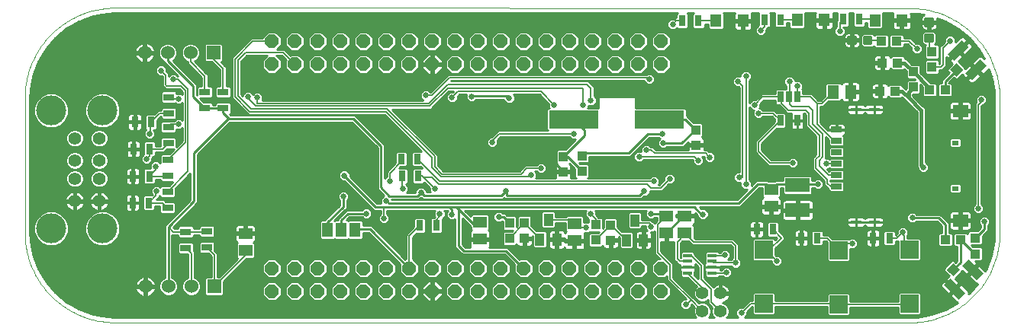
<source format=gtl>
G75*
%MOIN*%
%OFA0B0*%
%FSLAX25Y25*%
%IPPOS*%
%LPD*%
%AMOC8*
5,1,8,0,0,1.08239X$1,22.5*
%
%ADD10C,0.00394*%
%ADD11R,0.10630X0.06299*%
%ADD12R,0.05906X0.05118*%
%ADD13R,0.04528X0.02559*%
%ADD14R,0.05118X0.01772*%
%ADD15R,0.06693X0.05512*%
%ADD16R,0.03150X0.02126*%
%ADD17R,0.04724X0.05512*%
%ADD18R,0.06024X0.06024*%
%ADD19C,0.06024*%
%ADD20R,0.03150X0.04724*%
%ADD21R,0.07874X0.07874*%
%ADD22R,0.05118X0.05906*%
%ADD23OC8,0.06000*%
%ADD24R,0.02600X0.05000*%
%ADD25R,0.02500X0.05000*%
%ADD26C,0.05543*%
%ADD27C,0.05600*%
%ADD28C,0.13100*%
%ADD29R,0.03937X0.05512*%
%ADD30R,0.03937X0.04331*%
%ADD31R,0.04724X0.03150*%
%ADD32R,0.04100X0.08900*%
%ADD33R,0.04100X0.04300*%
%ADD34R,0.21700X0.07900*%
%ADD35R,0.04331X0.03937*%
%ADD36C,0.01181*%
%ADD37R,0.03850X0.01700*%
%ADD38R,0.04252X0.04134*%
%ADD39R,0.04600X0.06300*%
%ADD40C,0.02578*%
%ADD41C,0.00600*%
%ADD42C,0.01000*%
%ADD43C,0.01500*%
D10*
X0070290Y0021000D02*
X0417385Y0020900D01*
X0418336Y0020911D01*
X0419287Y0020946D01*
X0420237Y0021003D01*
X0421185Y0021084D01*
X0422131Y0021187D01*
X0423074Y0021313D01*
X0424013Y0021462D01*
X0424949Y0021633D01*
X0425880Y0021828D01*
X0426807Y0022044D01*
X0427728Y0022283D01*
X0428643Y0022544D01*
X0429551Y0022827D01*
X0430452Y0023132D01*
X0431346Y0023458D01*
X0432231Y0023807D01*
X0433108Y0024176D01*
X0433976Y0024566D01*
X0434833Y0024978D01*
X0435681Y0025410D01*
X0436518Y0025862D01*
X0437344Y0026334D01*
X0438158Y0026826D01*
X0438960Y0027338D01*
X0439750Y0027869D01*
X0440526Y0028419D01*
X0441289Y0028987D01*
X0442038Y0029574D01*
X0442772Y0030179D01*
X0443492Y0030801D01*
X0444197Y0031441D01*
X0444885Y0032097D01*
X0445558Y0032770D01*
X0446214Y0033458D01*
X0446854Y0034163D01*
X0447476Y0034883D01*
X0448081Y0035617D01*
X0448668Y0036366D01*
X0449236Y0037129D01*
X0449786Y0037905D01*
X0450317Y0038695D01*
X0450829Y0039497D01*
X0451321Y0040311D01*
X0451793Y0041137D01*
X0452245Y0041974D01*
X0452677Y0042822D01*
X0453089Y0043679D01*
X0453479Y0044547D01*
X0453848Y0045424D01*
X0454197Y0046309D01*
X0454523Y0047203D01*
X0454828Y0048104D01*
X0455111Y0049012D01*
X0455372Y0049927D01*
X0455611Y0050848D01*
X0455827Y0051775D01*
X0456022Y0052706D01*
X0456193Y0053642D01*
X0456342Y0054581D01*
X0456468Y0055524D01*
X0456571Y0056470D01*
X0456652Y0057418D01*
X0456709Y0058368D01*
X0456744Y0059319D01*
X0456755Y0060270D01*
X0456755Y0119325D01*
X0456744Y0120276D01*
X0456709Y0121227D01*
X0456652Y0122177D01*
X0456571Y0123125D01*
X0456468Y0124071D01*
X0456342Y0125014D01*
X0456193Y0125953D01*
X0456022Y0126889D01*
X0455827Y0127820D01*
X0455611Y0128747D01*
X0455372Y0129668D01*
X0455111Y0130583D01*
X0454828Y0131491D01*
X0454523Y0132392D01*
X0454197Y0133286D01*
X0453848Y0134171D01*
X0453479Y0135048D01*
X0453089Y0135916D01*
X0452677Y0136773D01*
X0452245Y0137621D01*
X0451793Y0138458D01*
X0451321Y0139284D01*
X0450829Y0140098D01*
X0450317Y0140900D01*
X0449786Y0141690D01*
X0449236Y0142466D01*
X0448668Y0143229D01*
X0448081Y0143978D01*
X0447476Y0144712D01*
X0446854Y0145432D01*
X0446214Y0146137D01*
X0445558Y0146825D01*
X0444885Y0147498D01*
X0444197Y0148154D01*
X0443492Y0148794D01*
X0442772Y0149416D01*
X0442038Y0150021D01*
X0441289Y0150608D01*
X0440526Y0151176D01*
X0439750Y0151726D01*
X0438960Y0152257D01*
X0438158Y0152769D01*
X0437344Y0153261D01*
X0436518Y0153733D01*
X0435681Y0154185D01*
X0434833Y0154617D01*
X0433976Y0155029D01*
X0433108Y0155419D01*
X0432231Y0155788D01*
X0431346Y0156137D01*
X0430452Y0156463D01*
X0429551Y0156768D01*
X0428643Y0157051D01*
X0427728Y0157312D01*
X0426807Y0157551D01*
X0425880Y0157767D01*
X0424949Y0157962D01*
X0424013Y0158133D01*
X0423074Y0158282D01*
X0422131Y0158408D01*
X0421185Y0158511D01*
X0420237Y0158592D01*
X0419287Y0158649D01*
X0418336Y0158684D01*
X0417385Y0158695D01*
X0070290Y0158795D01*
X0069339Y0158784D01*
X0068388Y0158749D01*
X0067438Y0158692D01*
X0066490Y0158611D01*
X0065544Y0158508D01*
X0064601Y0158382D01*
X0063662Y0158233D01*
X0062726Y0158062D01*
X0061795Y0157867D01*
X0060868Y0157651D01*
X0059947Y0157412D01*
X0059032Y0157151D01*
X0058124Y0156868D01*
X0057223Y0156563D01*
X0056329Y0156237D01*
X0055444Y0155888D01*
X0054567Y0155519D01*
X0053699Y0155129D01*
X0052842Y0154717D01*
X0051994Y0154285D01*
X0051157Y0153833D01*
X0050331Y0153361D01*
X0049517Y0152869D01*
X0048715Y0152357D01*
X0047925Y0151826D01*
X0047149Y0151276D01*
X0046386Y0150708D01*
X0045637Y0150121D01*
X0044903Y0149516D01*
X0044183Y0148894D01*
X0043478Y0148254D01*
X0042790Y0147598D01*
X0042117Y0146925D01*
X0041461Y0146237D01*
X0040821Y0145532D01*
X0040199Y0144812D01*
X0039594Y0144078D01*
X0039007Y0143329D01*
X0038439Y0142566D01*
X0037889Y0141790D01*
X0037358Y0141000D01*
X0036846Y0140198D01*
X0036354Y0139384D01*
X0035882Y0138558D01*
X0035430Y0137721D01*
X0034998Y0136873D01*
X0034586Y0136016D01*
X0034196Y0135148D01*
X0033827Y0134271D01*
X0033478Y0133386D01*
X0033152Y0132492D01*
X0032847Y0131591D01*
X0032564Y0130683D01*
X0032303Y0129768D01*
X0032064Y0128847D01*
X0031848Y0127920D01*
X0031653Y0126989D01*
X0031482Y0126053D01*
X0031333Y0125114D01*
X0031207Y0124171D01*
X0031104Y0123225D01*
X0031023Y0122277D01*
X0030966Y0121327D01*
X0030931Y0120376D01*
X0030920Y0119425D01*
X0030920Y0060370D01*
X0030931Y0059419D01*
X0030966Y0058468D01*
X0031023Y0057518D01*
X0031104Y0056570D01*
X0031207Y0055624D01*
X0031333Y0054681D01*
X0031482Y0053742D01*
X0031653Y0052806D01*
X0031848Y0051875D01*
X0032064Y0050948D01*
X0032303Y0050027D01*
X0032564Y0049112D01*
X0032847Y0048204D01*
X0033152Y0047303D01*
X0033478Y0046409D01*
X0033827Y0045524D01*
X0034196Y0044647D01*
X0034586Y0043779D01*
X0034998Y0042922D01*
X0035430Y0042074D01*
X0035882Y0041237D01*
X0036354Y0040411D01*
X0036846Y0039597D01*
X0037358Y0038795D01*
X0037889Y0038005D01*
X0038439Y0037229D01*
X0039007Y0036466D01*
X0039594Y0035717D01*
X0040199Y0034983D01*
X0040821Y0034263D01*
X0041461Y0033558D01*
X0042117Y0032870D01*
X0042790Y0032197D01*
X0043478Y0031541D01*
X0044183Y0030901D01*
X0044903Y0030279D01*
X0045637Y0029674D01*
X0046386Y0029087D01*
X0047149Y0028519D01*
X0047925Y0027969D01*
X0048715Y0027438D01*
X0049517Y0026926D01*
X0050331Y0026434D01*
X0051157Y0025962D01*
X0051994Y0025510D01*
X0052842Y0025078D01*
X0053699Y0024666D01*
X0054567Y0024276D01*
X0055444Y0023907D01*
X0056329Y0023558D01*
X0057223Y0023232D01*
X0058124Y0022927D01*
X0059032Y0022644D01*
X0059947Y0022383D01*
X0060868Y0022144D01*
X0061795Y0021928D01*
X0062726Y0021733D01*
X0063662Y0021562D01*
X0064601Y0021413D01*
X0065544Y0021287D01*
X0066490Y0021184D01*
X0067438Y0021103D01*
X0068388Y0021046D01*
X0069339Y0021011D01*
X0070290Y0021000D01*
X0030920Y0119425D02*
X0030931Y0120376D01*
X0030966Y0121327D01*
X0031023Y0122277D01*
X0031104Y0123225D01*
X0031207Y0124171D01*
X0031333Y0125114D01*
X0031482Y0126053D01*
X0031653Y0126989D01*
X0031848Y0127920D01*
X0032064Y0128847D01*
X0032303Y0129768D01*
X0032564Y0130683D01*
X0032847Y0131591D01*
X0033152Y0132492D01*
X0033478Y0133386D01*
X0033827Y0134271D01*
X0034196Y0135148D01*
X0034586Y0136016D01*
X0034998Y0136873D01*
X0035430Y0137721D01*
X0035882Y0138558D01*
X0036354Y0139384D01*
X0036846Y0140198D01*
X0037358Y0141000D01*
X0037889Y0141790D01*
X0038439Y0142566D01*
X0039007Y0143329D01*
X0039594Y0144078D01*
X0040199Y0144812D01*
X0040821Y0145532D01*
X0041461Y0146237D01*
X0042117Y0146925D01*
X0042790Y0147598D01*
X0043478Y0148254D01*
X0044183Y0148894D01*
X0044903Y0149516D01*
X0045637Y0150121D01*
X0046386Y0150708D01*
X0047149Y0151276D01*
X0047925Y0151826D01*
X0048715Y0152357D01*
X0049517Y0152869D01*
X0050331Y0153361D01*
X0051157Y0153833D01*
X0051994Y0154285D01*
X0052842Y0154717D01*
X0053699Y0155129D01*
X0054567Y0155519D01*
X0055444Y0155888D01*
X0056329Y0156237D01*
X0057223Y0156563D01*
X0058124Y0156868D01*
X0059032Y0157151D01*
X0059947Y0157412D01*
X0060868Y0157651D01*
X0061795Y0157867D01*
X0062726Y0158062D01*
X0063662Y0158233D01*
X0064601Y0158382D01*
X0065544Y0158508D01*
X0066490Y0158611D01*
X0067438Y0158692D01*
X0068388Y0158749D01*
X0069339Y0158784D01*
X0070290Y0158795D01*
D11*
X0368472Y0081139D03*
X0368472Y0070115D03*
D12*
X0356994Y0071902D03*
X0356994Y0079382D03*
X0319213Y0067668D03*
X0311194Y0067713D03*
X0311194Y0060232D03*
X0319213Y0060187D03*
X0271058Y0056832D03*
X0271058Y0064313D03*
X0229709Y0064939D03*
X0229709Y0057458D03*
X0127306Y0059916D03*
X0127306Y0052435D03*
D13*
X0385526Y0080508D03*
X0385526Y0085508D03*
X0385526Y0090508D03*
X0385526Y0095508D03*
X0385526Y0100508D03*
X0385526Y0105508D03*
D14*
X0394069Y0114346D03*
X0401943Y0114346D03*
X0401943Y0064976D03*
X0394069Y0064976D03*
D15*
X0439581Y0065626D03*
X0439581Y0113697D03*
D16*
X0437298Y0099661D03*
X0437298Y0079661D03*
D17*
X0414050Y0153336D03*
X0402239Y0153336D03*
X0380093Y0153421D03*
X0368282Y0153421D03*
X0344660Y0153106D03*
X0332849Y0153106D03*
D18*
X0113361Y0139189D03*
X0113597Y0036748D03*
D19*
X0103597Y0036748D03*
X0093597Y0036748D03*
X0083597Y0036748D03*
X0083361Y0139189D03*
X0093361Y0139189D03*
X0103361Y0139189D03*
D20*
X0086041Y0108832D03*
X0078954Y0108832D03*
X0078354Y0096953D03*
X0085441Y0096953D03*
X0085241Y0084973D03*
X0078154Y0084973D03*
X0078054Y0073394D03*
X0085141Y0073394D03*
X0195668Y0085135D03*
X0202754Y0085135D03*
X0202454Y0092577D03*
X0195368Y0092577D03*
X0203498Y0063486D03*
X0210585Y0063486D03*
X0350594Y0061835D03*
X0357680Y0061835D03*
X0370061Y0057941D03*
X0377148Y0057941D03*
X0401483Y0057904D03*
X0408570Y0057904D03*
X0395467Y0153776D03*
X0388380Y0153776D03*
X0361018Y0153539D03*
X0353931Y0153539D03*
X0325231Y0153106D03*
X0318144Y0153106D03*
D21*
X0353825Y0052791D03*
X0386369Y0052594D03*
X0417372Y0052894D03*
X0417372Y0029272D03*
X0386369Y0028972D03*
X0353825Y0029169D03*
D22*
X0384180Y0122000D03*
X0391660Y0122000D03*
D23*
X0308833Y0134110D03*
X0298833Y0134110D03*
X0288833Y0134110D03*
X0278833Y0134110D03*
X0268833Y0134110D03*
X0258833Y0134110D03*
X0248833Y0134110D03*
X0238833Y0134110D03*
X0228833Y0134110D03*
X0218833Y0134110D03*
X0208833Y0134110D03*
X0198833Y0134110D03*
X0188833Y0134110D03*
X0178833Y0134110D03*
X0168833Y0134110D03*
X0158833Y0134110D03*
X0148833Y0134110D03*
X0138833Y0134110D03*
X0138833Y0144110D03*
X0148833Y0144110D03*
X0158833Y0144110D03*
X0168833Y0144110D03*
X0178833Y0144110D03*
X0188833Y0144110D03*
X0198833Y0144110D03*
X0208833Y0144110D03*
X0218833Y0144110D03*
X0228833Y0144110D03*
X0238833Y0144110D03*
X0248833Y0144110D03*
X0258833Y0144110D03*
X0268833Y0144110D03*
X0278833Y0144110D03*
X0288833Y0144110D03*
X0298833Y0144110D03*
X0308833Y0144110D03*
X0308833Y0044701D03*
X0298833Y0044701D03*
X0288833Y0044701D03*
X0278833Y0044701D03*
X0268833Y0044701D03*
X0258833Y0044701D03*
X0248833Y0044701D03*
X0238833Y0044701D03*
X0228833Y0044701D03*
X0218833Y0044701D03*
X0208833Y0044701D03*
X0198833Y0044701D03*
X0188833Y0044701D03*
X0178833Y0044701D03*
X0168833Y0044701D03*
X0158833Y0044701D03*
X0148833Y0044701D03*
X0138833Y0044701D03*
X0138833Y0034701D03*
X0148833Y0034701D03*
X0158833Y0034701D03*
X0168833Y0034701D03*
X0178833Y0034701D03*
X0188833Y0034701D03*
X0198833Y0034701D03*
X0208833Y0034701D03*
X0218833Y0034701D03*
X0228833Y0034701D03*
X0238833Y0034701D03*
X0248833Y0034701D03*
X0258833Y0034701D03*
X0268833Y0034701D03*
X0278833Y0034701D03*
X0288833Y0034701D03*
X0298833Y0034701D03*
X0308833Y0034701D03*
D24*
X0360916Y0109441D03*
D25*
X0368396Y0109441D03*
X0368396Y0119795D03*
X0364656Y0119795D03*
X0360916Y0119795D03*
D26*
X0334734Y0033750D03*
X0326860Y0033750D03*
X0326860Y0025876D03*
X0334734Y0025876D03*
D27*
X0063400Y0074109D03*
X0052700Y0074109D03*
X0052700Y0084009D03*
X0063400Y0084009D03*
X0063400Y0091909D03*
X0052700Y0091909D03*
X0052700Y0101709D03*
X0063400Y0101709D03*
D28*
X0064800Y0113809D03*
X0042400Y0113809D03*
X0042400Y0062109D03*
X0064800Y0062109D03*
D29*
X0255876Y0057294D03*
X0263356Y0057294D03*
X0259616Y0065956D03*
X0293676Y0057067D03*
X0301156Y0057067D03*
X0297416Y0065728D03*
D30*
X0286767Y0063703D03*
X0280286Y0063803D03*
X0280286Y0057110D03*
X0286767Y0057010D03*
X0249158Y0057797D03*
X0242649Y0057797D03*
X0242649Y0064490D03*
X0249158Y0064490D03*
X0266038Y0086974D03*
X0274290Y0087317D03*
X0266038Y0093667D03*
X0274290Y0094010D03*
X0324117Y0098674D03*
X0324117Y0105367D03*
X0419082Y0124118D03*
X0419082Y0130811D03*
X0427220Y0132954D03*
X0427220Y0139646D03*
D31*
X0117520Y0121843D03*
X0109520Y0121843D03*
X0093749Y0119736D03*
X0109520Y0114757D03*
X0117520Y0114757D03*
X0093749Y0112650D03*
X0093628Y0106536D03*
X0093628Y0099450D03*
X0093431Y0092250D03*
X0093431Y0085164D03*
X0093252Y0078250D03*
X0093252Y0071164D03*
X0101220Y0060743D03*
X0110420Y0060843D03*
X0110420Y0053757D03*
X0101220Y0053657D03*
D32*
G36*
X0432423Y0037086D02*
X0435214Y0040089D01*
X0441733Y0034032D01*
X0438942Y0031029D01*
X0432423Y0037086D01*
G37*
G36*
X0440305Y0045568D02*
X0443096Y0048571D01*
X0449615Y0042514D01*
X0446824Y0039511D01*
X0440305Y0045568D01*
G37*
G36*
X0444648Y0127179D02*
X0441868Y0130192D01*
X0448408Y0136227D01*
X0451188Y0133214D01*
X0444648Y0127179D01*
G37*
G36*
X0436796Y0135688D02*
X0434016Y0138701D01*
X0440556Y0144736D01*
X0443336Y0141723D01*
X0436796Y0135688D01*
G37*
D33*
G36*
X0437795Y0128732D02*
X0435014Y0131744D01*
X0438173Y0134660D01*
X0440954Y0131648D01*
X0437795Y0128732D01*
G37*
G36*
X0433446Y0044040D02*
X0436237Y0047043D01*
X0439386Y0044116D01*
X0436595Y0041113D01*
X0433446Y0044040D01*
G37*
D34*
X0308224Y0109975D03*
X0270824Y0109975D03*
D35*
X0404495Y0122303D03*
X0411188Y0122303D03*
X0426211Y0122831D03*
X0432904Y0122831D03*
X0412188Y0134718D03*
X0405495Y0134718D03*
X0404973Y0144300D03*
X0411666Y0144300D03*
X0432973Y0057300D03*
X0439666Y0057300D03*
D36*
X0427298Y0144169D02*
X0424542Y0144169D01*
X0424542Y0146925D01*
X0427298Y0146925D01*
X0427298Y0144169D01*
X0427298Y0145291D02*
X0424542Y0145291D01*
X0424542Y0146413D02*
X0427298Y0146413D01*
X0427298Y0151075D02*
X0424542Y0151075D01*
X0424542Y0153831D01*
X0427298Y0153831D01*
X0427298Y0151075D01*
X0427298Y0152197D02*
X0424542Y0152197D01*
X0424542Y0153319D02*
X0427298Y0153319D01*
X0400550Y0145978D02*
X0400550Y0143222D01*
X0397794Y0143222D01*
X0397794Y0145978D01*
X0400550Y0145978D01*
X0400550Y0144344D02*
X0397794Y0144344D01*
X0397794Y0145466D02*
X0400550Y0145466D01*
X0393645Y0145978D02*
X0393645Y0143222D01*
X0390889Y0143222D01*
X0390889Y0145978D01*
X0393645Y0145978D01*
X0393645Y0144344D02*
X0390889Y0144344D01*
X0390889Y0145466D02*
X0393645Y0145466D01*
D37*
X0331195Y0050339D03*
X0331195Y0047780D03*
X0331195Y0045220D03*
X0331195Y0042661D03*
X0320445Y0042661D03*
X0320445Y0045220D03*
X0320445Y0047780D03*
X0320445Y0050339D03*
D38*
X0446020Y0051055D03*
X0446020Y0057945D03*
D39*
X0175220Y0061600D03*
X0169220Y0061600D03*
X0163220Y0061600D03*
D40*
X0180020Y0068711D03*
X0187720Y0066500D03*
X0188820Y0074300D03*
X0196092Y0079672D03*
X0190320Y0083000D03*
X0203920Y0077989D03*
X0210120Y0079578D03*
X0212220Y0068611D03*
X0217520Y0068300D03*
X0237920Y0067211D03*
X0241020Y0078689D03*
X0252020Y0085589D03*
X0256312Y0088507D03*
X0257420Y0095500D03*
X0270820Y0103700D03*
X0299233Y0093586D03*
X0302420Y0096500D03*
X0309783Y0099537D03*
X0309520Y0103600D03*
X0330033Y0093387D03*
X0325120Y0091800D03*
X0312620Y0083900D03*
X0305609Y0082778D03*
X0301520Y0078689D03*
X0304320Y0068489D03*
X0304531Y0062850D03*
X0327220Y0068400D03*
X0345920Y0081500D03*
X0342920Y0084500D03*
X0366420Y0091000D03*
X0380920Y0090500D03*
X0377420Y0081500D03*
X0418620Y0066800D03*
X0414420Y0060500D03*
X0392420Y0055500D03*
X0359420Y0048000D03*
X0341320Y0047100D03*
X0336820Y0050500D03*
X0337420Y0042900D03*
X0319620Y0028800D03*
X0343920Y0025100D03*
X0276228Y0062600D03*
X0278020Y0068611D03*
X0235020Y0099900D03*
X0262202Y0116318D03*
X0274612Y0116193D03*
X0278220Y0118211D03*
X0303820Y0127500D03*
X0342420Y0126500D03*
X0345920Y0129000D03*
X0364920Y0126500D03*
X0368420Y0124500D03*
X0349670Y0116250D03*
X0351420Y0112500D03*
X0423420Y0089000D03*
X0447420Y0070800D03*
X0450120Y0065300D03*
X0448720Y0118500D03*
X0420620Y0140900D03*
X0435120Y0144400D03*
X0386920Y0148500D03*
X0352420Y0149000D03*
X0313920Y0151500D03*
X0242520Y0119300D03*
X0226086Y0119911D03*
X0217519Y0119562D03*
X0206220Y0120411D03*
X0132368Y0119489D03*
X0128390Y0119871D03*
X0098120Y0119000D03*
X0095642Y0127600D03*
X0090320Y0131400D03*
X0097920Y0107800D03*
X0085420Y0103700D03*
X0084020Y0092500D03*
X0088020Y0089400D03*
X0088320Y0078500D03*
X0170020Y0076300D03*
X0170520Y0085400D03*
D41*
X0190320Y0086400D02*
X0190320Y0083000D01*
X0195668Y0085135D02*
X0195668Y0080096D01*
X0196092Y0079672D01*
X0202754Y0085135D02*
X0204520Y0085135D01*
X0205120Y0084535D01*
X0210077Y0079578D01*
X0210120Y0079578D01*
X0211720Y0081600D02*
X0302842Y0081600D01*
X0304453Y0079989D01*
X0308709Y0079989D01*
X0312620Y0083900D01*
X0305609Y0082778D02*
X0305587Y0082800D01*
X0212231Y0082800D01*
X0202454Y0092577D01*
X0208720Y0093300D02*
X0208720Y0088809D01*
X0212729Y0084800D01*
X0252020Y0084800D01*
X0252020Y0085589D01*
X0250127Y0088507D02*
X0247620Y0086000D01*
X0213226Y0086000D01*
X0209920Y0089306D01*
X0209920Y0093797D01*
X0189117Y0114600D01*
X0129717Y0114600D01*
X0123920Y0120397D01*
X0123920Y0135903D01*
X0127317Y0139300D01*
X0143643Y0139300D01*
X0148833Y0134110D01*
X0130430Y0144110D02*
X0122720Y0136400D01*
X0122720Y0119900D01*
X0129220Y0113400D01*
X0188620Y0113400D01*
X0208720Y0093300D01*
X0195368Y0092577D02*
X0195368Y0091448D01*
X0190320Y0086400D01*
X0205120Y0084535D02*
X0208784Y0084535D01*
X0211720Y0081600D01*
X0187720Y0071600D02*
X0187720Y0066500D01*
X0198833Y0058820D02*
X0203498Y0063486D01*
X0210585Y0063486D02*
X0210585Y0065865D01*
X0212220Y0067500D01*
X0212220Y0068611D01*
X0198833Y0058820D02*
X0198833Y0044701D01*
X0242649Y0057797D02*
X0242649Y0057980D01*
X0249158Y0064490D01*
X0255876Y0057772D01*
X0255876Y0057294D01*
X0271058Y0064313D02*
X0272771Y0062600D01*
X0276228Y0062600D01*
X0280286Y0063803D02*
X0280286Y0066345D01*
X0278020Y0068611D01*
X0271058Y0064313D02*
X0269415Y0065956D01*
X0259616Y0065956D01*
X0280286Y0057222D02*
X0286767Y0063703D01*
X0287039Y0063703D01*
X0293676Y0057067D01*
X0304531Y0062850D02*
X0304531Y0063850D01*
X0303752Y0064628D01*
X0298516Y0064628D01*
X0297416Y0065728D01*
X0307320Y0063800D02*
X0307320Y0051730D01*
X0312733Y0046316D01*
X0312733Y0040002D01*
X0321928Y0030808D01*
X0319920Y0028800D01*
X0319620Y0028800D01*
X0321928Y0030808D02*
X0326860Y0025876D01*
X0330731Y0029878D02*
X0330731Y0035570D01*
X0326320Y0039982D01*
X0326320Y0045952D01*
X0321942Y0050330D01*
X0320454Y0050330D01*
X0320445Y0050339D01*
X0317040Y0047780D02*
X0315920Y0048900D01*
X0315920Y0056200D01*
X0319560Y0059841D01*
X0319213Y0060187D01*
X0319560Y0059841D02*
X0323134Y0056267D01*
X0339753Y0056267D01*
X0341320Y0054700D01*
X0341320Y0047100D01*
X0331874Y0047100D01*
X0331195Y0047780D01*
X0331195Y0050339D02*
X0336658Y0050339D01*
X0336820Y0050500D01*
X0320445Y0047780D02*
X0317040Y0047780D01*
X0320445Y0042661D02*
X0326860Y0036246D01*
X0326860Y0033750D01*
X0330731Y0029878D02*
X0334734Y0025876D01*
X0343920Y0025100D02*
X0347989Y0029169D01*
X0353825Y0029169D01*
X0386172Y0029169D01*
X0386369Y0028972D01*
X0417072Y0028972D01*
X0417372Y0029272D01*
X0359420Y0048000D02*
X0354628Y0052791D01*
X0353825Y0052791D01*
X0356215Y0052791D01*
X0361470Y0058046D01*
X0357680Y0061835D01*
X0377148Y0057941D02*
X0381479Y0057941D01*
X0386597Y0052823D01*
X0386369Y0052594D01*
X0389274Y0055500D01*
X0392420Y0055500D01*
X0408570Y0057904D02*
X0411824Y0057904D01*
X0414420Y0060500D01*
X0414420Y0059500D01*
X0414920Y0059000D01*
X0414920Y0055347D01*
X0417372Y0052894D01*
X0447420Y0070800D02*
X0447420Y0116300D01*
X0448720Y0117600D01*
X0448720Y0118500D01*
X0431920Y0133800D02*
X0431920Y0141200D01*
X0435120Y0144400D01*
X0427220Y0139646D02*
X0425920Y0140946D01*
X0425920Y0145547D01*
X0420620Y0140900D02*
X0417220Y0144300D01*
X0411666Y0144300D01*
X0404973Y0144300D02*
X0404673Y0144600D01*
X0399172Y0144600D01*
X0386920Y0148500D02*
X0386920Y0152315D01*
X0388380Y0153776D01*
X0395467Y0153776D02*
X0401799Y0153776D01*
X0402239Y0153336D01*
X0368282Y0153421D02*
X0368164Y0153539D01*
X0361018Y0153539D01*
X0353931Y0153539D02*
X0353931Y0150512D01*
X0352420Y0149000D01*
X0332849Y0153106D02*
X0325231Y0153106D01*
X0318144Y0153106D02*
X0315526Y0153106D01*
X0313920Y0151500D01*
X0345920Y0129000D02*
X0345920Y0081500D01*
X0344420Y0084500D02*
X0342920Y0084500D01*
X0344420Y0084500D02*
X0344420Y0124500D01*
X0342420Y0126500D01*
X0349670Y0116250D02*
X0353215Y0119795D01*
X0360916Y0119795D01*
X0361420Y0119291D01*
X0361420Y0117000D01*
X0364420Y0114000D01*
X0371920Y0114000D01*
X0373420Y0112500D01*
X0373420Y0107500D01*
X0377920Y0103000D01*
X0377920Y0094000D01*
X0376420Y0092500D01*
X0376420Y0088500D01*
X0381420Y0083500D01*
X0381420Y0082000D01*
X0382912Y0080508D01*
X0385526Y0080508D01*
X0385526Y0085508D02*
X0381912Y0085508D01*
X0377920Y0089500D01*
X0377920Y0092000D01*
X0379420Y0093500D01*
X0379420Y0103500D01*
X0374920Y0108000D01*
X0374920Y0114000D01*
X0373420Y0115500D01*
X0365920Y0115500D01*
X0364920Y0116500D01*
X0364920Y0119531D01*
X0364656Y0119795D01*
X0364920Y0120059D01*
X0364920Y0126500D01*
X0368420Y0124500D02*
X0368420Y0119819D01*
X0368396Y0119795D01*
X0374124Y0119795D01*
X0376920Y0117000D01*
X0379180Y0117000D01*
X0384180Y0122000D01*
X0376920Y0117000D02*
X0376920Y0108000D01*
X0384412Y0100508D01*
X0385526Y0100508D01*
X0360916Y0109441D02*
X0357857Y0112500D01*
X0351420Y0112500D01*
X0360916Y0109441D02*
X0351420Y0099945D01*
X0351420Y0096000D01*
X0356420Y0091000D01*
X0366420Y0091000D01*
X0380920Y0090500D02*
X0385518Y0090500D01*
X0385526Y0090508D01*
X0330033Y0093387D02*
X0329409Y0094011D01*
X0329409Y0094000D01*
X0328309Y0095100D01*
X0305920Y0095100D01*
X0304520Y0096500D01*
X0302420Y0096500D01*
X0299333Y0093686D02*
X0299233Y0093586D01*
X0299333Y0093686D02*
X0323233Y0093686D01*
X0325120Y0091800D01*
X0270820Y0103700D02*
X0238220Y0103700D01*
X0235020Y0100500D01*
X0235020Y0099900D01*
X0250127Y0088507D02*
X0256312Y0088507D01*
X0307320Y0063800D02*
X0311194Y0067674D01*
X0311194Y0067713D01*
X0331195Y0042661D02*
X0337181Y0042661D01*
X0337420Y0042900D01*
X0274612Y0116193D02*
X0274612Y0123600D01*
X0215620Y0123600D01*
X0207820Y0115800D01*
X0131713Y0115800D01*
X0128390Y0119123D01*
X0128390Y0119871D01*
X0132368Y0119489D02*
X0132368Y0117000D01*
X0207323Y0117000D01*
X0215723Y0125400D01*
X0276520Y0125400D01*
X0278220Y0123700D01*
X0278220Y0118211D01*
X0262202Y0116318D02*
X0256320Y0122200D01*
X0220157Y0122200D01*
X0217519Y0119562D01*
X0216420Y0128200D02*
X0208631Y0120411D01*
X0206220Y0120411D01*
X0216420Y0128200D02*
X0303220Y0128200D01*
X0303820Y0127600D01*
X0303820Y0127500D01*
X0427220Y0132954D02*
X0431073Y0132954D01*
X0431920Y0133800D01*
X0138833Y0144110D02*
X0130430Y0144110D01*
X0113361Y0139189D02*
X0113361Y0136389D01*
X0117520Y0132230D01*
X0117520Y0121843D01*
X0109520Y0121843D02*
X0109520Y0128930D01*
X0103361Y0135089D01*
X0103361Y0139189D01*
X0092320Y0129400D02*
X0090320Y0131400D01*
X0092320Y0129400D02*
X0092320Y0125200D01*
X0092820Y0124700D01*
X0098945Y0124700D01*
X0101020Y0122625D01*
X0101020Y0099839D01*
X0093431Y0092250D01*
X0091131Y0096953D02*
X0085441Y0096953D01*
X0085441Y0093921D01*
X0084020Y0092500D01*
X0088020Y0089400D02*
X0088020Y0087752D01*
X0085241Y0084973D01*
X0093241Y0084973D01*
X0093431Y0085164D01*
X0093252Y0078250D02*
X0102220Y0087218D01*
X0102220Y0123122D01*
X0097742Y0127600D01*
X0095642Y0127600D01*
X0093749Y0119736D02*
X0094485Y0119000D01*
X0098120Y0119000D01*
X0093749Y0112650D02*
X0089858Y0112650D01*
X0086041Y0108832D01*
X0085720Y0108511D01*
X0085720Y0103700D01*
X0085420Y0103700D01*
X0093628Y0106536D02*
X0094892Y0107800D01*
X0097920Y0107800D01*
X0093628Y0099450D02*
X0091131Y0096953D01*
X0088320Y0078500D02*
X0088220Y0078400D01*
X0088220Y0076472D01*
X0085141Y0073394D01*
X0091022Y0073394D01*
X0093252Y0071164D01*
X0093597Y0062857D02*
X0095711Y0060743D01*
X0101220Y0060743D01*
X0110320Y0060743D01*
X0110420Y0060843D01*
X0110420Y0053757D02*
X0113734Y0050442D01*
X0113734Y0036885D01*
X0113597Y0036748D01*
X0113734Y0036885D02*
X0127306Y0050457D01*
X0127306Y0052435D01*
X0103597Y0051280D02*
X0103597Y0036748D01*
X0103597Y0051280D02*
X0101220Y0053657D01*
D42*
X0067056Y0023413D02*
X0060688Y0024536D01*
X0054611Y0026747D01*
X0049011Y0029981D01*
X0044057Y0034138D01*
X0039901Y0039091D01*
X0036667Y0044692D01*
X0034455Y0050768D01*
X0033332Y0057137D01*
X0033191Y0060370D01*
X0033191Y0119425D01*
X0033332Y0122659D01*
X0034455Y0129027D01*
X0036667Y0135104D01*
X0039901Y0140704D01*
X0044057Y0145658D01*
X0049011Y0149814D01*
X0054611Y0153048D01*
X0060688Y0155260D01*
X0067056Y0156382D01*
X0070290Y0156524D01*
X0315998Y0156453D01*
X0315469Y0155924D01*
X0315469Y0154506D01*
X0314946Y0154506D01*
X0314329Y0153889D01*
X0312930Y0153889D01*
X0311531Y0152490D01*
X0311531Y0150510D01*
X0312930Y0149111D01*
X0314909Y0149111D01*
X0315778Y0149980D01*
X0316114Y0149644D01*
X0320175Y0149644D01*
X0320819Y0150288D01*
X0320819Y0155924D01*
X0320291Y0156452D01*
X0323083Y0156451D01*
X0322556Y0155924D01*
X0322556Y0150288D01*
X0323200Y0149644D01*
X0327261Y0149644D01*
X0327905Y0150288D01*
X0327905Y0151706D01*
X0329387Y0151706D01*
X0329387Y0149895D01*
X0330031Y0149250D01*
X0335667Y0149250D01*
X0336311Y0149895D01*
X0336311Y0156318D01*
X0336182Y0156447D01*
X0340902Y0156446D01*
X0340900Y0156441D01*
X0340798Y0156060D01*
X0340798Y0153606D01*
X0344160Y0153606D01*
X0344160Y0152606D01*
X0345160Y0152606D01*
X0345160Y0148850D01*
X0347220Y0148850D01*
X0347601Y0148953D01*
X0347943Y0149150D01*
X0348222Y0149429D01*
X0348420Y0149771D01*
X0348522Y0150153D01*
X0348522Y0152606D01*
X0345160Y0152606D01*
X0345160Y0153606D01*
X0348522Y0153606D01*
X0348522Y0156060D01*
X0348420Y0156441D01*
X0348418Y0156443D01*
X0351342Y0156443D01*
X0351257Y0156357D01*
X0351257Y0151216D01*
X0350031Y0149990D01*
X0350031Y0148010D01*
X0351430Y0146611D01*
X0353409Y0146611D01*
X0354809Y0148010D01*
X0354809Y0149409D01*
X0355331Y0149932D01*
X0355331Y0150077D01*
X0355962Y0150077D01*
X0356606Y0150722D01*
X0356606Y0156357D01*
X0356522Y0156441D01*
X0358427Y0156441D01*
X0358343Y0156357D01*
X0358343Y0150722D01*
X0358988Y0150077D01*
X0363049Y0150077D01*
X0363693Y0150722D01*
X0363693Y0152139D01*
X0364820Y0152139D01*
X0364820Y0150210D01*
X0365464Y0149565D01*
X0371100Y0149565D01*
X0371744Y0150210D01*
X0371744Y0156437D01*
X0376247Y0156435D01*
X0376231Y0156375D01*
X0376231Y0153921D01*
X0379593Y0153921D01*
X0379593Y0152921D01*
X0380593Y0152921D01*
X0380593Y0149165D01*
X0382653Y0149165D01*
X0383034Y0149268D01*
X0383376Y0149465D01*
X0383655Y0149744D01*
X0383853Y0150086D01*
X0383955Y0150468D01*
X0383955Y0152921D01*
X0380593Y0152921D01*
X0380593Y0153921D01*
X0383955Y0153921D01*
X0383955Y0156375D01*
X0383939Y0156433D01*
X0385706Y0156433D01*
X0385706Y0153081D01*
X0385520Y0152895D01*
X0385520Y0150479D01*
X0384531Y0149490D01*
X0384531Y0147510D01*
X0385930Y0146111D01*
X0387909Y0146111D01*
X0389309Y0147510D01*
X0389309Y0149490D01*
X0388485Y0150313D01*
X0390411Y0150313D01*
X0391055Y0150958D01*
X0391055Y0156431D01*
X0392792Y0156431D01*
X0392792Y0150958D01*
X0393436Y0150313D01*
X0397497Y0150313D01*
X0398142Y0150958D01*
X0398142Y0152376D01*
X0398776Y0152376D01*
X0398776Y0150125D01*
X0399421Y0149480D01*
X0405056Y0149480D01*
X0405701Y0150125D01*
X0405701Y0156427D01*
X0410224Y0156426D01*
X0410187Y0156290D01*
X0410187Y0153836D01*
X0413550Y0153836D01*
X0413550Y0152836D01*
X0414550Y0152836D01*
X0414550Y0153836D01*
X0417912Y0153836D01*
X0417912Y0156290D01*
X0417882Y0156402D01*
X0420618Y0156282D01*
X0423674Y0155744D01*
X0423258Y0155504D01*
X0422869Y0155114D01*
X0422594Y0154638D01*
X0422451Y0154106D01*
X0422451Y0152937D01*
X0425435Y0152937D01*
X0425435Y0151968D01*
X0426404Y0151968D01*
X0426404Y0148984D01*
X0427573Y0148984D01*
X0428105Y0149127D01*
X0428581Y0149402D01*
X0428970Y0149791D01*
X0429246Y0150268D01*
X0429388Y0150800D01*
X0429388Y0151968D01*
X0426404Y0151968D01*
X0426404Y0152937D01*
X0429388Y0152937D01*
X0429388Y0154106D01*
X0429335Y0154305D01*
X0433064Y0152948D01*
X0438664Y0149714D01*
X0443618Y0145558D01*
X0447774Y0140604D01*
X0450054Y0136655D01*
X0449377Y0137389D01*
X0449043Y0137600D01*
X0448666Y0137718D01*
X0448271Y0137734D01*
X0447886Y0137647D01*
X0447536Y0137463D01*
X0444488Y0134651D01*
X0446557Y0132409D01*
X0445822Y0131731D01*
X0443753Y0133972D01*
X0441891Y0132254D01*
X0438854Y0135546D01*
X0440716Y0137264D01*
X0438648Y0139505D01*
X0439382Y0140183D01*
X0441451Y0137942D01*
X0444499Y0140755D01*
X0444710Y0141089D01*
X0444827Y0141466D01*
X0444843Y0141860D01*
X0444756Y0142246D01*
X0444573Y0142595D01*
X0443388Y0143879D01*
X0439382Y0140184D01*
X0438704Y0140918D01*
X0442710Y0144614D01*
X0441525Y0145899D01*
X0441191Y0146110D01*
X0440814Y0146227D01*
X0440419Y0146243D01*
X0440034Y0146156D01*
X0439684Y0145973D01*
X0437509Y0143965D01*
X0437509Y0145390D01*
X0436109Y0146789D01*
X0434130Y0146789D01*
X0432731Y0145390D01*
X0432731Y0143991D01*
X0431340Y0142600D01*
X0430520Y0141780D01*
X0430520Y0134380D01*
X0430493Y0134354D01*
X0430288Y0134354D01*
X0430288Y0135575D01*
X0429644Y0136219D01*
X0424796Y0136219D01*
X0424151Y0135575D01*
X0424151Y0130333D01*
X0424796Y0129688D01*
X0429644Y0129688D01*
X0430288Y0130333D01*
X0430288Y0131554D01*
X0431653Y0131554D01*
X0432473Y0132374D01*
X0432500Y0132400D01*
X0433320Y0133220D01*
X0433320Y0137243D01*
X0433964Y0136544D01*
X0437969Y0140240D01*
X0438648Y0139505D01*
X0434642Y0135809D01*
X0435827Y0134525D01*
X0436161Y0134314D01*
X0436173Y0134311D01*
X0433933Y0132244D01*
X0433897Y0131333D01*
X0434598Y0130573D01*
X0432241Y0128216D01*
X0431304Y0127278D01*
X0431304Y0125899D01*
X0430283Y0125899D01*
X0429639Y0125255D01*
X0429639Y0120407D01*
X0430283Y0119762D01*
X0435525Y0119762D01*
X0436169Y0120407D01*
X0436169Y0125255D01*
X0435525Y0125899D01*
X0434504Y0125899D01*
X0434504Y0125953D01*
X0436770Y0128219D01*
X0437295Y0127651D01*
X0438206Y0127614D01*
X0440445Y0129681D01*
X0440448Y0129669D01*
X0440631Y0129319D01*
X0441816Y0128035D01*
X0445822Y0131731D01*
X0446500Y0130996D01*
X0447235Y0131674D01*
X0449303Y0129433D01*
X0452097Y0132011D01*
X0453219Y0128927D01*
X0454342Y0122559D01*
X0454483Y0119325D01*
X0454483Y0060270D01*
X0454342Y0057037D01*
X0453219Y0050668D01*
X0451008Y0044592D01*
X0450510Y0043730D01*
X0447743Y0046301D01*
X0445667Y0044067D01*
X0444934Y0044748D01*
X0447011Y0046982D01*
X0446036Y0047888D01*
X0448601Y0047888D01*
X0449246Y0048533D01*
X0449246Y0053578D01*
X0448601Y0054222D01*
X0445007Y0054222D01*
X0444451Y0054778D01*
X0448601Y0054778D01*
X0449246Y0055422D01*
X0449246Y0058908D01*
X0451720Y0061382D01*
X0451720Y0063521D01*
X0452509Y0064310D01*
X0452509Y0066290D01*
X0451109Y0067689D01*
X0449130Y0067689D01*
X0447731Y0066290D01*
X0447731Y0064310D01*
X0448520Y0063521D01*
X0448520Y0062708D01*
X0446924Y0061112D01*
X0443438Y0061112D01*
X0442794Y0060467D01*
X0442794Y0059862D01*
X0442287Y0060368D01*
X0437045Y0060368D01*
X0436401Y0059724D01*
X0436401Y0054876D01*
X0437045Y0054231D01*
X0438066Y0054231D01*
X0438066Y0047990D01*
X0437473Y0047396D01*
X0436652Y0048159D01*
X0435741Y0048125D01*
X0432330Y0044454D01*
X0432363Y0043544D01*
X0434596Y0041469D01*
X0434584Y0041466D01*
X0434250Y0041256D01*
X0433060Y0039976D01*
X0437052Y0036266D01*
X0436372Y0035533D01*
X0437104Y0034853D01*
X0435028Y0032618D01*
X0438066Y0029795D01*
X0438301Y0029671D01*
X0433064Y0026647D01*
X0426987Y0024436D01*
X0420618Y0023313D01*
X0417385Y0023172D01*
X0345391Y0023192D01*
X0346309Y0024110D01*
X0346309Y0025509D01*
X0348569Y0027769D01*
X0348788Y0027769D01*
X0348788Y0024777D01*
X0349433Y0024132D01*
X0358218Y0024132D01*
X0358862Y0024777D01*
X0358862Y0027769D01*
X0381331Y0027769D01*
X0381331Y0024580D01*
X0381976Y0023935D01*
X0390761Y0023935D01*
X0391405Y0024580D01*
X0391405Y0027572D01*
X0412335Y0027572D01*
X0412335Y0024880D01*
X0412980Y0024235D01*
X0421765Y0024235D01*
X0422409Y0024880D01*
X0422409Y0033665D01*
X0421765Y0034309D01*
X0412980Y0034309D01*
X0412335Y0033665D01*
X0412335Y0030372D01*
X0391405Y0030372D01*
X0391405Y0033365D01*
X0390761Y0034009D01*
X0381976Y0034009D01*
X0381331Y0033365D01*
X0381331Y0030569D01*
X0358862Y0030569D01*
X0358862Y0033562D01*
X0358218Y0034206D01*
X0349433Y0034206D01*
X0348788Y0033562D01*
X0348788Y0030569D01*
X0347409Y0030569D01*
X0346589Y0029749D01*
X0344329Y0027489D01*
X0342930Y0027489D01*
X0341531Y0026090D01*
X0341531Y0024110D01*
X0342448Y0023193D01*
X0337528Y0023195D01*
X0338016Y0023682D01*
X0338605Y0025105D01*
X0338605Y0026646D01*
X0338016Y0028069D01*
X0336927Y0029158D01*
X0335827Y0029613D01*
X0336374Y0029791D01*
X0336973Y0030096D01*
X0337517Y0030491D01*
X0337992Y0030967D01*
X0338387Y0031511D01*
X0338693Y0032110D01*
X0338900Y0032749D01*
X0338998Y0033364D01*
X0335120Y0033364D01*
X0335120Y0034135D01*
X0338998Y0034135D01*
X0338900Y0034750D01*
X0338693Y0035389D01*
X0338387Y0035988D01*
X0337992Y0036532D01*
X0337517Y0037008D01*
X0336973Y0037403D01*
X0336374Y0037708D01*
X0335734Y0037916D01*
X0335120Y0038013D01*
X0335120Y0034136D01*
X0334348Y0034136D01*
X0334348Y0038013D01*
X0333734Y0037916D01*
X0333094Y0037708D01*
X0332495Y0037403D01*
X0331951Y0037008D01*
X0331613Y0036669D01*
X0331311Y0036970D01*
X0327720Y0040562D01*
X0327720Y0046532D01*
X0326900Y0047352D01*
X0323470Y0050782D01*
X0323470Y0051644D01*
X0322825Y0052289D01*
X0318064Y0052289D01*
X0317420Y0051644D01*
X0317420Y0049380D01*
X0317320Y0049480D01*
X0317320Y0055620D01*
X0318228Y0056528D01*
X0320893Y0056528D01*
X0321734Y0055687D01*
X0322554Y0054867D01*
X0339173Y0054867D01*
X0339920Y0054120D01*
X0339920Y0049079D01*
X0339341Y0048500D01*
X0338198Y0048500D01*
X0339209Y0049510D01*
X0339209Y0051490D01*
X0337809Y0052889D01*
X0335830Y0052889D01*
X0334680Y0051739D01*
X0334125Y0051739D01*
X0333575Y0052289D01*
X0328814Y0052289D01*
X0328170Y0051644D01*
X0328170Y0047092D01*
X0328069Y0046991D01*
X0327872Y0046649D01*
X0327770Y0046268D01*
X0327770Y0045221D01*
X0331195Y0045221D01*
X0334620Y0045221D01*
X0334620Y0045700D01*
X0339341Y0045700D01*
X0340330Y0044711D01*
X0342309Y0044711D01*
X0343709Y0046110D01*
X0343709Y0048090D01*
X0342720Y0049079D01*
X0342720Y0055280D01*
X0341153Y0056847D01*
X0340333Y0057667D01*
X0323714Y0057667D01*
X0323266Y0058115D01*
X0323266Y0063202D01*
X0322753Y0063715D01*
X0323087Y0063908D01*
X0323366Y0064188D01*
X0323564Y0064530D01*
X0323666Y0064911D01*
X0323666Y0067168D01*
X0319713Y0067168D01*
X0319713Y0068168D01*
X0323666Y0068168D01*
X0323666Y0068991D01*
X0324831Y0067826D01*
X0324831Y0067410D01*
X0326230Y0066011D01*
X0328209Y0066011D01*
X0329609Y0067410D01*
X0329609Y0069390D01*
X0328209Y0070789D01*
X0326393Y0070789D01*
X0325582Y0071600D01*
X0343382Y0071600D01*
X0344320Y0072537D01*
X0351682Y0079900D01*
X0352941Y0079900D01*
X0352941Y0076367D01*
X0353454Y0075854D01*
X0353120Y0075661D01*
X0352841Y0075382D01*
X0352643Y0075040D01*
X0352541Y0074658D01*
X0352541Y0072402D01*
X0356494Y0072402D01*
X0356494Y0071402D01*
X0352541Y0071402D01*
X0352541Y0069145D01*
X0352643Y0068764D01*
X0352841Y0068421D01*
X0353120Y0068142D01*
X0353462Y0067945D01*
X0353843Y0067843D01*
X0356494Y0067843D01*
X0356494Y0071402D01*
X0357494Y0071402D01*
X0357494Y0072402D01*
X0361446Y0072402D01*
X0361446Y0074658D01*
X0361344Y0075040D01*
X0361147Y0075382D01*
X0360867Y0075661D01*
X0360533Y0075854D01*
X0361046Y0076367D01*
X0361046Y0080067D01*
X0362057Y0080067D01*
X0362057Y0077533D01*
X0362702Y0076889D01*
X0374243Y0076889D01*
X0374887Y0077533D01*
X0374887Y0079900D01*
X0375641Y0079900D01*
X0376430Y0079111D01*
X0378409Y0079111D01*
X0379809Y0080510D01*
X0379809Y0082490D01*
X0378409Y0083889D01*
X0376430Y0083889D01*
X0375641Y0083100D01*
X0374887Y0083100D01*
X0374887Y0084744D01*
X0374243Y0085388D01*
X0362702Y0085388D01*
X0362057Y0084744D01*
X0362057Y0083267D01*
X0358616Y0083267D01*
X0358390Y0083041D01*
X0355597Y0083041D01*
X0355538Y0083100D01*
X0350357Y0083100D01*
X0349420Y0082163D01*
X0348309Y0081052D01*
X0348309Y0082490D01*
X0347320Y0083479D01*
X0347320Y0115221D01*
X0348680Y0113861D01*
X0349402Y0113861D01*
X0349031Y0113490D01*
X0349031Y0111510D01*
X0350430Y0110111D01*
X0352409Y0110111D01*
X0353398Y0111100D01*
X0357277Y0111100D01*
X0358516Y0109861D01*
X0358516Y0109021D01*
X0350840Y0101345D01*
X0350020Y0100525D01*
X0350020Y0095420D01*
X0355840Y0089600D01*
X0364441Y0089600D01*
X0365430Y0088611D01*
X0367409Y0088611D01*
X0368809Y0090010D01*
X0368809Y0091990D01*
X0367409Y0093389D01*
X0365430Y0093389D01*
X0364441Y0092400D01*
X0357000Y0092400D01*
X0352820Y0096580D01*
X0352820Y0099365D01*
X0359296Y0105841D01*
X0362671Y0105841D01*
X0363316Y0106485D01*
X0363316Y0112397D01*
X0362671Y0113041D01*
X0359296Y0113041D01*
X0358437Y0113900D01*
X0353398Y0113900D01*
X0352409Y0114889D01*
X0351687Y0114889D01*
X0352059Y0115260D01*
X0352059Y0116659D01*
X0353795Y0118395D01*
X0358566Y0118395D01*
X0358566Y0116840D01*
X0359210Y0116195D01*
X0360245Y0116195D01*
X0363020Y0113420D01*
X0363840Y0112600D01*
X0365795Y0112600D01*
X0365748Y0112520D01*
X0365646Y0112138D01*
X0365646Y0109566D01*
X0368271Y0109566D01*
X0368271Y0109316D01*
X0365646Y0109316D01*
X0365646Y0106743D01*
X0365748Y0106362D01*
X0365946Y0106020D01*
X0366225Y0105741D01*
X0366567Y0105543D01*
X0366949Y0105441D01*
X0368271Y0105441D01*
X0368271Y0109316D01*
X0368521Y0109316D01*
X0368521Y0109566D01*
X0371146Y0109566D01*
X0371146Y0112138D01*
X0371044Y0112520D01*
X0370998Y0112600D01*
X0371340Y0112600D01*
X0372020Y0111920D01*
X0372020Y0106920D01*
X0376520Y0102420D01*
X0376520Y0094580D01*
X0375840Y0093900D01*
X0375020Y0093080D01*
X0375020Y0087920D01*
X0380020Y0082920D01*
X0380020Y0081420D01*
X0381512Y0079928D01*
X0382162Y0079278D01*
X0382162Y0078773D01*
X0382807Y0078128D01*
X0388245Y0078128D01*
X0388890Y0078773D01*
X0388890Y0082243D01*
X0388245Y0082887D01*
X0382820Y0082887D01*
X0382820Y0083128D01*
X0388245Y0083128D01*
X0388890Y0083773D01*
X0388890Y0087243D01*
X0388245Y0087887D01*
X0382807Y0087887D01*
X0382162Y0087243D01*
X0382162Y0087237D01*
X0381289Y0088111D01*
X0381909Y0088111D01*
X0382367Y0088568D01*
X0382807Y0088128D01*
X0388245Y0088128D01*
X0388890Y0088773D01*
X0388890Y0092243D01*
X0388245Y0092887D01*
X0382807Y0092887D01*
X0382359Y0092440D01*
X0381909Y0092889D01*
X0380789Y0092889D01*
X0380820Y0092920D01*
X0380820Y0102120D01*
X0382162Y0100778D01*
X0382162Y0098773D01*
X0382807Y0098128D01*
X0388245Y0098128D01*
X0388890Y0098773D01*
X0388890Y0102243D01*
X0388316Y0102817D01*
X0388369Y0102831D01*
X0388711Y0103028D01*
X0388990Y0103307D01*
X0389188Y0103649D01*
X0389290Y0104031D01*
X0389290Y0105368D01*
X0385666Y0105368D01*
X0385666Y0105648D01*
X0385386Y0105648D01*
X0385386Y0108287D01*
X0383065Y0108287D01*
X0382683Y0108185D01*
X0382341Y0107988D01*
X0382062Y0107708D01*
X0381864Y0107366D01*
X0381762Y0106985D01*
X0381762Y0105648D01*
X0385386Y0105648D01*
X0385386Y0105368D01*
X0381762Y0105368D01*
X0381762Y0105137D01*
X0378320Y0108580D01*
X0378320Y0115600D01*
X0379759Y0115600D01*
X0380580Y0116420D01*
X0382107Y0117947D01*
X0387194Y0117947D01*
X0387707Y0118461D01*
X0387900Y0118126D01*
X0388180Y0117847D01*
X0388522Y0117649D01*
X0388903Y0117547D01*
X0391160Y0117547D01*
X0391160Y0121500D01*
X0392160Y0121500D01*
X0392160Y0122500D01*
X0395719Y0122500D01*
X0395719Y0125150D01*
X0395617Y0125532D01*
X0395419Y0125874D01*
X0395140Y0126153D01*
X0394798Y0126351D01*
X0394416Y0126453D01*
X0392160Y0126453D01*
X0392160Y0122500D01*
X0391160Y0122500D01*
X0391160Y0126453D01*
X0388903Y0126453D01*
X0388522Y0126351D01*
X0388180Y0126153D01*
X0387900Y0125874D01*
X0387707Y0125539D01*
X0387194Y0126053D01*
X0381165Y0126053D01*
X0380520Y0125408D01*
X0380520Y0120321D01*
X0378600Y0118400D01*
X0377500Y0118400D01*
X0374704Y0121195D01*
X0370746Y0121195D01*
X0370746Y0122751D01*
X0370398Y0123099D01*
X0370809Y0123510D01*
X0370809Y0125490D01*
X0369409Y0126889D01*
X0367430Y0126889D01*
X0367309Y0126767D01*
X0367309Y0127490D01*
X0365909Y0128889D01*
X0363930Y0128889D01*
X0362531Y0127490D01*
X0362531Y0125510D01*
X0363520Y0124521D01*
X0363520Y0123395D01*
X0362950Y0123395D01*
X0362786Y0123231D01*
X0362621Y0123395D01*
X0359210Y0123395D01*
X0358566Y0122751D01*
X0358566Y0121195D01*
X0352635Y0121195D01*
X0351815Y0120375D01*
X0350079Y0118639D01*
X0348680Y0118639D01*
X0347320Y0117278D01*
X0347320Y0127021D01*
X0348309Y0128010D01*
X0348309Y0129990D01*
X0346909Y0131389D01*
X0344930Y0131389D01*
X0343531Y0129990D01*
X0343531Y0128767D01*
X0343409Y0128889D01*
X0341430Y0128889D01*
X0340031Y0127490D01*
X0340031Y0125510D01*
X0341430Y0124111D01*
X0342829Y0124111D01*
X0343020Y0123920D01*
X0343020Y0086889D01*
X0341930Y0086889D01*
X0340531Y0085490D01*
X0340531Y0083510D01*
X0341930Y0082111D01*
X0343531Y0082111D01*
X0343531Y0080510D01*
X0344930Y0079111D01*
X0346368Y0079111D01*
X0342057Y0074800D01*
X0191209Y0074800D01*
X0202993Y0074800D01*
X0203793Y0075600D01*
X0204046Y0075600D01*
X0204657Y0074989D01*
X0239582Y0074989D01*
X0240186Y0075593D01*
X0240679Y0075100D01*
X0300193Y0075100D01*
X0301131Y0076037D01*
X0301131Y0076037D01*
X0301393Y0076300D01*
X0302509Y0076300D01*
X0303909Y0077699D01*
X0303909Y0078589D01*
X0309289Y0078589D01*
X0312211Y0081511D01*
X0313609Y0081511D01*
X0315009Y0082910D01*
X0315009Y0084890D01*
X0313609Y0086289D01*
X0311630Y0086289D01*
X0310231Y0084890D01*
X0310231Y0083491D01*
X0308129Y0081389D01*
X0307598Y0081389D01*
X0307998Y0081788D01*
X0307998Y0083767D01*
X0306598Y0085167D01*
X0304619Y0085167D01*
X0303652Y0084200D01*
X0276862Y0084200D01*
X0277358Y0084696D01*
X0277358Y0089938D01*
X0276714Y0090583D01*
X0273287Y0090583D01*
X0273125Y0090745D01*
X0276714Y0090745D01*
X0277358Y0091389D01*
X0277358Y0093510D01*
X0295293Y0093510D01*
X0303782Y0102000D01*
X0307741Y0102000D01*
X0308304Y0101437D01*
X0307394Y0100527D01*
X0307394Y0098548D01*
X0308793Y0097148D01*
X0310772Y0097148D01*
X0311561Y0097937D01*
X0318520Y0097937D01*
X0320649Y0100066D01*
X0320649Y0099158D01*
X0323633Y0099158D01*
X0323633Y0098190D01*
X0320649Y0098190D01*
X0320649Y0096500D01*
X0306500Y0096500D01*
X0305920Y0097080D01*
X0305100Y0097900D01*
X0304398Y0097900D01*
X0303409Y0098889D01*
X0301430Y0098889D01*
X0300031Y0097490D01*
X0300031Y0095975D01*
X0298244Y0095975D01*
X0296844Y0094576D01*
X0296844Y0092597D01*
X0298244Y0091197D01*
X0300223Y0091197D01*
X0301312Y0092286D01*
X0322653Y0092286D01*
X0322731Y0092209D01*
X0322731Y0090810D01*
X0324130Y0089411D01*
X0326109Y0089411D01*
X0327509Y0090810D01*
X0327509Y0092790D01*
X0326598Y0093700D01*
X0327644Y0093700D01*
X0327644Y0092398D01*
X0329043Y0090998D01*
X0331022Y0090998D01*
X0332421Y0092398D01*
X0332421Y0094377D01*
X0331022Y0095776D01*
X0329612Y0095776D01*
X0328889Y0096500D01*
X0327586Y0096500D01*
X0327586Y0098190D01*
X0324602Y0098190D01*
X0324602Y0099158D01*
X0327586Y0099158D01*
X0327586Y0101037D01*
X0327484Y0101418D01*
X0327286Y0101760D01*
X0327007Y0102040D01*
X0326673Y0102233D01*
X0327186Y0102746D01*
X0327186Y0107988D01*
X0326541Y0108632D01*
X0323115Y0108632D01*
X0320174Y0111573D01*
X0320174Y0114380D01*
X0319530Y0115025D01*
X0297724Y0115025D01*
X0297724Y0119453D01*
X0297402Y0119775D01*
X0281647Y0119775D01*
X0281324Y0119453D01*
X0281324Y0115025D01*
X0276823Y0115025D01*
X0277001Y0115203D01*
X0277001Y0116051D01*
X0277230Y0115822D01*
X0279209Y0115822D01*
X0280609Y0117221D01*
X0280609Y0119201D01*
X0279620Y0120190D01*
X0279620Y0124280D01*
X0277920Y0125980D01*
X0277100Y0126800D01*
X0217000Y0126800D01*
X0301431Y0126800D01*
X0301431Y0126510D01*
X0302830Y0125111D01*
X0304809Y0125111D01*
X0306209Y0126510D01*
X0306209Y0128490D01*
X0304809Y0129889D01*
X0302830Y0129889D01*
X0302541Y0129600D01*
X0215840Y0129600D01*
X0215020Y0128780D01*
X0208124Y0121885D01*
X0207209Y0122800D01*
X0205230Y0122800D01*
X0203831Y0121401D01*
X0203831Y0119421D01*
X0204852Y0118400D01*
X0134658Y0118400D01*
X0134757Y0118499D01*
X0134757Y0120479D01*
X0133358Y0121878D01*
X0131379Y0121878D01*
X0130570Y0121069D01*
X0129380Y0122260D01*
X0127401Y0122260D01*
X0126001Y0120860D01*
X0126001Y0120295D01*
X0125320Y0120977D01*
X0125320Y0135323D01*
X0127897Y0137900D01*
X0136825Y0137900D01*
X0134733Y0135809D01*
X0134733Y0132412D01*
X0137135Y0130010D01*
X0140531Y0130010D01*
X0142933Y0132412D01*
X0142933Y0135809D01*
X0140842Y0137900D01*
X0143063Y0137900D01*
X0144944Y0136019D01*
X0144733Y0135809D01*
X0144733Y0132412D01*
X0147135Y0130010D01*
X0150531Y0130010D01*
X0152933Y0132412D01*
X0152933Y0135809D01*
X0150531Y0138210D01*
X0147135Y0138210D01*
X0146924Y0137999D01*
X0145043Y0139880D01*
X0144223Y0140700D01*
X0141221Y0140700D01*
X0142933Y0142412D01*
X0142933Y0145809D01*
X0140531Y0148210D01*
X0137135Y0148210D01*
X0134733Y0145809D01*
X0134733Y0145510D01*
X0129850Y0145510D01*
X0122140Y0137800D01*
X0121320Y0136980D01*
X0121320Y0119320D01*
X0127820Y0112820D01*
X0128640Y0112000D01*
X0188040Y0112000D01*
X0204000Y0096039D01*
X0200424Y0096039D01*
X0199780Y0095395D01*
X0199780Y0089759D01*
X0200424Y0089115D01*
X0203937Y0089115D01*
X0204454Y0088598D01*
X0200724Y0088598D01*
X0200080Y0087953D01*
X0200080Y0082318D01*
X0200724Y0081673D01*
X0204785Y0081673D01*
X0205393Y0082282D01*
X0207731Y0079945D01*
X0207731Y0078588D01*
X0208130Y0078189D01*
X0206309Y0078189D01*
X0206309Y0078979D01*
X0204909Y0080378D01*
X0202930Y0080378D01*
X0201531Y0078979D01*
X0201531Y0078000D01*
X0197798Y0078000D01*
X0198481Y0078683D01*
X0198481Y0080662D01*
X0197469Y0081673D01*
X0197698Y0081673D01*
X0198343Y0082318D01*
X0198343Y0087953D01*
X0197698Y0088598D01*
X0194497Y0088598D01*
X0195015Y0089115D01*
X0197398Y0089115D01*
X0198043Y0089759D01*
X0198043Y0095395D01*
X0197398Y0096039D01*
X0193337Y0096039D01*
X0192693Y0095395D01*
X0192693Y0090753D01*
X0188920Y0086980D01*
X0188920Y0084979D01*
X0188120Y0084178D01*
X0188120Y0098963D01*
X0176120Y0110963D01*
X0175182Y0111900D01*
X0120639Y0111900D01*
X0120397Y0112142D01*
X0120982Y0112726D01*
X0120982Y0116787D01*
X0120338Y0117431D01*
X0114702Y0117431D01*
X0114057Y0116787D01*
X0114057Y0116357D01*
X0112982Y0116357D01*
X0112982Y0116787D01*
X0112338Y0117431D01*
X0109108Y0117431D01*
X0107371Y0119169D01*
X0112338Y0119169D01*
X0112982Y0119813D01*
X0112982Y0123874D01*
X0112338Y0124518D01*
X0110920Y0124518D01*
X0110920Y0129510D01*
X0110100Y0130330D01*
X0110100Y0130330D01*
X0105009Y0135421D01*
X0105690Y0135703D01*
X0106846Y0136860D01*
X0107472Y0138371D01*
X0107472Y0140007D01*
X0106846Y0141518D01*
X0105690Y0142675D01*
X0104179Y0143301D01*
X0102543Y0143301D01*
X0101031Y0142675D01*
X0099875Y0141518D01*
X0099249Y0140007D01*
X0099249Y0138371D01*
X0099875Y0136860D01*
X0101031Y0135703D01*
X0101961Y0135318D01*
X0101961Y0134509D01*
X0102781Y0133689D01*
X0108120Y0128350D01*
X0108120Y0124518D01*
X0106702Y0124518D01*
X0106057Y0123874D01*
X0106057Y0120482D01*
X0106020Y0120519D01*
X0106020Y0125212D01*
X0095576Y0135656D01*
X0095690Y0135703D01*
X0096846Y0136860D01*
X0097472Y0138371D01*
X0097472Y0140007D01*
X0096846Y0141518D01*
X0095690Y0142675D01*
X0094179Y0143301D01*
X0092543Y0143301D01*
X0091031Y0142675D01*
X0089875Y0141518D01*
X0089249Y0140007D01*
X0089249Y0138371D01*
X0089875Y0136860D01*
X0091031Y0135703D01*
X0091761Y0135401D01*
X0091761Y0134945D01*
X0092698Y0134008D01*
X0097706Y0129000D01*
X0097620Y0129000D01*
X0096631Y0129989D01*
X0094652Y0129989D01*
X0093720Y0129056D01*
X0093720Y0129980D01*
X0092900Y0130800D01*
X0092709Y0130991D01*
X0092709Y0132390D01*
X0091309Y0133789D01*
X0089330Y0133789D01*
X0087931Y0132390D01*
X0087931Y0130410D01*
X0089330Y0129011D01*
X0090729Y0129011D01*
X0090920Y0128820D01*
X0090920Y0124620D01*
X0091420Y0124120D01*
X0092240Y0123300D01*
X0098365Y0123300D01*
X0099620Y0122045D01*
X0099620Y0120878D01*
X0099109Y0121389D01*
X0097211Y0121389D01*
X0097211Y0121767D01*
X0096567Y0122411D01*
X0090931Y0122411D01*
X0090287Y0121767D01*
X0090287Y0117706D01*
X0090931Y0117061D01*
X0096567Y0117061D01*
X0096623Y0117118D01*
X0097130Y0116611D01*
X0099109Y0116611D01*
X0099620Y0117121D01*
X0099620Y0109478D01*
X0098909Y0110189D01*
X0096930Y0110189D01*
X0095952Y0109211D01*
X0090810Y0109211D01*
X0090166Y0108567D01*
X0090166Y0104506D01*
X0090810Y0103861D01*
X0096446Y0103861D01*
X0097091Y0104506D01*
X0097091Y0105411D01*
X0098909Y0105411D01*
X0099620Y0106121D01*
X0099620Y0100418D01*
X0097091Y0097889D01*
X0097091Y0101480D01*
X0096446Y0102124D01*
X0090810Y0102124D01*
X0090166Y0101480D01*
X0090166Y0098353D01*
X0088116Y0098353D01*
X0088116Y0099771D01*
X0087471Y0100415D01*
X0083410Y0100415D01*
X0082766Y0099771D01*
X0082766Y0094625D01*
X0081631Y0093490D01*
X0081631Y0091510D01*
X0083030Y0090111D01*
X0085009Y0090111D01*
X0086409Y0091510D01*
X0086409Y0092909D01*
X0086841Y0093341D01*
X0086841Y0093491D01*
X0087471Y0093491D01*
X0088116Y0094135D01*
X0088116Y0095553D01*
X0091711Y0095553D01*
X0092531Y0096373D01*
X0092933Y0096775D01*
X0095976Y0096775D01*
X0094126Y0094925D01*
X0090614Y0094925D01*
X0089969Y0094281D01*
X0089969Y0090829D01*
X0089009Y0091789D01*
X0087030Y0091789D01*
X0085631Y0090390D01*
X0085631Y0088435D01*
X0083210Y0088435D01*
X0082566Y0087791D01*
X0082566Y0082155D01*
X0083210Y0081511D01*
X0087271Y0081511D01*
X0087916Y0082155D01*
X0087916Y0083573D01*
X0089969Y0083573D01*
X0089969Y0083133D01*
X0090614Y0082489D01*
X0095511Y0082489D01*
X0093947Y0080925D01*
X0090434Y0080925D01*
X0089854Y0080345D01*
X0089309Y0080889D01*
X0087330Y0080889D01*
X0085931Y0079490D01*
X0085931Y0077510D01*
X0086585Y0076856D01*
X0083110Y0076856D01*
X0082466Y0076212D01*
X0082466Y0070576D01*
X0083110Y0069931D01*
X0087171Y0069931D01*
X0087816Y0070576D01*
X0087816Y0071994D01*
X0089790Y0071994D01*
X0089790Y0069133D01*
X0090434Y0068489D01*
X0096070Y0068489D01*
X0096714Y0069133D01*
X0096714Y0073194D01*
X0096070Y0073839D01*
X0092557Y0073839D01*
X0092422Y0073974D01*
X0091602Y0074794D01*
X0088521Y0074794D01*
X0088800Y0075072D01*
X0089620Y0075893D01*
X0089620Y0076421D01*
X0089790Y0076592D01*
X0089790Y0076220D01*
X0090434Y0075576D01*
X0096070Y0075576D01*
X0096714Y0076220D01*
X0096714Y0079733D01*
X0102800Y0085818D01*
X0103220Y0086238D01*
X0103220Y0074743D01*
X0091997Y0063520D01*
X0091997Y0040536D01*
X0091268Y0040234D01*
X0090111Y0039077D01*
X0089485Y0037566D01*
X0089485Y0035930D01*
X0090111Y0034419D01*
X0091268Y0033262D01*
X0092779Y0032636D01*
X0094415Y0032636D01*
X0095926Y0033262D01*
X0097083Y0034419D01*
X0097709Y0035930D01*
X0097709Y0037566D01*
X0097083Y0039077D01*
X0095926Y0040234D01*
X0095197Y0040536D01*
X0095197Y0059343D01*
X0097757Y0059343D01*
X0097757Y0058713D01*
X0098402Y0058069D01*
X0104038Y0058069D01*
X0104682Y0058713D01*
X0104682Y0059343D01*
X0106957Y0059343D01*
X0106957Y0058813D01*
X0107602Y0058169D01*
X0113238Y0058169D01*
X0113882Y0058813D01*
X0113882Y0062874D01*
X0113238Y0063518D01*
X0107602Y0063518D01*
X0106957Y0062874D01*
X0106957Y0062143D01*
X0104682Y0062143D01*
X0104682Y0062774D01*
X0104038Y0063418D01*
X0098402Y0063418D01*
X0097757Y0062774D01*
X0097757Y0062143D01*
X0096291Y0062143D01*
X0095718Y0062716D01*
X0106420Y0073418D01*
X0106420Y0094637D01*
X0120482Y0108700D01*
X0173857Y0108700D01*
X0184920Y0097637D01*
X0184920Y0079437D01*
X0185857Y0078500D01*
X0187749Y0076608D01*
X0186431Y0075290D01*
X0186431Y0073310D01*
X0186541Y0073200D01*
X0184782Y0073200D01*
X0172909Y0085074D01*
X0172909Y0086390D01*
X0171509Y0087789D01*
X0169530Y0087789D01*
X0168131Y0086390D01*
X0168131Y0084410D01*
X0169530Y0083011D01*
X0170446Y0083011D01*
X0183457Y0070000D01*
X0186320Y0070000D01*
X0186320Y0068479D01*
X0185331Y0067490D01*
X0185331Y0065510D01*
X0186730Y0064111D01*
X0188709Y0064111D01*
X0190109Y0065510D01*
X0190109Y0067490D01*
X0189120Y0068479D01*
X0189120Y0070000D01*
X0210230Y0070000D01*
X0209831Y0069601D01*
X0209831Y0067621D01*
X0210096Y0067356D01*
X0209688Y0066948D01*
X0208555Y0066948D01*
X0207910Y0066304D01*
X0207910Y0060668D01*
X0208555Y0060024D01*
X0212615Y0060024D01*
X0213260Y0060668D01*
X0213260Y0066273D01*
X0214609Y0067621D01*
X0214609Y0069601D01*
X0214209Y0070000D01*
X0215757Y0070000D01*
X0215799Y0069958D01*
X0215131Y0069290D01*
X0215131Y0067310D01*
X0216530Y0065911D01*
X0218509Y0065911D01*
X0218820Y0066221D01*
X0218820Y0053937D01*
X0221957Y0050800D01*
X0240471Y0050800D01*
X0244803Y0046469D01*
X0244733Y0046399D01*
X0244733Y0043003D01*
X0247135Y0040601D01*
X0250531Y0040601D01*
X0252933Y0043003D01*
X0252933Y0046399D01*
X0250531Y0048801D01*
X0247135Y0048801D01*
X0247065Y0048731D01*
X0242734Y0053063D01*
X0241797Y0054000D01*
X0233874Y0054000D01*
X0234059Y0054320D01*
X0234161Y0054702D01*
X0234161Y0056958D01*
X0230209Y0056958D01*
X0230209Y0057958D01*
X0234161Y0057958D01*
X0234161Y0060215D01*
X0234059Y0060596D01*
X0233862Y0060938D01*
X0233582Y0061218D01*
X0233248Y0061411D01*
X0233761Y0061924D01*
X0233761Y0067953D01*
X0233117Y0068598D01*
X0226300Y0068598D01*
X0225656Y0067953D01*
X0225656Y0067526D01*
X0223182Y0070000D01*
X0276030Y0070000D01*
X0275631Y0069601D01*
X0275631Y0067621D01*
X0277030Y0066222D01*
X0277217Y0066222D01*
X0277217Y0064989D01*
X0275239Y0064989D01*
X0275111Y0064861D01*
X0275111Y0067327D01*
X0274467Y0067972D01*
X0267650Y0067972D01*
X0267034Y0067356D01*
X0262684Y0067356D01*
X0262684Y0069167D01*
X0262040Y0069812D01*
X0257192Y0069812D01*
X0256547Y0069167D01*
X0256547Y0062744D01*
X0257192Y0062100D01*
X0262040Y0062100D01*
X0262684Y0062744D01*
X0262684Y0064556D01*
X0267006Y0064556D01*
X0267006Y0061298D01*
X0267519Y0060785D01*
X0267184Y0060592D01*
X0266905Y0060312D01*
X0266824Y0060172D01*
X0266824Y0060248D01*
X0266722Y0060629D01*
X0266525Y0060971D01*
X0266245Y0061251D01*
X0265903Y0061448D01*
X0265522Y0061550D01*
X0263840Y0061550D01*
X0263840Y0057779D01*
X0262872Y0057779D01*
X0262872Y0061550D01*
X0261190Y0061550D01*
X0260808Y0061448D01*
X0260466Y0061251D01*
X0260187Y0060971D01*
X0259990Y0060629D01*
X0259887Y0060248D01*
X0259887Y0057779D01*
X0262872Y0057779D01*
X0262872Y0056810D01*
X0263840Y0056810D01*
X0263840Y0053039D01*
X0265522Y0053039D01*
X0265903Y0053141D01*
X0266245Y0053338D01*
X0266525Y0053618D01*
X0266664Y0053858D01*
X0266708Y0053694D01*
X0266905Y0053352D01*
X0267184Y0053073D01*
X0267527Y0052875D01*
X0267908Y0052773D01*
X0270558Y0052773D01*
X0270558Y0056332D01*
X0271558Y0056332D01*
X0271558Y0052773D01*
X0274209Y0052773D01*
X0274590Y0052875D01*
X0274932Y0053073D01*
X0275211Y0053352D01*
X0275409Y0053694D01*
X0275511Y0054076D01*
X0275511Y0056332D01*
X0271558Y0056332D01*
X0271558Y0057332D01*
X0275511Y0057332D01*
X0275511Y0059589D01*
X0275409Y0059970D01*
X0275270Y0060211D01*
X0277218Y0060211D01*
X0277703Y0060696D01*
X0277862Y0060538D01*
X0281622Y0060538D01*
X0281459Y0060376D01*
X0277862Y0060376D01*
X0277217Y0059731D01*
X0277217Y0054489D01*
X0277862Y0053845D01*
X0282710Y0053845D01*
X0283344Y0054479D01*
X0283401Y0054266D01*
X0283598Y0053924D01*
X0283877Y0053645D01*
X0284219Y0053447D01*
X0284601Y0053345D01*
X0286283Y0053345D01*
X0286283Y0056526D01*
X0287251Y0056526D01*
X0287251Y0053345D01*
X0288933Y0053345D01*
X0289314Y0053447D01*
X0289656Y0053645D01*
X0289936Y0053924D01*
X0290133Y0054266D01*
X0290235Y0054647D01*
X0290235Y0056526D01*
X0287251Y0056526D01*
X0287251Y0057494D01*
X0290235Y0057494D01*
X0290235Y0058527D01*
X0290607Y0058156D01*
X0290607Y0053855D01*
X0291251Y0053211D01*
X0296100Y0053211D01*
X0296744Y0053855D01*
X0296744Y0060278D01*
X0296100Y0060923D01*
X0291800Y0060923D01*
X0289835Y0062887D01*
X0289835Y0066324D01*
X0289191Y0066968D01*
X0284343Y0066968D01*
X0283698Y0066324D01*
X0283698Y0062615D01*
X0283354Y0062270D01*
X0283354Y0066424D01*
X0282710Y0067068D01*
X0281542Y0067068D01*
X0280866Y0067745D01*
X0280409Y0068202D01*
X0280409Y0069601D01*
X0280009Y0070000D01*
X0302452Y0070000D01*
X0301931Y0069479D01*
X0301931Y0067499D01*
X0303330Y0066100D01*
X0305309Y0066100D01*
X0306098Y0066889D01*
X0307141Y0066889D01*
X0307141Y0065601D01*
X0306149Y0064610D01*
X0305520Y0065239D01*
X0305122Y0065239D01*
X0304332Y0066028D01*
X0300484Y0066028D01*
X0300484Y0068940D01*
X0299840Y0069584D01*
X0294992Y0069584D01*
X0294347Y0068940D01*
X0294347Y0062517D01*
X0294992Y0061872D01*
X0299840Y0061872D01*
X0300484Y0062517D01*
X0300484Y0063228D01*
X0302142Y0063228D01*
X0302142Y0061860D01*
X0302679Y0061323D01*
X0301640Y0061323D01*
X0301640Y0057551D01*
X0304624Y0057551D01*
X0304624Y0060020D01*
X0304522Y0060402D01*
X0304488Y0060461D01*
X0305520Y0060461D01*
X0305920Y0060860D01*
X0305920Y0051150D01*
X0306740Y0050330D01*
X0308269Y0048801D01*
X0307135Y0048801D01*
X0304733Y0046399D01*
X0304733Y0043003D01*
X0307135Y0040601D01*
X0310531Y0040601D01*
X0311333Y0041403D01*
X0311333Y0039422D01*
X0319567Y0031189D01*
X0318630Y0031189D01*
X0317231Y0029790D01*
X0317231Y0027810D01*
X0318630Y0026411D01*
X0320609Y0026411D01*
X0322009Y0027810D01*
X0322009Y0028747D01*
X0323317Y0027439D01*
X0322988Y0026646D01*
X0322988Y0025105D01*
X0323578Y0023682D01*
X0324062Y0023199D01*
X0071231Y0023271D01*
X0071231Y0023272D01*
X0070290Y0023272D01*
X0067056Y0023413D01*
X0063752Y0023996D02*
X0323448Y0023996D01*
X0323034Y0024994D02*
X0059429Y0024994D01*
X0056685Y0025993D02*
X0322988Y0025993D01*
X0323131Y0026991D02*
X0321189Y0026991D01*
X0322009Y0027990D02*
X0322766Y0027990D01*
X0324729Y0029987D02*
X0325827Y0029987D01*
X0326090Y0029878D02*
X0327630Y0029878D01*
X0329053Y0030467D01*
X0329331Y0030746D01*
X0329331Y0029298D01*
X0330152Y0028478D01*
X0331191Y0027439D01*
X0330862Y0026646D01*
X0330862Y0025105D01*
X0331452Y0023682D01*
X0331938Y0023196D01*
X0329657Y0023197D01*
X0330142Y0023682D01*
X0330731Y0025105D01*
X0330731Y0026646D01*
X0330142Y0028069D01*
X0329053Y0029158D01*
X0327630Y0029747D01*
X0326090Y0029747D01*
X0325297Y0029419D01*
X0322507Y0032208D01*
X0314133Y0040582D01*
X0314133Y0046896D01*
X0313313Y0047716D01*
X0308720Y0052310D01*
X0308720Y0056173D01*
X0310694Y0056173D01*
X0310694Y0059732D01*
X0311694Y0059732D01*
X0311694Y0056173D01*
X0314344Y0056173D01*
X0314520Y0056220D01*
X0314520Y0048320D01*
X0315340Y0047500D01*
X0316460Y0046380D01*
X0317050Y0046380D01*
X0317020Y0046268D01*
X0317020Y0045221D01*
X0320445Y0045221D01*
X0323870Y0045221D01*
X0323870Y0046268D01*
X0323813Y0046479D01*
X0324920Y0045372D01*
X0324920Y0040166D01*
X0323470Y0041616D01*
X0323470Y0043349D01*
X0323570Y0043449D01*
X0323767Y0043791D01*
X0323870Y0044173D01*
X0323870Y0045220D01*
X0320445Y0045220D01*
X0320445Y0045221D01*
X0320445Y0045220D01*
X0317020Y0045220D01*
X0317020Y0044173D01*
X0317122Y0043791D01*
X0317319Y0043449D01*
X0317420Y0043349D01*
X0317420Y0041356D01*
X0318064Y0040711D01*
X0320415Y0040711D01*
X0324381Y0036746D01*
X0323578Y0035943D01*
X0322988Y0034520D01*
X0322988Y0032979D01*
X0323578Y0031556D01*
X0324667Y0030467D01*
X0326090Y0029878D01*
X0327892Y0029987D02*
X0329331Y0029987D01*
X0329223Y0028988D02*
X0329641Y0028988D01*
X0330175Y0027990D02*
X0330640Y0027990D01*
X0330588Y0026991D02*
X0331005Y0026991D01*
X0330862Y0025993D02*
X0330731Y0025993D01*
X0330685Y0024994D02*
X0330908Y0024994D01*
X0331322Y0023996D02*
X0330272Y0023996D01*
X0338146Y0023996D02*
X0341646Y0023996D01*
X0341531Y0024994D02*
X0338559Y0024994D01*
X0338605Y0025993D02*
X0341531Y0025993D01*
X0342432Y0026991D02*
X0338462Y0026991D01*
X0338049Y0027990D02*
X0344829Y0027990D01*
X0345828Y0028988D02*
X0337097Y0028988D01*
X0336758Y0029987D02*
X0346826Y0029987D01*
X0348788Y0030985D02*
X0338005Y0030985D01*
X0338628Y0031984D02*
X0348788Y0031984D01*
X0348788Y0032982D02*
X0338937Y0032982D01*
X0338826Y0034979D02*
X0432488Y0034979D01*
X0433562Y0033981D02*
X0422094Y0033981D01*
X0422409Y0032982D02*
X0435366Y0032982D01*
X0435711Y0031984D02*
X0422409Y0031984D01*
X0422409Y0030985D02*
X0436786Y0030985D01*
X0437860Y0029987D02*
X0422409Y0029987D01*
X0422409Y0028988D02*
X0437118Y0028988D01*
X0435388Y0027990D02*
X0422409Y0027990D01*
X0422409Y0026991D02*
X0433659Y0026991D01*
X0431264Y0025993D02*
X0422409Y0025993D01*
X0422409Y0024994D02*
X0428521Y0024994D01*
X0424490Y0023996D02*
X0390821Y0023996D01*
X0391405Y0024994D02*
X0412335Y0024994D01*
X0412335Y0025993D02*
X0391405Y0025993D01*
X0391405Y0026991D02*
X0412335Y0026991D01*
X0412335Y0030985D02*
X0391405Y0030985D01*
X0391405Y0031984D02*
X0412335Y0031984D01*
X0412335Y0032982D02*
X0391405Y0032982D01*
X0390790Y0033981D02*
X0412651Y0033981D01*
X0430931Y0036834D02*
X0431048Y0036457D01*
X0431257Y0036122D01*
X0434296Y0033299D01*
X0436372Y0035533D01*
X0432379Y0039243D01*
X0431190Y0037963D01*
X0431005Y0037614D01*
X0430917Y0037229D01*
X0430931Y0036834D01*
X0430926Y0036976D02*
X0337548Y0036976D01*
X0338393Y0035978D02*
X0431413Y0035978D01*
X0431201Y0037975D02*
X0335364Y0037975D01*
X0335120Y0037975D02*
X0334348Y0037975D01*
X0334104Y0037975D02*
X0330307Y0037975D01*
X0329309Y0038973D02*
X0432128Y0038973D01*
X0432670Y0038973D02*
X0434139Y0038973D01*
X0433745Y0037975D02*
X0435214Y0037975D01*
X0434819Y0036976D02*
X0436288Y0036976D01*
X0437053Y0036266D02*
X0439129Y0038500D01*
X0437273Y0040225D01*
X0440322Y0043506D01*
X0442178Y0041781D01*
X0444254Y0044015D01*
X0444986Y0043335D01*
X0442910Y0041100D01*
X0445948Y0038277D01*
X0446297Y0038092D01*
X0446682Y0038004D01*
X0446954Y0038014D01*
X0443618Y0034038D01*
X0443192Y0033680D01*
X0443240Y0033889D01*
X0443225Y0034284D01*
X0443109Y0034662D01*
X0442899Y0034996D01*
X0439861Y0037819D01*
X0437785Y0035585D01*
X0437053Y0036266D01*
X0436785Y0035978D02*
X0435894Y0035978D01*
X0435857Y0034979D02*
X0436968Y0034979D01*
X0437363Y0035978D02*
X0438150Y0035978D01*
X0437713Y0036976D02*
X0439078Y0036976D01*
X0438640Y0037975D02*
X0446921Y0037975D01*
X0446083Y0036976D02*
X0440769Y0036976D01*
X0441843Y0035978D02*
X0445246Y0035978D01*
X0444408Y0034979D02*
X0442910Y0034979D01*
X0443237Y0033981D02*
X0443550Y0033981D01*
X0436294Y0033981D02*
X0434929Y0033981D01*
X0438620Y0038973D02*
X0445199Y0038973D01*
X0444125Y0039972D02*
X0437545Y0039972D01*
X0437966Y0040970D02*
X0443050Y0040970D01*
X0443717Y0041969D02*
X0442352Y0041969D01*
X0441976Y0041969D02*
X0438893Y0041969D01*
X0439821Y0042967D02*
X0440901Y0042967D01*
X0443280Y0042967D02*
X0444645Y0042967D01*
X0444307Y0043966D02*
X0444208Y0043966D01*
X0445136Y0044964D02*
X0446501Y0044964D01*
X0446063Y0045963D02*
X0447428Y0045963D01*
X0448108Y0045963D02*
X0451507Y0045963D01*
X0451870Y0046961D02*
X0446991Y0046961D01*
X0448673Y0047960D02*
X0452234Y0047960D01*
X0452597Y0048958D02*
X0449246Y0048958D01*
X0449246Y0049957D02*
X0452960Y0049957D01*
X0453270Y0050955D02*
X0449246Y0050955D01*
X0449246Y0051954D02*
X0453446Y0051954D01*
X0453622Y0052952D02*
X0449246Y0052952D01*
X0448872Y0053951D02*
X0453798Y0053951D01*
X0453974Y0054949D02*
X0448773Y0054949D01*
X0449246Y0055948D02*
X0454150Y0055948D01*
X0454326Y0056946D02*
X0449246Y0056946D01*
X0449246Y0057945D02*
X0454382Y0057945D01*
X0454426Y0058943D02*
X0449281Y0058943D01*
X0450279Y0059942D02*
X0454469Y0059942D01*
X0454483Y0060940D02*
X0451278Y0060940D01*
X0451720Y0061939D02*
X0454483Y0061939D01*
X0454483Y0062937D02*
X0451720Y0062937D01*
X0452134Y0063936D02*
X0454483Y0063936D01*
X0454483Y0064934D02*
X0452509Y0064934D01*
X0452509Y0065933D02*
X0454483Y0065933D01*
X0454483Y0066932D02*
X0451867Y0066932D01*
X0450120Y0065300D02*
X0450120Y0062045D01*
X0446020Y0057945D01*
X0442794Y0059942D02*
X0442714Y0059942D01*
X0443267Y0060940D02*
X0434573Y0060940D01*
X0434573Y0060368D02*
X0434573Y0064657D01*
X0433636Y0065594D01*
X0430830Y0068400D01*
X0420398Y0068400D01*
X0419609Y0069189D01*
X0417630Y0069189D01*
X0416231Y0067790D01*
X0416231Y0065810D01*
X0417630Y0064411D01*
X0419609Y0064411D01*
X0420398Y0065200D01*
X0429505Y0065200D01*
X0431373Y0063332D01*
X0431373Y0060368D01*
X0430352Y0060368D01*
X0429708Y0059724D01*
X0429708Y0054876D01*
X0430352Y0054231D01*
X0435594Y0054231D01*
X0436239Y0054876D01*
X0436239Y0059724D01*
X0435594Y0060368D01*
X0434573Y0060368D01*
X0435314Y0061670D02*
X0435656Y0061472D01*
X0436037Y0061370D01*
X0439081Y0061370D01*
X0439081Y0065126D01*
X0434735Y0065126D01*
X0434735Y0062673D01*
X0434837Y0062291D01*
X0435034Y0061949D01*
X0435314Y0061670D01*
X0435044Y0061939D02*
X0434573Y0061939D01*
X0434573Y0062937D02*
X0434735Y0062937D01*
X0434735Y0063936D02*
X0434573Y0063936D01*
X0434735Y0064934D02*
X0434296Y0064934D01*
X0434735Y0066126D02*
X0439081Y0066126D01*
X0439081Y0065126D01*
X0440081Y0065126D01*
X0440081Y0061370D01*
X0443125Y0061370D01*
X0443507Y0061472D01*
X0443849Y0061670D01*
X0444128Y0061949D01*
X0444325Y0062291D01*
X0444428Y0062673D01*
X0444428Y0065126D01*
X0440081Y0065126D01*
X0440081Y0066126D01*
X0439081Y0066126D01*
X0439081Y0069882D01*
X0436037Y0069882D01*
X0435656Y0069780D01*
X0435314Y0069582D01*
X0435034Y0069303D01*
X0434837Y0068961D01*
X0434735Y0068579D01*
X0434735Y0066126D01*
X0434735Y0066932D02*
X0432299Y0066932D01*
X0431300Y0067930D02*
X0434735Y0067930D01*
X0434828Y0068929D02*
X0419870Y0068929D01*
X0417370Y0068929D02*
X0375287Y0068929D01*
X0375287Y0069615D02*
X0375287Y0066768D01*
X0375185Y0066386D01*
X0374988Y0066044D01*
X0374708Y0065765D01*
X0374366Y0065568D01*
X0373985Y0065465D01*
X0368972Y0065465D01*
X0368972Y0069615D01*
X0367972Y0069615D01*
X0361657Y0069615D01*
X0361657Y0066768D01*
X0361760Y0066386D01*
X0361957Y0066044D01*
X0362236Y0065765D01*
X0362578Y0065568D01*
X0362960Y0065465D01*
X0367972Y0065465D01*
X0367972Y0069615D01*
X0367972Y0070615D01*
X0361657Y0070615D01*
X0361657Y0073462D01*
X0361760Y0073844D01*
X0361957Y0074186D01*
X0362236Y0074465D01*
X0362578Y0074662D01*
X0362960Y0074765D01*
X0367972Y0074765D01*
X0367972Y0070615D01*
X0368972Y0070615D01*
X0368972Y0074765D01*
X0373985Y0074765D01*
X0374366Y0074662D01*
X0374708Y0074465D01*
X0374988Y0074186D01*
X0375185Y0073844D01*
X0375287Y0073462D01*
X0375287Y0070615D01*
X0368972Y0070615D01*
X0368972Y0069615D01*
X0375287Y0069615D01*
X0375287Y0070926D02*
X0445031Y0070926D01*
X0445031Y0071790D02*
X0445031Y0069810D01*
X0446430Y0068411D01*
X0448409Y0068411D01*
X0449809Y0069810D01*
X0449809Y0071790D01*
X0448820Y0072779D01*
X0448820Y0115720D01*
X0449211Y0116111D01*
X0449709Y0116111D01*
X0451109Y0117510D01*
X0451109Y0119490D01*
X0449709Y0120889D01*
X0447730Y0120889D01*
X0446331Y0119490D01*
X0446331Y0117510D01*
X0446490Y0117351D01*
X0446020Y0116880D01*
X0446020Y0072779D01*
X0445031Y0071790D01*
X0445165Y0071924D02*
X0375287Y0071924D01*
X0375287Y0072923D02*
X0446020Y0072923D01*
X0446020Y0073921D02*
X0375140Y0073921D01*
X0374271Y0076917D02*
X0446020Y0076917D01*
X0446020Y0077915D02*
X0439745Y0077915D01*
X0439972Y0078143D02*
X0439328Y0077498D01*
X0435267Y0077498D01*
X0434623Y0078143D01*
X0434623Y0081180D01*
X0435267Y0081824D01*
X0439328Y0081824D01*
X0439972Y0081180D01*
X0439972Y0078143D01*
X0439972Y0078914D02*
X0446020Y0078914D01*
X0446020Y0079912D02*
X0439972Y0079912D01*
X0439972Y0080911D02*
X0446020Y0080911D01*
X0446020Y0081909D02*
X0388890Y0081909D01*
X0388890Y0080911D02*
X0434623Y0080911D01*
X0434623Y0079912D02*
X0388890Y0079912D01*
X0388890Y0078914D02*
X0434623Y0078914D01*
X0434850Y0077915D02*
X0374887Y0077915D01*
X0374887Y0078914D02*
X0382162Y0078914D01*
X0381528Y0079912D02*
X0379210Y0079912D01*
X0379809Y0080911D02*
X0380529Y0080911D01*
X0380020Y0081909D02*
X0379809Y0081909D01*
X0380020Y0082908D02*
X0379390Y0082908D01*
X0379034Y0083906D02*
X0374887Y0083906D01*
X0374726Y0084905D02*
X0378035Y0084905D01*
X0377037Y0085903D02*
X0347320Y0085903D01*
X0347320Y0084905D02*
X0362218Y0084905D01*
X0362057Y0083906D02*
X0347320Y0083906D01*
X0347890Y0082908D02*
X0350165Y0082908D01*
X0349420Y0082163D02*
X0349420Y0082163D01*
X0349166Y0081909D02*
X0348309Y0081909D01*
X0351020Y0081500D02*
X0354876Y0081500D01*
X0356994Y0079382D01*
X0359279Y0081667D01*
X0365759Y0081667D01*
X0368472Y0081139D01*
X0371283Y0081500D01*
X0377420Y0081500D01*
X0382820Y0082908D02*
X0446020Y0082908D01*
X0446020Y0083906D02*
X0388890Y0083906D01*
X0388890Y0084905D02*
X0446020Y0084905D01*
X0446020Y0085903D02*
X0388890Y0085903D01*
X0388890Y0086902D02*
X0422139Y0086902D01*
X0422430Y0086611D02*
X0424409Y0086611D01*
X0425809Y0088010D01*
X0425809Y0089990D01*
X0424409Y0091389D01*
X0424270Y0091389D01*
X0424270Y0114766D01*
X0423186Y0115850D01*
X0423186Y0115850D01*
X0418770Y0120266D01*
X0418770Y0120853D01*
X0421506Y0120853D01*
X0422150Y0121497D01*
X0422150Y0125126D01*
X0422946Y0124331D01*
X0422946Y0120407D01*
X0423590Y0119762D01*
X0428832Y0119762D01*
X0429476Y0120407D01*
X0429476Y0125255D01*
X0428832Y0125899D01*
X0426610Y0125899D01*
X0422150Y0130359D01*
X0422150Y0133432D01*
X0421506Y0134076D01*
X0418433Y0134076D01*
X0415941Y0136568D01*
X0415454Y0136568D01*
X0415454Y0137142D01*
X0414809Y0137787D01*
X0409567Y0137787D01*
X0409054Y0137273D01*
X0408861Y0137608D01*
X0408582Y0137887D01*
X0408240Y0138084D01*
X0407858Y0138187D01*
X0405980Y0138187D01*
X0405980Y0135202D01*
X0405011Y0135202D01*
X0405011Y0134234D01*
X0401830Y0134234D01*
X0401830Y0132552D01*
X0401932Y0132171D01*
X0402130Y0131829D01*
X0402409Y0131549D01*
X0402751Y0131352D01*
X0403132Y0131250D01*
X0405011Y0131250D01*
X0405011Y0134234D01*
X0405980Y0134234D01*
X0405980Y0131250D01*
X0407858Y0131250D01*
X0408240Y0131352D01*
X0408582Y0131549D01*
X0408861Y0131829D01*
X0409054Y0132163D01*
X0409567Y0131650D01*
X0414809Y0131650D01*
X0415218Y0132059D01*
X0416013Y0131263D01*
X0416013Y0128190D01*
X0416658Y0127546D01*
X0419731Y0127546D01*
X0419893Y0127383D01*
X0416658Y0127383D01*
X0416013Y0126739D01*
X0416013Y0123666D01*
X0415692Y0123344D01*
X0414883Y0124153D01*
X0414454Y0124153D01*
X0414454Y0124727D01*
X0413809Y0125372D01*
X0408567Y0125372D01*
X0408054Y0124858D01*
X0407861Y0125193D01*
X0407582Y0125472D01*
X0407240Y0125669D01*
X0406858Y0125772D01*
X0404980Y0125772D01*
X0404980Y0122787D01*
X0404011Y0122787D01*
X0404011Y0121819D01*
X0400830Y0121819D01*
X0400830Y0120137D01*
X0400932Y0119756D01*
X0401130Y0119414D01*
X0401409Y0119134D01*
X0401751Y0118937D01*
X0402132Y0118835D01*
X0404011Y0118835D01*
X0404011Y0121819D01*
X0404980Y0121819D01*
X0404980Y0118835D01*
X0406858Y0118835D01*
X0407240Y0118937D01*
X0407582Y0119134D01*
X0407861Y0119414D01*
X0408054Y0119748D01*
X0408567Y0119235D01*
X0413809Y0119235D01*
X0414189Y0119614D01*
X0416153Y0117650D01*
X0416153Y0117650D01*
X0420570Y0113234D01*
X0420570Y0089234D01*
X0421031Y0088773D01*
X0421031Y0088010D01*
X0422430Y0086611D01*
X0421141Y0087900D02*
X0381499Y0087900D01*
X0376038Y0086902D02*
X0347320Y0086902D01*
X0347320Y0087900D02*
X0375040Y0087900D01*
X0375020Y0088899D02*
X0367697Y0088899D01*
X0368695Y0089897D02*
X0375020Y0089897D01*
X0375020Y0090896D02*
X0368809Y0090896D01*
X0368809Y0091894D02*
X0375020Y0091894D01*
X0375020Y0092893D02*
X0367905Y0092893D01*
X0364934Y0092893D02*
X0356507Y0092893D01*
X0355508Y0093891D02*
X0375831Y0093891D01*
X0376520Y0094890D02*
X0354510Y0094890D01*
X0353511Y0095888D02*
X0376520Y0095888D01*
X0376520Y0096887D02*
X0352820Y0096887D01*
X0352820Y0097885D02*
X0376520Y0097885D01*
X0376520Y0098884D02*
X0352820Y0098884D01*
X0353337Y0099882D02*
X0376520Y0099882D01*
X0376520Y0100881D02*
X0354336Y0100881D01*
X0355334Y0101879D02*
X0376520Y0101879D01*
X0376062Y0102878D02*
X0356333Y0102878D01*
X0357331Y0103876D02*
X0375063Y0103876D01*
X0374065Y0104875D02*
X0358330Y0104875D01*
X0356367Y0106872D02*
X0347320Y0106872D01*
X0347320Y0107870D02*
X0357365Y0107870D01*
X0358364Y0108869D02*
X0347320Y0108869D01*
X0347320Y0109868D02*
X0358509Y0109868D01*
X0357511Y0110866D02*
X0353164Y0110866D01*
X0349675Y0110866D02*
X0347320Y0110866D01*
X0347320Y0111865D02*
X0349031Y0111865D01*
X0349031Y0112863D02*
X0347320Y0112863D01*
X0347320Y0113862D02*
X0348680Y0113862D01*
X0347681Y0114860D02*
X0347320Y0114860D01*
X0343020Y0114860D02*
X0319695Y0114860D01*
X0320174Y0113862D02*
X0343020Y0113862D01*
X0343020Y0112863D02*
X0320174Y0112863D01*
X0320174Y0111865D02*
X0343020Y0111865D01*
X0343020Y0110866D02*
X0320881Y0110866D01*
X0321879Y0109868D02*
X0343020Y0109868D01*
X0343020Y0108869D02*
X0322878Y0108869D01*
X0319509Y0109975D02*
X0324117Y0105367D01*
X0323687Y0105367D01*
X0317857Y0099537D01*
X0309783Y0099537D01*
X0311509Y0097885D02*
X0320649Y0097885D01*
X0320649Y0096887D02*
X0306113Y0096887D01*
X0305114Y0097885D02*
X0308056Y0097885D01*
X0307394Y0098884D02*
X0303414Y0098884D01*
X0301425Y0098884D02*
X0300666Y0098884D01*
X0300427Y0097885D02*
X0299668Y0097885D01*
X0300031Y0096887D02*
X0298669Y0096887D01*
X0298157Y0095888D02*
X0297671Y0095888D01*
X0297158Y0094890D02*
X0296672Y0094890D01*
X0296844Y0093891D02*
X0295674Y0093891D01*
X0296844Y0092893D02*
X0277358Y0092893D01*
X0277358Y0091894D02*
X0297547Y0091894D01*
X0300920Y0091894D02*
X0322731Y0091894D01*
X0322731Y0090896D02*
X0276865Y0090896D01*
X0277358Y0089897D02*
X0323644Y0089897D01*
X0326595Y0089897D02*
X0343020Y0089897D01*
X0343020Y0088899D02*
X0277358Y0088899D01*
X0277358Y0087900D02*
X0343020Y0087900D01*
X0343020Y0086902D02*
X0277358Y0086902D01*
X0277358Y0085903D02*
X0311244Y0085903D01*
X0310246Y0084905D02*
X0306860Y0084905D01*
X0307859Y0083906D02*
X0310231Y0083906D01*
X0309647Y0082908D02*
X0307998Y0082908D01*
X0307998Y0081909D02*
X0308649Y0081909D01*
X0310612Y0079912D02*
X0344129Y0079912D01*
X0343531Y0080911D02*
X0311610Y0080911D01*
X0314007Y0081909D02*
X0343531Y0081909D01*
X0341133Y0082908D02*
X0315006Y0082908D01*
X0315009Y0083906D02*
X0340531Y0083906D01*
X0340531Y0084905D02*
X0314993Y0084905D01*
X0313995Y0085903D02*
X0340944Y0085903D01*
X0347320Y0088899D02*
X0365142Y0088899D01*
X0355542Y0089897D02*
X0347320Y0089897D01*
X0347320Y0090896D02*
X0354544Y0090896D01*
X0353545Y0091894D02*
X0347320Y0091894D01*
X0347320Y0092893D02*
X0352547Y0092893D01*
X0351548Y0093891D02*
X0347320Y0093891D01*
X0347320Y0094890D02*
X0350550Y0094890D01*
X0350020Y0095888D02*
X0347320Y0095888D01*
X0347320Y0096887D02*
X0350020Y0096887D01*
X0350020Y0097885D02*
X0347320Y0097885D01*
X0347320Y0098884D02*
X0350020Y0098884D01*
X0350020Y0099882D02*
X0347320Y0099882D01*
X0347320Y0100881D02*
X0350376Y0100881D01*
X0351374Y0101879D02*
X0347320Y0101879D01*
X0347320Y0102878D02*
X0352373Y0102878D01*
X0353371Y0103876D02*
X0347320Y0103876D01*
X0347320Y0104875D02*
X0354370Y0104875D01*
X0355368Y0105873D02*
X0347320Y0105873D01*
X0343020Y0105873D02*
X0327186Y0105873D01*
X0327186Y0104875D02*
X0343020Y0104875D01*
X0343020Y0103876D02*
X0327186Y0103876D01*
X0327186Y0102878D02*
X0343020Y0102878D01*
X0343020Y0101879D02*
X0327167Y0101879D01*
X0327586Y0100881D02*
X0343020Y0100881D01*
X0343020Y0099882D02*
X0327586Y0099882D01*
X0327586Y0097885D02*
X0343020Y0097885D01*
X0343020Y0096887D02*
X0327586Y0096887D01*
X0329500Y0095888D02*
X0343020Y0095888D01*
X0343020Y0094890D02*
X0331908Y0094890D01*
X0332421Y0093891D02*
X0343020Y0093891D01*
X0343020Y0092893D02*
X0332421Y0092893D01*
X0331918Y0091894D02*
X0343020Y0091894D01*
X0343020Y0090896D02*
X0327509Y0090896D01*
X0327509Y0091894D02*
X0328147Y0091894D01*
X0327644Y0092893D02*
X0327405Y0092893D01*
X0324602Y0098884D02*
X0343020Y0098884D01*
X0343020Y0106872D02*
X0327186Y0106872D01*
X0327186Y0107870D02*
X0343020Y0107870D01*
X0358475Y0113862D02*
X0362578Y0113862D01*
X0362849Y0112863D02*
X0363577Y0112863D01*
X0363316Y0111865D02*
X0365646Y0111865D01*
X0365646Y0110866D02*
X0363316Y0110866D01*
X0363316Y0109868D02*
X0365646Y0109868D01*
X0365646Y0108869D02*
X0363316Y0108869D01*
X0363316Y0107870D02*
X0365646Y0107870D01*
X0365646Y0106872D02*
X0363316Y0106872D01*
X0362704Y0105873D02*
X0366092Y0105873D01*
X0368271Y0105873D02*
X0368521Y0105873D01*
X0368521Y0105441D02*
X0369844Y0105441D01*
X0370225Y0105543D01*
X0370567Y0105741D01*
X0370846Y0106020D01*
X0371044Y0106362D01*
X0371146Y0106743D01*
X0371146Y0109316D01*
X0368521Y0109316D01*
X0368521Y0105441D01*
X0368521Y0106872D02*
X0368271Y0106872D01*
X0368271Y0107870D02*
X0368521Y0107870D01*
X0368521Y0108869D02*
X0368271Y0108869D01*
X0371146Y0108869D02*
X0372020Y0108869D01*
X0372020Y0107870D02*
X0371146Y0107870D01*
X0371146Y0106872D02*
X0372068Y0106872D01*
X0373066Y0105873D02*
X0370700Y0105873D01*
X0371146Y0109868D02*
X0372020Y0109868D01*
X0372020Y0110866D02*
X0371146Y0110866D01*
X0371146Y0111865D02*
X0372020Y0111865D01*
X0378320Y0111865D02*
X0420570Y0111865D01*
X0420570Y0112863D02*
X0405889Y0112863D01*
X0405900Y0112882D02*
X0406002Y0113263D01*
X0406002Y0114346D01*
X0401943Y0114346D01*
X0401943Y0114346D01*
X0401943Y0111961D01*
X0399187Y0111961D01*
X0398805Y0112063D01*
X0398463Y0112260D01*
X0398184Y0112540D01*
X0398006Y0112847D01*
X0397829Y0112540D01*
X0397549Y0112260D01*
X0397207Y0112063D01*
X0396826Y0111961D01*
X0394069Y0111961D01*
X0394069Y0114346D01*
X0394069Y0114346D01*
X0390010Y0114346D01*
X0390010Y0113263D01*
X0390112Y0112882D01*
X0390310Y0112540D01*
X0390589Y0112260D01*
X0390931Y0112063D01*
X0391313Y0111961D01*
X0394069Y0111961D01*
X0394069Y0114346D01*
X0394069Y0114347D01*
X0394069Y0116732D01*
X0391313Y0116732D01*
X0390931Y0116630D01*
X0390589Y0116433D01*
X0390310Y0116153D01*
X0390112Y0115811D01*
X0390010Y0115430D01*
X0390010Y0114347D01*
X0394069Y0114347D01*
X0394069Y0114347D01*
X0394069Y0116732D01*
X0396826Y0116732D01*
X0397207Y0116630D01*
X0397549Y0116433D01*
X0397829Y0116153D01*
X0398006Y0115846D01*
X0398184Y0116153D01*
X0398463Y0116433D01*
X0398805Y0116630D01*
X0399187Y0116732D01*
X0401943Y0116732D01*
X0401943Y0114347D01*
X0401943Y0114347D01*
X0401943Y0114346D01*
X0397884Y0114346D01*
X0394069Y0114346D01*
X0394069Y0114347D01*
X0401943Y0114347D01*
X0401943Y0116732D01*
X0404700Y0116732D01*
X0405081Y0116630D01*
X0405423Y0116433D01*
X0405703Y0116153D01*
X0405900Y0115811D01*
X0406002Y0115430D01*
X0406002Y0114347D01*
X0401943Y0114347D01*
X0401943Y0114346D01*
X0401943Y0111961D01*
X0404700Y0111961D01*
X0405081Y0112063D01*
X0405423Y0112260D01*
X0405703Y0112540D01*
X0405900Y0112882D01*
X0406002Y0113862D02*
X0419942Y0113862D01*
X0418943Y0114860D02*
X0406002Y0114860D01*
X0405873Y0115859D02*
X0417945Y0115859D01*
X0416946Y0116857D02*
X0381017Y0116857D01*
X0382015Y0117856D02*
X0388171Y0117856D01*
X0390140Y0115859D02*
X0380018Y0115859D01*
X0378320Y0114860D02*
X0390010Y0114860D01*
X0390010Y0113862D02*
X0378320Y0113862D01*
X0378320Y0112863D02*
X0390123Y0112863D01*
X0394069Y0112863D02*
X0394069Y0112863D01*
X0394069Y0113862D02*
X0394069Y0113862D01*
X0394069Y0114860D02*
X0394069Y0114860D01*
X0394069Y0115859D02*
X0394069Y0115859D01*
X0394416Y0117547D02*
X0394798Y0117649D01*
X0395140Y0117847D01*
X0395419Y0118126D01*
X0395617Y0118468D01*
X0395719Y0118850D01*
X0395719Y0121500D01*
X0392160Y0121500D01*
X0392160Y0117547D01*
X0394416Y0117547D01*
X0395149Y0117856D02*
X0415948Y0117856D01*
X0414949Y0118854D02*
X0406931Y0118854D01*
X0404980Y0118854D02*
X0404011Y0118854D01*
X0404011Y0119853D02*
X0404980Y0119853D01*
X0404980Y0120851D02*
X0404011Y0120851D01*
X0404011Y0121850D02*
X0392160Y0121850D01*
X0392160Y0122848D02*
X0391160Y0122848D01*
X0391160Y0123847D02*
X0392160Y0123847D01*
X0392160Y0124845D02*
X0391160Y0124845D01*
X0391160Y0125844D02*
X0392160Y0125844D01*
X0395437Y0125844D02*
X0416013Y0125844D01*
X0416013Y0124845D02*
X0414336Y0124845D01*
X0415189Y0123847D02*
X0416013Y0123847D01*
X0418770Y0120851D02*
X0422946Y0120851D01*
X0422946Y0121850D02*
X0422150Y0121850D01*
X0422150Y0122848D02*
X0422946Y0122848D01*
X0422946Y0123847D02*
X0422150Y0123847D01*
X0422150Y0124845D02*
X0422431Y0124845D01*
X0425667Y0126842D02*
X0431304Y0126842D01*
X0431866Y0127841D02*
X0424668Y0127841D01*
X0423670Y0128839D02*
X0432865Y0128839D01*
X0433863Y0129838D02*
X0429793Y0129838D01*
X0430288Y0130836D02*
X0434355Y0130836D01*
X0433917Y0131835D02*
X0431934Y0131835D01*
X0432933Y0132833D02*
X0434572Y0132833D01*
X0435654Y0133832D02*
X0433320Y0133832D01*
X0433320Y0134830D02*
X0435546Y0134830D01*
X0434663Y0135829D02*
X0433320Y0135829D01*
X0433320Y0136827D02*
X0433703Y0136827D01*
X0434271Y0136827D02*
X0435745Y0136827D01*
X0435353Y0137826D02*
X0436827Y0137826D01*
X0436435Y0138824D02*
X0437910Y0138824D01*
X0437517Y0139823D02*
X0438355Y0139823D01*
X0438992Y0139823D02*
X0439715Y0139823D01*
X0440074Y0140821D02*
X0438794Y0140821D01*
X0439681Y0141820D02*
X0441156Y0141820D01*
X0440763Y0142818D02*
X0442238Y0142818D01*
X0441845Y0143817D02*
X0443320Y0143817D01*
X0443446Y0143817D02*
X0445078Y0143817D01*
X0444367Y0142818D02*
X0445916Y0142818D01*
X0446754Y0141820D02*
X0444842Y0141820D01*
X0444541Y0140821D02*
X0447592Y0140821D01*
X0448225Y0139823D02*
X0443489Y0139823D01*
X0442407Y0138824D02*
X0448802Y0138824D01*
X0449378Y0137826D02*
X0440197Y0137826D01*
X0440243Y0136827D02*
X0446847Y0136827D01*
X0445765Y0135829D02*
X0439161Y0135829D01*
X0439514Y0134830D02*
X0444683Y0134830D01*
X0445244Y0133832D02*
X0443883Y0133832D01*
X0443601Y0133832D02*
X0440436Y0133832D01*
X0441357Y0132833D02*
X0442519Y0132833D01*
X0444804Y0132833D02*
X0446165Y0132833D01*
X0445934Y0131835D02*
X0445726Y0131835D01*
X0446500Y0130996D02*
X0442495Y0127300D01*
X0443680Y0126016D01*
X0444013Y0125805D01*
X0444391Y0125687D01*
X0444785Y0125671D01*
X0445170Y0125758D01*
X0445520Y0125942D01*
X0448568Y0128754D01*
X0446500Y0130996D01*
X0446647Y0130836D02*
X0448008Y0130836D01*
X0447569Y0129838D02*
X0448929Y0129838D01*
X0449742Y0129838D02*
X0452888Y0129838D01*
X0453235Y0128839D02*
X0448490Y0128839D01*
X0447578Y0127841D02*
X0453411Y0127841D01*
X0453587Y0126842D02*
X0446496Y0126842D01*
X0445333Y0125844D02*
X0453763Y0125844D01*
X0453939Y0124845D02*
X0436169Y0124845D01*
X0436169Y0123847D02*
X0454115Y0123847D01*
X0454291Y0122848D02*
X0436169Y0122848D01*
X0436169Y0121850D02*
X0454373Y0121850D01*
X0454417Y0120851D02*
X0449747Y0120851D01*
X0450746Y0119853D02*
X0454460Y0119853D01*
X0454483Y0118854D02*
X0451109Y0118854D01*
X0451109Y0117856D02*
X0454483Y0117856D01*
X0454483Y0116857D02*
X0450455Y0116857D01*
X0448958Y0115859D02*
X0454483Y0115859D01*
X0454483Y0114860D02*
X0448820Y0114860D01*
X0448820Y0113862D02*
X0454483Y0113862D01*
X0454483Y0112863D02*
X0448820Y0112863D01*
X0448820Y0111865D02*
X0454483Y0111865D01*
X0454483Y0110866D02*
X0448820Y0110866D01*
X0448820Y0109868D02*
X0454483Y0109868D01*
X0454483Y0108869D02*
X0448820Y0108869D01*
X0448820Y0107870D02*
X0454483Y0107870D01*
X0454483Y0106872D02*
X0448820Y0106872D01*
X0448820Y0105873D02*
X0454483Y0105873D01*
X0454483Y0104875D02*
X0448820Y0104875D01*
X0448820Y0103876D02*
X0454483Y0103876D01*
X0454483Y0102878D02*
X0448820Y0102878D01*
X0448820Y0101879D02*
X0454483Y0101879D01*
X0454483Y0100881D02*
X0448820Y0100881D01*
X0448820Y0099882D02*
X0454483Y0099882D01*
X0454483Y0098884D02*
X0448820Y0098884D01*
X0448820Y0097885D02*
X0454483Y0097885D01*
X0454483Y0096887D02*
X0448820Y0096887D01*
X0448820Y0095888D02*
X0454483Y0095888D01*
X0454483Y0094890D02*
X0448820Y0094890D01*
X0448820Y0093891D02*
X0454483Y0093891D01*
X0454483Y0092893D02*
X0448820Y0092893D01*
X0448820Y0091894D02*
X0454483Y0091894D01*
X0454483Y0090896D02*
X0448820Y0090896D01*
X0448820Y0089897D02*
X0454483Y0089897D01*
X0454483Y0088899D02*
X0448820Y0088899D01*
X0448820Y0087900D02*
X0454483Y0087900D01*
X0454483Y0086902D02*
X0448820Y0086902D01*
X0448820Y0085903D02*
X0454483Y0085903D01*
X0454483Y0084905D02*
X0448820Y0084905D01*
X0448820Y0083906D02*
X0454483Y0083906D01*
X0454483Y0082908D02*
X0448820Y0082908D01*
X0448820Y0081909D02*
X0454483Y0081909D01*
X0454483Y0080911D02*
X0448820Y0080911D01*
X0448820Y0079912D02*
X0454483Y0079912D01*
X0454483Y0078914D02*
X0448820Y0078914D01*
X0448820Y0077915D02*
X0454483Y0077915D01*
X0454483Y0076917D02*
X0448820Y0076917D01*
X0448820Y0075918D02*
X0454483Y0075918D01*
X0454483Y0074920D02*
X0448820Y0074920D01*
X0448820Y0073921D02*
X0454483Y0073921D01*
X0454483Y0072923D02*
X0448820Y0072923D01*
X0449674Y0071924D02*
X0454483Y0071924D01*
X0454483Y0070926D02*
X0449809Y0070926D01*
X0449809Y0069927D02*
X0454483Y0069927D01*
X0454483Y0068929D02*
X0448927Y0068929D01*
X0445913Y0068929D02*
X0444334Y0068929D01*
X0444325Y0068961D02*
X0444128Y0069303D01*
X0443849Y0069582D01*
X0443507Y0069780D01*
X0443125Y0069882D01*
X0440081Y0069882D01*
X0440081Y0066126D01*
X0444428Y0066126D01*
X0444428Y0068579D01*
X0444325Y0068961D01*
X0444428Y0067930D02*
X0454483Y0067930D01*
X0448373Y0066932D02*
X0444428Y0066932D01*
X0444428Y0064934D02*
X0447731Y0064934D01*
X0447731Y0065933D02*
X0440081Y0065933D01*
X0440081Y0064934D02*
X0439081Y0064934D01*
X0439081Y0063936D02*
X0440081Y0063936D01*
X0440081Y0062937D02*
X0439081Y0062937D01*
X0439081Y0061939D02*
X0440081Y0061939D01*
X0436619Y0059942D02*
X0436021Y0059942D01*
X0436239Y0058943D02*
X0436401Y0058943D01*
X0436401Y0057945D02*
X0436239Y0057945D01*
X0436239Y0056946D02*
X0436401Y0056946D01*
X0436401Y0055948D02*
X0436239Y0055948D01*
X0436239Y0054949D02*
X0436401Y0054949D01*
X0438066Y0053951D02*
X0422409Y0053951D01*
X0422409Y0054949D02*
X0429708Y0054949D01*
X0429708Y0055948D02*
X0422409Y0055948D01*
X0422409Y0056946D02*
X0429708Y0056946D01*
X0429708Y0057945D02*
X0416320Y0057945D01*
X0416320Y0057931D02*
X0416320Y0059021D01*
X0416809Y0059510D01*
X0416809Y0061490D01*
X0415409Y0062889D01*
X0413430Y0062889D01*
X0412031Y0061490D01*
X0412031Y0060091D01*
X0411245Y0059305D01*
X0411245Y0060722D01*
X0410601Y0061366D01*
X0406540Y0061366D01*
X0405895Y0060722D01*
X0405895Y0055086D01*
X0406540Y0054442D01*
X0410601Y0054442D01*
X0411245Y0055086D01*
X0411245Y0056504D01*
X0412335Y0056504D01*
X0412335Y0048502D01*
X0412980Y0047857D01*
X0421765Y0047857D01*
X0422409Y0048502D01*
X0422409Y0057287D01*
X0421765Y0057931D01*
X0416320Y0057931D01*
X0416320Y0058943D02*
X0429708Y0058943D01*
X0429926Y0059942D02*
X0416809Y0059942D01*
X0416809Y0060940D02*
X0431373Y0060940D01*
X0431373Y0061939D02*
X0416359Y0061939D01*
X0412480Y0061939D02*
X0360355Y0061939D01*
X0360355Y0061141D02*
X0360355Y0064653D01*
X0359711Y0065298D01*
X0355650Y0065298D01*
X0355006Y0064653D01*
X0355006Y0059018D01*
X0355650Y0058373D01*
X0359163Y0058373D01*
X0359490Y0058046D01*
X0358745Y0057301D01*
X0358218Y0057828D01*
X0349433Y0057828D01*
X0348788Y0057184D01*
X0348788Y0048399D01*
X0349433Y0047754D01*
X0357031Y0047754D01*
X0357031Y0047010D01*
X0358430Y0045611D01*
X0360409Y0045611D01*
X0361809Y0047010D01*
X0361809Y0048990D01*
X0360409Y0050389D01*
X0359011Y0050389D01*
X0358862Y0050537D01*
X0358862Y0053459D01*
X0362050Y0056646D01*
X0362870Y0057466D01*
X0362870Y0058626D01*
X0360355Y0061141D01*
X0360555Y0060940D02*
X0367123Y0060940D01*
X0367089Y0060882D02*
X0366987Y0060501D01*
X0366987Y0058228D01*
X0369774Y0058228D01*
X0369774Y0057654D01*
X0366987Y0057654D01*
X0366987Y0055381D01*
X0367089Y0055000D01*
X0367286Y0054658D01*
X0367566Y0054378D01*
X0367908Y0054181D01*
X0368289Y0054079D01*
X0369774Y0054079D01*
X0369774Y0057653D01*
X0370349Y0057653D01*
X0370349Y0054079D01*
X0371834Y0054079D01*
X0372215Y0054181D01*
X0372557Y0054378D01*
X0372837Y0054658D01*
X0373034Y0055000D01*
X0373136Y0055381D01*
X0373136Y0057654D01*
X0370349Y0057654D01*
X0370349Y0058228D01*
X0373136Y0058228D01*
X0373136Y0060501D01*
X0373034Y0060882D01*
X0372837Y0061224D01*
X0372557Y0061503D01*
X0372215Y0061701D01*
X0371834Y0061803D01*
X0370349Y0061803D01*
X0370349Y0058228D01*
X0369774Y0058228D01*
X0369774Y0061803D01*
X0368289Y0061803D01*
X0367908Y0061701D01*
X0367566Y0061503D01*
X0367286Y0061224D01*
X0367089Y0060882D01*
X0366987Y0059942D02*
X0361554Y0059942D01*
X0362552Y0058943D02*
X0366987Y0058943D01*
X0369774Y0058943D02*
X0370349Y0058943D01*
X0370349Y0057945D02*
X0374473Y0057945D01*
X0374473Y0058943D02*
X0373136Y0058943D01*
X0373136Y0059942D02*
X0374473Y0059942D01*
X0374473Y0060759D02*
X0374473Y0055123D01*
X0375118Y0054479D01*
X0379178Y0054479D01*
X0379823Y0055123D01*
X0379823Y0056541D01*
X0380899Y0056541D01*
X0381331Y0056108D01*
X0381331Y0048202D01*
X0381976Y0047557D01*
X0390761Y0047557D01*
X0391405Y0048202D01*
X0391405Y0053136D01*
X0391430Y0053111D01*
X0393409Y0053111D01*
X0394809Y0054510D01*
X0394809Y0056490D01*
X0393409Y0057889D01*
X0391430Y0057889D01*
X0390967Y0057426D01*
X0390761Y0057631D01*
X0383768Y0057631D01*
X0382059Y0059341D01*
X0379823Y0059341D01*
X0379823Y0060759D01*
X0379178Y0061403D01*
X0375118Y0061403D01*
X0374473Y0060759D01*
X0374655Y0060940D02*
X0373000Y0060940D01*
X0370349Y0060940D02*
X0369774Y0060940D01*
X0369774Y0059942D02*
X0370349Y0059942D01*
X0369774Y0057945D02*
X0362870Y0057945D01*
X0362350Y0056946D02*
X0366987Y0056946D01*
X0366987Y0055948D02*
X0361351Y0055948D01*
X0362050Y0056646D02*
X0362050Y0056646D01*
X0360353Y0054949D02*
X0367118Y0054949D01*
X0369774Y0054949D02*
X0370349Y0054949D01*
X0370349Y0055948D02*
X0369774Y0055948D01*
X0369774Y0056946D02*
X0370349Y0056946D01*
X0373136Y0056946D02*
X0374473Y0056946D01*
X0374473Y0055948D02*
X0373136Y0055948D01*
X0373005Y0054949D02*
X0374647Y0054949D01*
X0379649Y0054949D02*
X0381331Y0054949D01*
X0381331Y0053951D02*
X0359354Y0053951D01*
X0358862Y0052952D02*
X0381331Y0052952D01*
X0381331Y0051954D02*
X0358862Y0051954D01*
X0358862Y0050955D02*
X0381331Y0050955D01*
X0381331Y0049957D02*
X0360841Y0049957D01*
X0361809Y0048958D02*
X0381331Y0048958D01*
X0381574Y0047960D02*
X0361809Y0047960D01*
X0361759Y0046961D02*
X0434660Y0046961D01*
X0435588Y0047960D02*
X0421867Y0047960D01*
X0422409Y0048958D02*
X0438066Y0048958D01*
X0438036Y0047960D02*
X0436866Y0047960D01*
X0438066Y0049957D02*
X0422409Y0049957D01*
X0422409Y0050955D02*
X0438066Y0050955D01*
X0438066Y0051954D02*
X0422409Y0051954D01*
X0422409Y0052952D02*
X0438066Y0052952D01*
X0439666Y0057300D02*
X0445911Y0051055D01*
X0446020Y0051055D01*
X0439666Y0047327D02*
X0436416Y0044078D01*
X0434058Y0041969D02*
X0339809Y0041969D01*
X0339809Y0041910D02*
X0339809Y0043890D01*
X0338409Y0045289D01*
X0336430Y0045289D01*
X0335203Y0044061D01*
X0334590Y0044061D01*
X0334620Y0044173D01*
X0334620Y0045220D01*
X0331195Y0045220D01*
X0331195Y0045221D01*
X0331195Y0045220D01*
X0327770Y0045220D01*
X0327770Y0044173D01*
X0327872Y0043791D01*
X0328069Y0043449D01*
X0328170Y0043349D01*
X0328170Y0041356D01*
X0328814Y0040711D01*
X0333575Y0040711D01*
X0334125Y0041261D01*
X0335680Y0041261D01*
X0336430Y0040511D01*
X0338409Y0040511D01*
X0339809Y0041910D01*
X0339809Y0042967D02*
X0432984Y0042967D01*
X0432348Y0043966D02*
X0339732Y0043966D01*
X0340077Y0044964D02*
X0338734Y0044964D01*
X0336105Y0044964D02*
X0334620Y0044964D01*
X0328170Y0042967D02*
X0327720Y0042967D01*
X0327720Y0041969D02*
X0328170Y0041969D01*
X0328555Y0040970D02*
X0327720Y0040970D01*
X0328310Y0039972D02*
X0433065Y0039972D01*
X0433984Y0040970D02*
X0338868Y0040970D01*
X0335971Y0040970D02*
X0333834Y0040970D01*
X0334348Y0036976D02*
X0335120Y0036976D01*
X0335120Y0035978D02*
X0334348Y0035978D01*
X0334348Y0034979D02*
X0335120Y0034979D01*
X0335120Y0033981D02*
X0349207Y0033981D01*
X0358443Y0033981D02*
X0381947Y0033981D01*
X0381331Y0032982D02*
X0358862Y0032982D01*
X0358862Y0031984D02*
X0381331Y0031984D01*
X0381331Y0030985D02*
X0358862Y0030985D01*
X0358862Y0026991D02*
X0381331Y0026991D01*
X0381331Y0025993D02*
X0358862Y0025993D01*
X0358862Y0024994D02*
X0381331Y0024994D01*
X0381916Y0023996D02*
X0346194Y0023996D01*
X0346309Y0024994D02*
X0348788Y0024994D01*
X0348788Y0025993D02*
X0346792Y0025993D01*
X0347791Y0026991D02*
X0348788Y0026991D01*
X0324149Y0030985D02*
X0323730Y0030985D01*
X0323401Y0031984D02*
X0322732Y0031984D01*
X0322988Y0032982D02*
X0321733Y0032982D01*
X0320735Y0033981D02*
X0322988Y0033981D01*
X0323178Y0034979D02*
X0319736Y0034979D01*
X0318738Y0035978D02*
X0323613Y0035978D01*
X0324150Y0036976D02*
X0317739Y0036976D01*
X0316741Y0037975D02*
X0323152Y0037975D01*
X0322153Y0038973D02*
X0315742Y0038973D01*
X0314744Y0039972D02*
X0321154Y0039972D01*
X0324116Y0040970D02*
X0324920Y0040970D01*
X0324920Y0041969D02*
X0323470Y0041969D01*
X0323470Y0042967D02*
X0324920Y0042967D01*
X0324920Y0043966D02*
X0323814Y0043966D01*
X0323870Y0044964D02*
X0324920Y0044964D01*
X0324329Y0045963D02*
X0323870Y0045963D01*
X0326292Y0047960D02*
X0328170Y0047960D01*
X0328170Y0048958D02*
X0325294Y0048958D01*
X0324295Y0049957D02*
X0328170Y0049957D01*
X0328170Y0050955D02*
X0323470Y0050955D01*
X0323160Y0051954D02*
X0328479Y0051954D01*
X0333910Y0051954D02*
X0334895Y0051954D01*
X0338744Y0051954D02*
X0339920Y0051954D01*
X0339920Y0052952D02*
X0317320Y0052952D01*
X0317320Y0051954D02*
X0317729Y0051954D01*
X0317420Y0050955D02*
X0317320Y0050955D01*
X0317320Y0049957D02*
X0317420Y0049957D01*
X0314520Y0049957D02*
X0311072Y0049957D01*
X0310074Y0050955D02*
X0314520Y0050955D01*
X0314520Y0051954D02*
X0309075Y0051954D01*
X0308720Y0052952D02*
X0314520Y0052952D01*
X0314520Y0053951D02*
X0308720Y0053951D01*
X0308720Y0054949D02*
X0314520Y0054949D01*
X0314520Y0055948D02*
X0308720Y0055948D01*
X0310694Y0056946D02*
X0311694Y0056946D01*
X0311694Y0057945D02*
X0310694Y0057945D01*
X0310694Y0058943D02*
X0311694Y0058943D01*
X0311194Y0060232D02*
X0318629Y0067668D01*
X0319213Y0067668D01*
X0318713Y0067930D02*
X0315246Y0067930D01*
X0315246Y0068168D02*
X0318713Y0068168D01*
X0318713Y0067168D01*
X0315246Y0067168D01*
X0315246Y0068168D01*
X0311194Y0067713D02*
X0310417Y0068489D01*
X0304320Y0068489D01*
X0302499Y0066932D02*
X0300484Y0066932D01*
X0300484Y0067930D02*
X0301931Y0067930D01*
X0301931Y0068929D02*
X0300484Y0068929D01*
X0302379Y0069927D02*
X0280082Y0069927D01*
X0280409Y0068929D02*
X0294347Y0068929D01*
X0294347Y0067930D02*
X0280681Y0067930D01*
X0282847Y0066932D02*
X0284306Y0066932D01*
X0283698Y0065933D02*
X0283354Y0065933D01*
X0283354Y0064934D02*
X0283698Y0064934D01*
X0283698Y0063936D02*
X0283354Y0063936D01*
X0283354Y0062937D02*
X0283698Y0062937D01*
X0275184Y0064934D02*
X0275111Y0064934D01*
X0275111Y0065933D02*
X0277217Y0065933D01*
X0276321Y0066932D02*
X0275111Y0066932D01*
X0275631Y0067930D02*
X0274508Y0067930D01*
X0275631Y0068929D02*
X0262684Y0068929D01*
X0262684Y0067930D02*
X0267608Y0067930D01*
X0267006Y0063936D02*
X0262684Y0063936D01*
X0262684Y0062937D02*
X0267006Y0062937D01*
X0267006Y0061939D02*
X0253689Y0061939D01*
X0254478Y0061150D02*
X0252227Y0063401D01*
X0252227Y0067111D01*
X0251582Y0067755D01*
X0246734Y0067755D01*
X0246090Y0067111D01*
X0246090Y0063401D01*
X0245717Y0063029D01*
X0245717Y0067111D01*
X0245073Y0067755D01*
X0241646Y0067755D01*
X0241528Y0067874D01*
X0240590Y0068811D01*
X0239698Y0068811D01*
X0238909Y0069600D01*
X0236930Y0069600D01*
X0235531Y0068201D01*
X0235531Y0066221D01*
X0236930Y0064822D01*
X0238909Y0064822D01*
X0239482Y0065394D01*
X0239580Y0065296D01*
X0239580Y0061869D01*
X0240225Y0061224D01*
X0243913Y0061224D01*
X0243751Y0061062D01*
X0240225Y0061062D01*
X0239580Y0060418D01*
X0239580Y0055176D01*
X0240225Y0054531D01*
X0245073Y0054531D01*
X0245717Y0055176D01*
X0245717Y0055331D01*
X0245792Y0055053D01*
X0245989Y0054710D01*
X0246269Y0054431D01*
X0246611Y0054234D01*
X0246992Y0054131D01*
X0248674Y0054131D01*
X0248674Y0057313D01*
X0249643Y0057313D01*
X0249643Y0058281D01*
X0252627Y0058281D01*
X0252627Y0059041D01*
X0252807Y0058861D01*
X0252807Y0054083D01*
X0253451Y0053439D01*
X0258300Y0053439D01*
X0258944Y0054083D01*
X0258944Y0060506D01*
X0258300Y0061150D01*
X0254478Y0061150D01*
X0252690Y0062937D02*
X0256547Y0062937D01*
X0256547Y0063936D02*
X0252227Y0063936D01*
X0252227Y0064934D02*
X0256547Y0064934D01*
X0256547Y0065933D02*
X0252227Y0065933D01*
X0252227Y0066932D02*
X0256547Y0066932D01*
X0256547Y0067930D02*
X0241471Y0067930D01*
X0241528Y0067874D02*
X0241528Y0067874D01*
X0239928Y0067211D02*
X0242649Y0064490D01*
X0245717Y0064934D02*
X0246090Y0064934D01*
X0246090Y0063936D02*
X0245717Y0063936D01*
X0245717Y0065933D02*
X0246090Y0065933D01*
X0246090Y0066932D02*
X0245717Y0066932D01*
X0239928Y0067211D02*
X0237920Y0067211D01*
X0239581Y0068929D02*
X0256547Y0068929D01*
X0241342Y0076700D02*
X0241342Y0078367D01*
X0241020Y0078689D01*
X0238920Y0076589D01*
X0205320Y0076589D01*
X0203920Y0077989D01*
X0202331Y0076400D01*
X0190220Y0076400D01*
X0186520Y0080100D01*
X0186520Y0098300D01*
X0174520Y0110300D01*
X0119976Y0110300D01*
X0117520Y0112757D01*
X0117520Y0114757D01*
X0109520Y0114757D01*
X0104420Y0119857D01*
X0104420Y0124549D01*
X0093361Y0135608D01*
X0093361Y0139189D01*
X0097135Y0140821D02*
X0099586Y0140821D01*
X0099249Y0139823D02*
X0097472Y0139823D01*
X0097472Y0138824D02*
X0099249Y0138824D01*
X0099475Y0137826D02*
X0097247Y0137826D01*
X0096814Y0136827D02*
X0099907Y0136827D01*
X0100906Y0135829D02*
X0095815Y0135829D01*
X0096401Y0134830D02*
X0101961Y0134830D01*
X0102638Y0133832D02*
X0097400Y0133832D01*
X0098398Y0132833D02*
X0103636Y0132833D01*
X0104635Y0131835D02*
X0099397Y0131835D01*
X0100395Y0130836D02*
X0105633Y0130836D01*
X0106632Y0129838D02*
X0101394Y0129838D01*
X0102392Y0128839D02*
X0107630Y0128839D01*
X0108120Y0127841D02*
X0103391Y0127841D01*
X0104389Y0126842D02*
X0108120Y0126842D01*
X0108120Y0125844D02*
X0105388Y0125844D01*
X0106020Y0124845D02*
X0108120Y0124845D01*
X0106057Y0123847D02*
X0106020Y0123847D01*
X0106020Y0122848D02*
X0106057Y0122848D01*
X0106020Y0121850D02*
X0106057Y0121850D01*
X0106020Y0120851D02*
X0106057Y0120851D01*
X0112982Y0120851D02*
X0114057Y0120851D01*
X0114057Y0119853D02*
X0112982Y0119853D01*
X0114057Y0119813D02*
X0114702Y0119169D01*
X0120338Y0119169D01*
X0120982Y0119813D01*
X0120982Y0123874D01*
X0120338Y0124518D01*
X0118920Y0124518D01*
X0118920Y0132810D01*
X0118100Y0133630D01*
X0116652Y0135077D01*
X0116828Y0135077D01*
X0117472Y0135722D01*
X0117472Y0142656D01*
X0116828Y0143301D01*
X0109893Y0143301D01*
X0109249Y0142656D01*
X0109249Y0135722D01*
X0109893Y0135077D01*
X0112693Y0135077D01*
X0112781Y0134989D01*
X0116120Y0131650D01*
X0116120Y0124518D01*
X0114702Y0124518D01*
X0114057Y0123874D01*
X0114057Y0119813D01*
X0114057Y0121850D02*
X0112982Y0121850D01*
X0112982Y0122848D02*
X0114057Y0122848D01*
X0114057Y0123847D02*
X0112982Y0123847D01*
X0110920Y0124845D02*
X0116120Y0124845D01*
X0116120Y0125844D02*
X0110920Y0125844D01*
X0110920Y0126842D02*
X0116120Y0126842D01*
X0116120Y0127841D02*
X0110920Y0127841D01*
X0110920Y0128839D02*
X0116120Y0128839D01*
X0116120Y0129838D02*
X0110592Y0129838D01*
X0109593Y0130836D02*
X0116120Y0130836D01*
X0115935Y0131835D02*
X0108595Y0131835D01*
X0107596Y0132833D02*
X0114936Y0132833D01*
X0113938Y0133832D02*
X0106598Y0133832D01*
X0105599Y0134830D02*
X0112939Y0134830D01*
X0109249Y0135829D02*
X0105815Y0135829D01*
X0106814Y0136827D02*
X0109249Y0136827D01*
X0109249Y0137826D02*
X0107247Y0137826D01*
X0107472Y0138824D02*
X0109249Y0138824D01*
X0109249Y0139823D02*
X0107472Y0139823D01*
X0107135Y0140821D02*
X0109249Y0140821D01*
X0109249Y0141820D02*
X0106545Y0141820D01*
X0105343Y0142818D02*
X0109411Y0142818D01*
X0101378Y0142818D02*
X0095343Y0142818D01*
X0096545Y0141820D02*
X0100177Y0141820D01*
X0091378Y0142818D02*
X0086041Y0142818D01*
X0086300Y0142630D02*
X0085725Y0143048D01*
X0085093Y0143370D01*
X0084417Y0143590D01*
X0083861Y0143678D01*
X0083861Y0139689D01*
X0087849Y0139689D01*
X0087761Y0140245D01*
X0087542Y0140921D01*
X0087219Y0141554D01*
X0086802Y0142128D01*
X0086300Y0142630D01*
X0087026Y0141820D02*
X0090177Y0141820D01*
X0089586Y0140821D02*
X0087574Y0140821D01*
X0087828Y0139823D02*
X0089249Y0139823D01*
X0089249Y0138824D02*
X0083861Y0138824D01*
X0083861Y0138689D02*
X0083861Y0139689D01*
X0082861Y0139689D01*
X0082861Y0143678D01*
X0082304Y0143590D01*
X0081629Y0143370D01*
X0080996Y0143048D01*
X0080421Y0142630D01*
X0079919Y0142128D01*
X0079502Y0141554D01*
X0079179Y0140921D01*
X0078960Y0140245D01*
X0078872Y0139689D01*
X0082861Y0139689D01*
X0082861Y0138689D01*
X0083861Y0138689D01*
X0087849Y0138689D01*
X0087761Y0138132D01*
X0087542Y0137457D01*
X0087219Y0136824D01*
X0086802Y0136250D01*
X0086300Y0135748D01*
X0085725Y0135330D01*
X0085093Y0135008D01*
X0084417Y0134788D01*
X0083861Y0134700D01*
X0083861Y0138689D01*
X0083861Y0137826D02*
X0082861Y0137826D01*
X0082861Y0138689D02*
X0082861Y0134700D01*
X0082304Y0134788D01*
X0081629Y0135008D01*
X0080996Y0135330D01*
X0080421Y0135748D01*
X0079919Y0136250D01*
X0079502Y0136824D01*
X0079179Y0137457D01*
X0078960Y0138132D01*
X0078872Y0138689D01*
X0082861Y0138689D01*
X0082861Y0138824D02*
X0038815Y0138824D01*
X0038239Y0137826D02*
X0079060Y0137826D01*
X0079500Y0136827D02*
X0037662Y0136827D01*
X0037086Y0135829D02*
X0080340Y0135829D01*
X0082175Y0134830D02*
X0036568Y0134830D01*
X0036204Y0133832D02*
X0092874Y0133832D01*
X0092265Y0132833D02*
X0093873Y0132833D01*
X0094871Y0131835D02*
X0092709Y0131835D01*
X0092863Y0130836D02*
X0095870Y0130836D01*
X0096783Y0129838D02*
X0096868Y0129838D01*
X0094501Y0129838D02*
X0093720Y0129838D01*
X0090901Y0128839D02*
X0034422Y0128839D01*
X0034246Y0127841D02*
X0090920Y0127841D01*
X0090920Y0126842D02*
X0034070Y0126842D01*
X0033894Y0125844D02*
X0090920Y0125844D01*
X0090920Y0124845D02*
X0033718Y0124845D01*
X0033542Y0123847D02*
X0091693Y0123847D01*
X0090370Y0121850D02*
X0033297Y0121850D01*
X0033254Y0120851D02*
X0039412Y0120851D01*
X0038067Y0120294D02*
X0040878Y0121459D01*
X0043922Y0121459D01*
X0046733Y0120294D01*
X0048885Y0118142D01*
X0050050Y0115330D01*
X0050050Y0112287D01*
X0048885Y0109475D01*
X0046733Y0107323D01*
X0043922Y0106159D01*
X0040878Y0106159D01*
X0038067Y0107323D01*
X0035915Y0109475D01*
X0034750Y0112287D01*
X0034750Y0115330D01*
X0035915Y0118142D01*
X0038067Y0120294D01*
X0037625Y0119853D02*
X0033210Y0119853D01*
X0033191Y0118854D02*
X0036627Y0118854D01*
X0035796Y0117856D02*
X0033191Y0117856D01*
X0033191Y0116857D02*
X0035382Y0116857D01*
X0034969Y0115859D02*
X0033191Y0115859D01*
X0033191Y0114860D02*
X0034750Y0114860D01*
X0034750Y0113862D02*
X0033191Y0113862D01*
X0033191Y0112863D02*
X0034750Y0112863D01*
X0034925Y0111865D02*
X0033191Y0111865D01*
X0033191Y0110866D02*
X0035339Y0110866D01*
X0035752Y0109868D02*
X0033191Y0109868D01*
X0033191Y0108869D02*
X0036521Y0108869D01*
X0037519Y0107870D02*
X0033191Y0107870D01*
X0033191Y0106872D02*
X0039156Y0106872D01*
X0045644Y0106872D02*
X0061556Y0106872D01*
X0060467Y0107323D02*
X0063278Y0106159D01*
X0066322Y0106159D01*
X0069133Y0107323D01*
X0071285Y0109475D01*
X0072450Y0112287D01*
X0072450Y0115330D01*
X0071285Y0118142D01*
X0069133Y0120294D01*
X0066322Y0121459D01*
X0063278Y0121459D01*
X0060467Y0120294D01*
X0058315Y0118142D01*
X0057150Y0115330D01*
X0057150Y0112287D01*
X0058315Y0109475D01*
X0060467Y0107323D01*
X0059919Y0107870D02*
X0047281Y0107870D01*
X0048279Y0108869D02*
X0058921Y0108869D01*
X0058152Y0109868D02*
X0049048Y0109868D01*
X0049461Y0110866D02*
X0057739Y0110866D01*
X0057325Y0111865D02*
X0049875Y0111865D01*
X0050050Y0112863D02*
X0057150Y0112863D01*
X0057150Y0113862D02*
X0050050Y0113862D01*
X0050050Y0114860D02*
X0057150Y0114860D01*
X0057369Y0115859D02*
X0049831Y0115859D01*
X0049418Y0116857D02*
X0057782Y0116857D01*
X0058196Y0117856D02*
X0049004Y0117856D01*
X0048173Y0118854D02*
X0059027Y0118854D01*
X0060025Y0119853D02*
X0047175Y0119853D01*
X0045388Y0120851D02*
X0061812Y0120851D01*
X0067788Y0120851D02*
X0090287Y0120851D01*
X0090287Y0119853D02*
X0069575Y0119853D01*
X0070573Y0118854D02*
X0090287Y0118854D01*
X0090287Y0117856D02*
X0071404Y0117856D01*
X0071818Y0116857D02*
X0096884Y0116857D01*
X0096567Y0115324D02*
X0090931Y0115324D01*
X0090287Y0114680D01*
X0090287Y0114050D01*
X0089278Y0114050D01*
X0088458Y0113230D01*
X0087523Y0112294D01*
X0084010Y0112294D01*
X0083366Y0111650D01*
X0083366Y0106014D01*
X0083861Y0105520D01*
X0083031Y0104690D01*
X0083031Y0102710D01*
X0084430Y0101311D01*
X0086409Y0101311D01*
X0087809Y0102710D01*
X0087809Y0104690D01*
X0087128Y0105370D01*
X0088071Y0105370D01*
X0088716Y0106014D01*
X0088716Y0109527D01*
X0090287Y0111098D01*
X0090287Y0110619D01*
X0090931Y0109975D01*
X0096567Y0109975D01*
X0097211Y0110619D01*
X0097211Y0114680D01*
X0096567Y0115324D01*
X0097031Y0114860D02*
X0099620Y0114860D01*
X0099620Y0113862D02*
X0097211Y0113862D01*
X0097211Y0112863D02*
X0099620Y0112863D01*
X0099620Y0111865D02*
X0097211Y0111865D01*
X0097211Y0110866D02*
X0099620Y0110866D01*
X0099620Y0109868D02*
X0099231Y0109868D01*
X0096609Y0109868D02*
X0089056Y0109868D01*
X0088716Y0108869D02*
X0090468Y0108869D01*
X0090166Y0107870D02*
X0088716Y0107870D01*
X0088716Y0106872D02*
X0090166Y0106872D01*
X0090166Y0105873D02*
X0088575Y0105873D01*
X0087623Y0104875D02*
X0090166Y0104875D01*
X0090795Y0103876D02*
X0087809Y0103876D01*
X0087809Y0102878D02*
X0099620Y0102878D01*
X0099620Y0103876D02*
X0096461Y0103876D01*
X0097091Y0104875D02*
X0099620Y0104875D01*
X0099620Y0105873D02*
X0099372Y0105873D01*
X0099620Y0101879D02*
X0096691Y0101879D01*
X0097091Y0100881D02*
X0099620Y0100881D01*
X0099084Y0099882D02*
X0097091Y0099882D01*
X0097091Y0098884D02*
X0098085Y0098884D01*
X0095090Y0095888D02*
X0092047Y0095888D01*
X0090578Y0094890D02*
X0088116Y0094890D01*
X0087872Y0093891D02*
X0089969Y0093891D01*
X0089969Y0092893D02*
X0086409Y0092893D01*
X0086409Y0091894D02*
X0089969Y0091894D01*
X0089969Y0090896D02*
X0089902Y0090896D01*
X0086137Y0090896D02*
X0085794Y0090896D01*
X0085631Y0089897D02*
X0066788Y0089897D01*
X0066706Y0089699D02*
X0067300Y0091133D01*
X0067300Y0092684D01*
X0066706Y0094118D01*
X0065609Y0095215D01*
X0064176Y0095809D01*
X0062624Y0095809D01*
X0061191Y0095215D01*
X0060094Y0094118D01*
X0059500Y0092684D01*
X0059500Y0091133D01*
X0060094Y0089699D01*
X0061191Y0088602D01*
X0062624Y0088009D01*
X0064176Y0088009D01*
X0065609Y0088602D01*
X0066706Y0089699D01*
X0065906Y0088899D02*
X0085631Y0088899D01*
X0082675Y0087900D02*
X0081131Y0087900D01*
X0081127Y0087914D02*
X0080929Y0088256D01*
X0080650Y0088536D01*
X0080308Y0088733D01*
X0079927Y0088835D01*
X0078442Y0088835D01*
X0078442Y0085261D01*
X0077867Y0085261D01*
X0077867Y0088835D01*
X0076382Y0088835D01*
X0076001Y0088733D01*
X0075659Y0088536D01*
X0075379Y0088256D01*
X0075182Y0087914D01*
X0075080Y0087533D01*
X0075080Y0085261D01*
X0077867Y0085261D01*
X0077867Y0084686D01*
X0075080Y0084686D01*
X0075080Y0082414D01*
X0075182Y0082032D01*
X0075379Y0081690D01*
X0075659Y0081411D01*
X0076001Y0081213D01*
X0076382Y0081111D01*
X0077867Y0081111D01*
X0077867Y0084686D01*
X0078442Y0084686D01*
X0078442Y0085261D01*
X0081229Y0085261D01*
X0081229Y0087533D01*
X0081127Y0087914D01*
X0081229Y0086902D02*
X0082566Y0086902D01*
X0082566Y0085903D02*
X0081229Y0085903D01*
X0081229Y0084686D02*
X0078442Y0084686D01*
X0078442Y0081111D01*
X0079927Y0081111D01*
X0080308Y0081213D01*
X0080650Y0081411D01*
X0080929Y0081690D01*
X0081127Y0082032D01*
X0081229Y0082414D01*
X0081229Y0084686D01*
X0081229Y0083906D02*
X0082566Y0083906D01*
X0082566Y0082908D02*
X0081229Y0082908D01*
X0081056Y0081909D02*
X0082812Y0081909D01*
X0086353Y0079912D02*
X0033191Y0079912D01*
X0033191Y0078914D02*
X0085931Y0078914D01*
X0085931Y0077915D02*
X0065401Y0077915D01*
X0065654Y0077786D02*
X0065051Y0078094D01*
X0064407Y0078303D01*
X0063800Y0078399D01*
X0063800Y0074509D01*
X0063000Y0074509D01*
X0063000Y0078399D01*
X0062393Y0078303D01*
X0061749Y0078094D01*
X0061146Y0077786D01*
X0060599Y0077389D01*
X0060120Y0076910D01*
X0059722Y0076362D01*
X0059415Y0075759D01*
X0059206Y0075116D01*
X0059110Y0074509D01*
X0063000Y0074509D01*
X0063000Y0073709D01*
X0059110Y0073709D01*
X0059206Y0073102D01*
X0059415Y0072458D01*
X0059722Y0071855D01*
X0060120Y0071307D01*
X0060599Y0070829D01*
X0061146Y0070431D01*
X0061749Y0070124D01*
X0062393Y0069915D01*
X0063000Y0069818D01*
X0063000Y0073709D01*
X0063800Y0073709D01*
X0063800Y0074509D01*
X0067690Y0074509D01*
X0067594Y0075116D01*
X0067385Y0075759D01*
X0067078Y0076362D01*
X0066680Y0076910D01*
X0066201Y0077389D01*
X0065654Y0077786D01*
X0066673Y0076917D02*
X0075519Y0076917D01*
X0075559Y0076956D02*
X0075279Y0076677D01*
X0075082Y0076335D01*
X0074980Y0075953D01*
X0074980Y0073681D01*
X0077767Y0073681D01*
X0077767Y0073106D01*
X0078342Y0073106D01*
X0078342Y0073681D01*
X0081129Y0073681D01*
X0081129Y0075953D01*
X0081027Y0076335D01*
X0080829Y0076677D01*
X0080550Y0076956D01*
X0080208Y0077154D01*
X0079827Y0077256D01*
X0078342Y0077256D01*
X0078342Y0073681D01*
X0077767Y0073681D01*
X0077767Y0077256D01*
X0076282Y0077256D01*
X0075901Y0077154D01*
X0075559Y0076956D01*
X0074980Y0075918D02*
X0067304Y0075918D01*
X0067625Y0074920D02*
X0074980Y0074920D01*
X0074980Y0073921D02*
X0063800Y0073921D01*
X0063800Y0073709D02*
X0067690Y0073709D01*
X0067594Y0073102D01*
X0067385Y0072458D01*
X0067078Y0071855D01*
X0066680Y0071307D01*
X0066201Y0070829D01*
X0065654Y0070431D01*
X0065051Y0070124D01*
X0064407Y0069915D01*
X0063800Y0069818D01*
X0063800Y0073709D01*
X0063800Y0072923D02*
X0063000Y0072923D01*
X0063000Y0073921D02*
X0053100Y0073921D01*
X0053100Y0073709D02*
X0053100Y0074509D01*
X0052300Y0074509D01*
X0052300Y0078399D01*
X0051693Y0078303D01*
X0051049Y0078094D01*
X0050446Y0077786D01*
X0049899Y0077389D01*
X0049420Y0076910D01*
X0049022Y0076362D01*
X0048715Y0075759D01*
X0048506Y0075116D01*
X0048410Y0074509D01*
X0052300Y0074509D01*
X0052300Y0073709D01*
X0048410Y0073709D01*
X0048506Y0073102D01*
X0048715Y0072458D01*
X0049022Y0071855D01*
X0049420Y0071307D01*
X0049899Y0070829D01*
X0050446Y0070431D01*
X0051049Y0070124D01*
X0051693Y0069915D01*
X0052300Y0069818D01*
X0052300Y0073709D01*
X0053100Y0073709D01*
X0056990Y0073709D01*
X0056894Y0073102D01*
X0056685Y0072458D01*
X0056378Y0071855D01*
X0055980Y0071307D01*
X0055501Y0070829D01*
X0054954Y0070431D01*
X0054351Y0070124D01*
X0053707Y0069915D01*
X0053100Y0069818D01*
X0053100Y0073709D01*
X0053100Y0072923D02*
X0052300Y0072923D01*
X0052300Y0073921D02*
X0033191Y0073921D01*
X0033191Y0072923D02*
X0048564Y0072923D01*
X0048987Y0071924D02*
X0033191Y0071924D01*
X0033191Y0070926D02*
X0049802Y0070926D01*
X0051655Y0069927D02*
X0033191Y0069927D01*
X0033191Y0068929D02*
X0038874Y0068929D01*
X0038067Y0068594D02*
X0040878Y0069759D01*
X0043922Y0069759D01*
X0046733Y0068594D01*
X0048885Y0066442D01*
X0050050Y0063630D01*
X0050050Y0060587D01*
X0048885Y0057775D01*
X0046733Y0055623D01*
X0043922Y0054459D01*
X0040878Y0054459D01*
X0038067Y0055623D01*
X0035915Y0057775D01*
X0034750Y0060587D01*
X0034750Y0063630D01*
X0035915Y0066442D01*
X0038067Y0068594D01*
X0037403Y0067930D02*
X0033191Y0067930D01*
X0033191Y0066932D02*
X0036404Y0066932D01*
X0035704Y0065933D02*
X0033191Y0065933D01*
X0033191Y0064934D02*
X0035290Y0064934D01*
X0034877Y0063936D02*
X0033191Y0063936D01*
X0033191Y0062937D02*
X0034750Y0062937D01*
X0034750Y0061939D02*
X0033191Y0061939D01*
X0033191Y0060940D02*
X0034750Y0060940D01*
X0035017Y0059942D02*
X0033210Y0059942D01*
X0033254Y0058943D02*
X0035431Y0058943D01*
X0035844Y0057945D02*
X0033297Y0057945D01*
X0033366Y0056946D02*
X0036744Y0056946D01*
X0037742Y0055948D02*
X0033542Y0055948D01*
X0033718Y0054949D02*
X0039694Y0054949D01*
X0045106Y0054949D02*
X0062094Y0054949D01*
X0063278Y0054459D02*
X0060467Y0055623D01*
X0058315Y0057775D01*
X0057150Y0060587D01*
X0057150Y0063630D01*
X0058315Y0066442D01*
X0060467Y0068594D01*
X0063278Y0069759D01*
X0066322Y0069759D01*
X0069133Y0068594D01*
X0071285Y0066442D01*
X0072450Y0063630D01*
X0072450Y0060587D01*
X0071285Y0057775D01*
X0069133Y0055623D01*
X0066322Y0054459D01*
X0063278Y0054459D01*
X0060142Y0055948D02*
X0047058Y0055948D01*
X0048056Y0056946D02*
X0059144Y0056946D01*
X0058244Y0057945D02*
X0048956Y0057945D01*
X0049369Y0058943D02*
X0057831Y0058943D01*
X0057417Y0059942D02*
X0049783Y0059942D01*
X0050050Y0060940D02*
X0057150Y0060940D01*
X0057150Y0061939D02*
X0050050Y0061939D01*
X0050050Y0062937D02*
X0057150Y0062937D01*
X0057277Y0063936D02*
X0049923Y0063936D01*
X0049510Y0064934D02*
X0057690Y0064934D01*
X0058104Y0065933D02*
X0049096Y0065933D01*
X0048396Y0066932D02*
X0058804Y0066932D01*
X0059803Y0067930D02*
X0047397Y0067930D01*
X0045926Y0068929D02*
X0061274Y0068929D01*
X0062355Y0069927D02*
X0053745Y0069927D01*
X0053100Y0069927D02*
X0052300Y0069927D01*
X0052300Y0070926D02*
X0053100Y0070926D01*
X0053100Y0071924D02*
X0052300Y0071924D01*
X0055598Y0070926D02*
X0060502Y0070926D01*
X0059687Y0071924D02*
X0056413Y0071924D01*
X0056836Y0072923D02*
X0059264Y0072923D01*
X0059175Y0074920D02*
X0056925Y0074920D01*
X0056894Y0075116D02*
X0056685Y0075759D01*
X0056378Y0076362D01*
X0055980Y0076910D01*
X0055501Y0077389D01*
X0054954Y0077786D01*
X0054351Y0078094D01*
X0053707Y0078303D01*
X0053100Y0078399D01*
X0053100Y0074509D01*
X0056990Y0074509D01*
X0056894Y0075116D01*
X0056604Y0075918D02*
X0059496Y0075918D01*
X0060127Y0076917D02*
X0055973Y0076917D01*
X0054701Y0077915D02*
X0061399Y0077915D01*
X0063000Y0077915D02*
X0063800Y0077915D01*
X0063800Y0076917D02*
X0063000Y0076917D01*
X0063000Y0075918D02*
X0063800Y0075918D01*
X0063800Y0074920D02*
X0063000Y0074920D01*
X0067536Y0072923D02*
X0074980Y0072923D01*
X0074980Y0073106D02*
X0074980Y0070834D01*
X0075082Y0070453D01*
X0075279Y0070110D01*
X0075559Y0069831D01*
X0075901Y0069634D01*
X0076282Y0069531D01*
X0077767Y0069531D01*
X0077767Y0073106D01*
X0074980Y0073106D01*
X0074980Y0071924D02*
X0067113Y0071924D01*
X0066298Y0070926D02*
X0074980Y0070926D01*
X0075463Y0069927D02*
X0064445Y0069927D01*
X0063800Y0069927D02*
X0063000Y0069927D01*
X0063000Y0070926D02*
X0063800Y0070926D01*
X0063800Y0071924D02*
X0063000Y0071924D01*
X0068326Y0068929D02*
X0089995Y0068929D01*
X0089790Y0069927D02*
X0080646Y0069927D01*
X0080550Y0069831D02*
X0080829Y0070110D01*
X0081027Y0070453D01*
X0081129Y0070834D01*
X0081129Y0073106D01*
X0078342Y0073106D01*
X0078342Y0069531D01*
X0079827Y0069531D01*
X0080208Y0069634D01*
X0080550Y0069831D01*
X0081129Y0070926D02*
X0082466Y0070926D01*
X0082466Y0071924D02*
X0081129Y0071924D01*
X0081129Y0072923D02*
X0082466Y0072923D01*
X0082466Y0073921D02*
X0081129Y0073921D01*
X0081129Y0074920D02*
X0082466Y0074920D01*
X0082466Y0075918D02*
X0081129Y0075918D01*
X0080590Y0076917D02*
X0086525Y0076917D01*
X0088647Y0074920D02*
X0103220Y0074920D01*
X0103220Y0075918D02*
X0096412Y0075918D01*
X0096714Y0076917D02*
X0103220Y0076917D01*
X0103220Y0077915D02*
X0096714Y0077915D01*
X0096714Y0078914D02*
X0103220Y0078914D01*
X0103220Y0079912D02*
X0096894Y0079912D01*
X0097892Y0080911D02*
X0103220Y0080911D01*
X0103220Y0081909D02*
X0098891Y0081909D01*
X0099889Y0082908D02*
X0103220Y0082908D01*
X0103220Y0083906D02*
X0100888Y0083906D01*
X0101886Y0084905D02*
X0103220Y0084905D01*
X0103220Y0085903D02*
X0102885Y0085903D01*
X0106420Y0085903D02*
X0168131Y0085903D01*
X0168131Y0084905D02*
X0106420Y0084905D01*
X0106420Y0083906D02*
X0168635Y0083906D01*
X0170549Y0082908D02*
X0106420Y0082908D01*
X0106420Y0081909D02*
X0171548Y0081909D01*
X0172546Y0080911D02*
X0106420Y0080911D01*
X0106420Y0079912D02*
X0173545Y0079912D01*
X0174543Y0078914D02*
X0106420Y0078914D01*
X0106420Y0077915D02*
X0168256Y0077915D01*
X0167631Y0077290D02*
X0167631Y0075310D01*
X0168420Y0074521D01*
X0168420Y0072368D01*
X0162557Y0066506D01*
X0161901Y0065850D01*
X0160464Y0065850D01*
X0159820Y0065206D01*
X0159820Y0057994D01*
X0160464Y0057350D01*
X0165975Y0057350D01*
X0166220Y0057594D01*
X0166464Y0057350D01*
X0171975Y0057350D01*
X0172220Y0057594D01*
X0172464Y0057350D01*
X0177975Y0057350D01*
X0178620Y0057994D01*
X0178620Y0060300D01*
X0180971Y0060300D01*
X0194803Y0046469D01*
X0194733Y0046399D01*
X0194733Y0043003D01*
X0197135Y0040601D01*
X0200531Y0040601D01*
X0202933Y0043003D01*
X0202933Y0046399D01*
X0200531Y0048801D01*
X0200233Y0048801D01*
X0200233Y0058241D01*
X0202016Y0060024D01*
X0205529Y0060024D01*
X0206173Y0060668D01*
X0206173Y0066304D01*
X0205529Y0066948D01*
X0201468Y0066948D01*
X0200824Y0066304D01*
X0200824Y0062791D01*
X0197433Y0059400D01*
X0197433Y0048801D01*
X0197135Y0048801D01*
X0197065Y0048731D01*
X0182297Y0063500D01*
X0178620Y0063500D01*
X0178620Y0065206D01*
X0177975Y0065850D01*
X0172464Y0065850D01*
X0172220Y0065606D01*
X0171975Y0065850D01*
X0171432Y0065850D01*
X0172682Y0067100D01*
X0178252Y0067100D01*
X0179030Y0066322D01*
X0181009Y0066322D01*
X0182409Y0067721D01*
X0182409Y0069701D01*
X0181009Y0071100D01*
X0179030Y0071100D01*
X0178230Y0070300D01*
X0171357Y0070300D01*
X0167620Y0066563D01*
X0167620Y0065850D01*
X0166464Y0065850D01*
X0166220Y0065606D01*
X0166201Y0065624D01*
X0170682Y0070106D01*
X0171620Y0071043D01*
X0171620Y0074521D01*
X0172409Y0075310D01*
X0172409Y0077290D01*
X0171009Y0078689D01*
X0169030Y0078689D01*
X0167631Y0077290D01*
X0167631Y0076917D02*
X0106420Y0076917D01*
X0106420Y0075918D02*
X0167631Y0075918D01*
X0168022Y0074920D02*
X0106420Y0074920D01*
X0106420Y0073921D02*
X0168420Y0073921D01*
X0168420Y0072923D02*
X0105925Y0072923D01*
X0104926Y0071924D02*
X0167975Y0071924D01*
X0166977Y0070926D02*
X0103928Y0070926D01*
X0102929Y0069927D02*
X0165978Y0069927D01*
X0164980Y0068929D02*
X0101931Y0068929D01*
X0100932Y0067930D02*
X0163981Y0067930D01*
X0162983Y0066932D02*
X0099934Y0066932D01*
X0098935Y0065933D02*
X0161984Y0065933D01*
X0163220Y0064906D02*
X0163220Y0061600D01*
X0159820Y0061939D02*
X0131759Y0061939D01*
X0131759Y0062672D02*
X0131759Y0060416D01*
X0127806Y0060416D01*
X0126806Y0060416D01*
X0126806Y0059416D01*
X0122854Y0059416D01*
X0122854Y0057159D01*
X0122956Y0056778D01*
X0123153Y0056436D01*
X0123433Y0056156D01*
X0123767Y0055963D01*
X0123254Y0055450D01*
X0123254Y0049421D01*
X0123772Y0048903D01*
X0115729Y0040860D01*
X0115134Y0040860D01*
X0115134Y0051022D01*
X0114314Y0051842D01*
X0113882Y0052274D01*
X0113882Y0055787D01*
X0113238Y0056431D01*
X0107602Y0056431D01*
X0106957Y0055787D01*
X0106957Y0051726D01*
X0107602Y0051082D01*
X0111115Y0051082D01*
X0112334Y0049862D01*
X0112334Y0040860D01*
X0110129Y0040860D01*
X0109485Y0040215D01*
X0109485Y0033281D01*
X0110129Y0032636D01*
X0117064Y0032636D01*
X0117709Y0033281D01*
X0117709Y0038880D01*
X0127605Y0048776D01*
X0130715Y0048776D01*
X0131359Y0049421D01*
X0131359Y0055450D01*
X0130846Y0055963D01*
X0131180Y0056156D01*
X0131459Y0056436D01*
X0131657Y0056778D01*
X0131759Y0057159D01*
X0131759Y0059416D01*
X0127806Y0059416D01*
X0127806Y0060416D01*
X0127806Y0063975D01*
X0130457Y0063975D01*
X0130838Y0063873D01*
X0131180Y0063675D01*
X0131459Y0063396D01*
X0131657Y0063054D01*
X0131759Y0062672D01*
X0131688Y0062937D02*
X0159820Y0062937D01*
X0159820Y0063936D02*
X0130601Y0063936D01*
X0127806Y0063936D02*
X0126806Y0063936D01*
X0126806Y0063975D02*
X0124156Y0063975D01*
X0123775Y0063873D01*
X0123433Y0063675D01*
X0123153Y0063396D01*
X0122956Y0063054D01*
X0122854Y0062672D01*
X0122854Y0060416D01*
X0126806Y0060416D01*
X0126806Y0063975D01*
X0126806Y0062937D02*
X0127806Y0062937D01*
X0127806Y0061939D02*
X0126806Y0061939D01*
X0126806Y0060940D02*
X0127806Y0060940D01*
X0127806Y0059942D02*
X0159820Y0059942D01*
X0159820Y0060940D02*
X0131759Y0060940D01*
X0131759Y0058943D02*
X0159820Y0058943D01*
X0159869Y0057945D02*
X0131759Y0057945D01*
X0131702Y0056946D02*
X0184325Y0056946D01*
X0185323Y0055948D02*
X0130861Y0055948D01*
X0131359Y0054949D02*
X0186322Y0054949D01*
X0187320Y0053951D02*
X0131359Y0053951D01*
X0131359Y0052952D02*
X0188319Y0052952D01*
X0189317Y0051954D02*
X0131359Y0051954D01*
X0131359Y0050955D02*
X0190316Y0050955D01*
X0191314Y0049957D02*
X0131359Y0049957D01*
X0130897Y0048958D02*
X0192313Y0048958D01*
X0191372Y0047960D02*
X0193311Y0047960D01*
X0192371Y0046961D02*
X0194310Y0046961D01*
X0194733Y0045963D02*
X0192933Y0045963D01*
X0192933Y0046399D02*
X0190531Y0048801D01*
X0187135Y0048801D01*
X0184733Y0046399D01*
X0184733Y0043003D01*
X0187135Y0040601D01*
X0190531Y0040601D01*
X0192933Y0043003D01*
X0192933Y0046399D01*
X0192933Y0044964D02*
X0194733Y0044964D01*
X0194733Y0043966D02*
X0192933Y0043966D01*
X0192898Y0042967D02*
X0194768Y0042967D01*
X0195767Y0041969D02*
X0191899Y0041969D01*
X0190901Y0040970D02*
X0196765Y0040970D01*
X0197135Y0038801D02*
X0194733Y0036399D01*
X0194733Y0033003D01*
X0197135Y0030601D01*
X0200531Y0030601D01*
X0202933Y0033003D01*
X0202933Y0036399D01*
X0200531Y0038801D01*
X0197135Y0038801D01*
X0196309Y0037975D02*
X0191357Y0037975D01*
X0190531Y0038801D02*
X0187135Y0038801D01*
X0184733Y0036399D01*
X0184733Y0033003D01*
X0187135Y0030601D01*
X0190531Y0030601D01*
X0192933Y0033003D01*
X0192933Y0036399D01*
X0190531Y0038801D01*
X0192356Y0036976D02*
X0195310Y0036976D01*
X0194733Y0035978D02*
X0192933Y0035978D01*
X0192933Y0034979D02*
X0194733Y0034979D01*
X0194733Y0033981D02*
X0192933Y0033981D01*
X0192913Y0032982D02*
X0194753Y0032982D01*
X0195752Y0031984D02*
X0191914Y0031984D01*
X0190916Y0030985D02*
X0196750Y0030985D01*
X0200916Y0030985D02*
X0206185Y0030985D01*
X0206969Y0030201D02*
X0208333Y0030201D01*
X0208333Y0034201D01*
X0204333Y0034201D01*
X0204333Y0032837D01*
X0206969Y0030201D01*
X0208333Y0030985D02*
X0209333Y0030985D01*
X0209333Y0030201D02*
X0210697Y0030201D01*
X0213333Y0032837D01*
X0213333Y0034201D01*
X0209333Y0034201D01*
X0209333Y0035201D01*
X0208333Y0035201D01*
X0208333Y0039201D01*
X0206969Y0039201D01*
X0204333Y0036565D01*
X0204333Y0035201D01*
X0208333Y0035201D01*
X0208333Y0034201D01*
X0209333Y0034201D01*
X0209333Y0030201D01*
X0209333Y0031984D02*
X0208333Y0031984D01*
X0208333Y0032982D02*
X0209333Y0032982D01*
X0209333Y0033981D02*
X0208333Y0033981D01*
X0208333Y0034979D02*
X0202933Y0034979D01*
X0202933Y0033981D02*
X0204333Y0033981D01*
X0204333Y0032982D02*
X0202913Y0032982D01*
X0201914Y0031984D02*
X0205186Y0031984D01*
X0209333Y0034979D02*
X0214733Y0034979D01*
X0214733Y0033981D02*
X0213333Y0033981D01*
X0213333Y0032982D02*
X0214753Y0032982D01*
X0214733Y0033003D02*
X0217135Y0030601D01*
X0220531Y0030601D01*
X0222933Y0033003D01*
X0222933Y0036399D01*
X0220531Y0038801D01*
X0217135Y0038801D01*
X0214733Y0036399D01*
X0214733Y0033003D01*
X0215752Y0031984D02*
X0212480Y0031984D01*
X0211481Y0030985D02*
X0216750Y0030985D01*
X0220916Y0030985D02*
X0226750Y0030985D01*
X0227135Y0030601D02*
X0230531Y0030601D01*
X0232933Y0033003D01*
X0232933Y0036399D01*
X0230531Y0038801D01*
X0227135Y0038801D01*
X0224733Y0036399D01*
X0224733Y0033003D01*
X0227135Y0030601D01*
X0225752Y0031984D02*
X0221914Y0031984D01*
X0222913Y0032982D02*
X0224753Y0032982D01*
X0224733Y0033981D02*
X0222933Y0033981D01*
X0222933Y0034979D02*
X0224733Y0034979D01*
X0224733Y0035978D02*
X0222933Y0035978D01*
X0222356Y0036976D02*
X0225310Y0036976D01*
X0226309Y0037975D02*
X0221357Y0037975D01*
X0216309Y0037975D02*
X0211923Y0037975D01*
X0210925Y0038973D02*
X0311782Y0038973D01*
X0311357Y0037975D02*
X0312781Y0037975D01*
X0312356Y0036976D02*
X0313779Y0036976D01*
X0312933Y0036399D02*
X0310531Y0038801D01*
X0307135Y0038801D01*
X0304733Y0036399D01*
X0304733Y0033003D01*
X0307135Y0030601D01*
X0310531Y0030601D01*
X0312933Y0033003D01*
X0312933Y0036399D01*
X0312933Y0035978D02*
X0314778Y0035978D01*
X0315776Y0034979D02*
X0312933Y0034979D01*
X0312933Y0033981D02*
X0316775Y0033981D01*
X0317773Y0032982D02*
X0312913Y0032982D01*
X0311914Y0031984D02*
X0318772Y0031984D01*
X0318426Y0030985D02*
X0310916Y0030985D01*
X0306750Y0030985D02*
X0300916Y0030985D01*
X0300531Y0030601D02*
X0302933Y0033003D01*
X0302933Y0036399D01*
X0300531Y0038801D01*
X0297135Y0038801D01*
X0294733Y0036399D01*
X0294733Y0033003D01*
X0297135Y0030601D01*
X0300531Y0030601D01*
X0301914Y0031984D02*
X0305752Y0031984D01*
X0304753Y0032982D02*
X0302913Y0032982D01*
X0302933Y0033981D02*
X0304733Y0033981D01*
X0304733Y0034979D02*
X0302933Y0034979D01*
X0302933Y0035978D02*
X0304733Y0035978D01*
X0305310Y0036976D02*
X0302356Y0036976D01*
X0301357Y0037975D02*
X0306309Y0037975D01*
X0311333Y0039972D02*
X0118800Y0039972D01*
X0117802Y0038973D02*
X0206742Y0038973D01*
X0205743Y0037975D02*
X0201357Y0037975D01*
X0202356Y0036976D02*
X0204745Y0036976D01*
X0204333Y0035978D02*
X0202933Y0035978D01*
X0208333Y0035978D02*
X0209333Y0035978D01*
X0209333Y0035201D02*
X0209333Y0039201D01*
X0210697Y0039201D01*
X0213333Y0036565D01*
X0213333Y0035201D01*
X0209333Y0035201D01*
X0209333Y0036976D02*
X0208333Y0036976D01*
X0208333Y0037975D02*
X0209333Y0037975D01*
X0209333Y0038973D02*
X0208333Y0038973D01*
X0207135Y0040601D02*
X0210531Y0040601D01*
X0212933Y0043003D01*
X0212933Y0046399D01*
X0210531Y0048801D01*
X0207135Y0048801D01*
X0204733Y0046399D01*
X0204733Y0043003D01*
X0207135Y0040601D01*
X0206765Y0040970D02*
X0200901Y0040970D01*
X0201899Y0041969D02*
X0205767Y0041969D01*
X0204768Y0042967D02*
X0202898Y0042967D01*
X0202933Y0043966D02*
X0204733Y0043966D01*
X0204733Y0044964D02*
X0202933Y0044964D01*
X0202933Y0045963D02*
X0204733Y0045963D01*
X0205295Y0046961D02*
X0202371Y0046961D01*
X0201372Y0047960D02*
X0206294Y0047960D01*
X0211372Y0047960D02*
X0216294Y0047960D01*
X0217135Y0048801D02*
X0214733Y0046399D01*
X0214733Y0043003D01*
X0217135Y0040601D01*
X0220531Y0040601D01*
X0222933Y0043003D01*
X0222933Y0046399D01*
X0220531Y0048801D01*
X0217135Y0048801D01*
X0215295Y0046961D02*
X0212371Y0046961D01*
X0212933Y0045963D02*
X0214733Y0045963D01*
X0214733Y0044964D02*
X0212933Y0044964D01*
X0212933Y0043966D02*
X0214733Y0043966D01*
X0214768Y0042967D02*
X0212898Y0042967D01*
X0211899Y0041969D02*
X0215767Y0041969D01*
X0216765Y0040970D02*
X0210901Y0040970D01*
X0212922Y0036976D02*
X0215310Y0036976D01*
X0214733Y0035978D02*
X0213333Y0035978D01*
X0220901Y0040970D02*
X0226765Y0040970D01*
X0227135Y0040601D02*
X0230531Y0040601D01*
X0232933Y0043003D01*
X0232933Y0046399D01*
X0230531Y0048801D01*
X0227135Y0048801D01*
X0224733Y0046399D01*
X0224733Y0043003D01*
X0227135Y0040601D01*
X0225767Y0041969D02*
X0221899Y0041969D01*
X0222898Y0042967D02*
X0224768Y0042967D01*
X0224733Y0043966D02*
X0222933Y0043966D01*
X0222933Y0044964D02*
X0224733Y0044964D01*
X0224733Y0045963D02*
X0222933Y0045963D01*
X0222371Y0046961D02*
X0225295Y0046961D01*
X0226294Y0047960D02*
X0221372Y0047960D01*
X0221802Y0050955D02*
X0200233Y0050955D01*
X0200233Y0049957D02*
X0241314Y0049957D01*
X0240531Y0048801D02*
X0237135Y0048801D01*
X0234733Y0046399D01*
X0234733Y0043003D01*
X0237135Y0040601D01*
X0240531Y0040601D01*
X0242933Y0043003D01*
X0242933Y0046399D01*
X0240531Y0048801D01*
X0241372Y0047960D02*
X0243311Y0047960D01*
X0242371Y0046961D02*
X0244310Y0046961D01*
X0244733Y0045963D02*
X0242933Y0045963D01*
X0242933Y0044964D02*
X0244733Y0044964D01*
X0244733Y0043966D02*
X0242933Y0043966D01*
X0242898Y0042967D02*
X0244768Y0042967D01*
X0245767Y0041969D02*
X0241899Y0041969D01*
X0240901Y0040970D02*
X0246765Y0040970D01*
X0247135Y0038801D02*
X0244733Y0036399D01*
X0244733Y0033003D01*
X0247135Y0030601D01*
X0250531Y0030601D01*
X0252933Y0033003D01*
X0252933Y0036399D01*
X0250531Y0038801D01*
X0247135Y0038801D01*
X0246309Y0037975D02*
X0241357Y0037975D01*
X0240531Y0038801D02*
X0237135Y0038801D01*
X0234733Y0036399D01*
X0234733Y0033003D01*
X0237135Y0030601D01*
X0240531Y0030601D01*
X0242933Y0033003D01*
X0242933Y0036399D01*
X0240531Y0038801D01*
X0242356Y0036976D02*
X0245310Y0036976D01*
X0244733Y0035978D02*
X0242933Y0035978D01*
X0242933Y0034979D02*
X0244733Y0034979D01*
X0244733Y0033981D02*
X0242933Y0033981D01*
X0242913Y0032982D02*
X0244753Y0032982D01*
X0245752Y0031984D02*
X0241914Y0031984D01*
X0240916Y0030985D02*
X0246750Y0030985D01*
X0250916Y0030985D02*
X0256750Y0030985D01*
X0257135Y0030601D02*
X0260531Y0030601D01*
X0262933Y0033003D01*
X0262933Y0036399D01*
X0260531Y0038801D01*
X0257135Y0038801D01*
X0254733Y0036399D01*
X0254733Y0033003D01*
X0257135Y0030601D01*
X0255752Y0031984D02*
X0251914Y0031984D01*
X0252913Y0032982D02*
X0254753Y0032982D01*
X0254733Y0033981D02*
X0252933Y0033981D01*
X0252933Y0034979D02*
X0254733Y0034979D01*
X0254733Y0035978D02*
X0252933Y0035978D01*
X0252356Y0036976D02*
X0255310Y0036976D01*
X0256309Y0037975D02*
X0251357Y0037975D01*
X0250901Y0040970D02*
X0256765Y0040970D01*
X0257135Y0040601D02*
X0260531Y0040601D01*
X0262933Y0043003D01*
X0262933Y0046399D01*
X0260531Y0048801D01*
X0257135Y0048801D01*
X0254733Y0046399D01*
X0254733Y0043003D01*
X0257135Y0040601D01*
X0255767Y0041969D02*
X0251899Y0041969D01*
X0252898Y0042967D02*
X0254768Y0042967D01*
X0254733Y0043966D02*
X0252933Y0043966D01*
X0252933Y0044964D02*
X0254733Y0044964D01*
X0254733Y0045963D02*
X0252933Y0045963D01*
X0252371Y0046961D02*
X0255295Y0046961D01*
X0256294Y0047960D02*
X0251372Y0047960D01*
X0246838Y0048958D02*
X0308111Y0048958D01*
X0307113Y0049957D02*
X0245840Y0049957D01*
X0244841Y0050955D02*
X0306114Y0050955D01*
X0306740Y0050330D02*
X0306740Y0050330D01*
X0305920Y0051954D02*
X0243843Y0051954D01*
X0242844Y0052952D02*
X0267393Y0052952D01*
X0270558Y0052952D02*
X0271558Y0052952D01*
X0271558Y0053951D02*
X0270558Y0053951D01*
X0270558Y0054949D02*
X0271558Y0054949D01*
X0271558Y0055948D02*
X0270558Y0055948D01*
X0270558Y0056332D02*
X0266824Y0056332D01*
X0266824Y0056810D01*
X0263840Y0056810D01*
X0263840Y0057779D01*
X0266606Y0057779D01*
X0266605Y0057332D01*
X0270558Y0057332D01*
X0270558Y0056332D01*
X0270558Y0056946D02*
X0263840Y0056946D01*
X0262872Y0056946D02*
X0258944Y0056946D01*
X0259887Y0056810D02*
X0259887Y0054341D01*
X0259990Y0053960D01*
X0260187Y0053618D01*
X0260466Y0053338D01*
X0260808Y0053141D01*
X0261190Y0053039D01*
X0262872Y0053039D01*
X0262872Y0056810D01*
X0259887Y0056810D01*
X0259887Y0055948D02*
X0258944Y0055948D01*
X0258944Y0054949D02*
X0259887Y0054949D01*
X0259995Y0053951D02*
X0258812Y0053951D01*
X0262872Y0053951D02*
X0263840Y0053951D01*
X0263840Y0054949D02*
X0262872Y0054949D01*
X0262872Y0055948D02*
X0263840Y0055948D01*
X0263840Y0057945D02*
X0262872Y0057945D01*
X0262872Y0058943D02*
X0263840Y0058943D01*
X0263840Y0059942D02*
X0262872Y0059942D01*
X0262872Y0060940D02*
X0263840Y0060940D01*
X0266543Y0060940D02*
X0267363Y0060940D01*
X0260169Y0060940D02*
X0258510Y0060940D01*
X0258944Y0059942D02*
X0259887Y0059942D01*
X0259887Y0058943D02*
X0258944Y0058943D01*
X0258944Y0057945D02*
X0259887Y0057945D01*
X0252807Y0057945D02*
X0249643Y0057945D01*
X0249643Y0057313D02*
X0252627Y0057313D01*
X0252627Y0055434D01*
X0252525Y0055053D01*
X0252327Y0054710D01*
X0252048Y0054431D01*
X0251706Y0054234D01*
X0251324Y0054131D01*
X0249643Y0054131D01*
X0249643Y0057313D01*
X0249643Y0056946D02*
X0248674Y0056946D01*
X0248674Y0055948D02*
X0249643Y0055948D01*
X0249643Y0054949D02*
X0248674Y0054949D01*
X0245852Y0054949D02*
X0245491Y0054949D01*
X0241846Y0053951D02*
X0252939Y0053951D01*
X0252807Y0054949D02*
X0252465Y0054949D01*
X0252627Y0055948D02*
X0252807Y0055948D01*
X0252807Y0056946D02*
X0252627Y0056946D01*
X0252627Y0058943D02*
X0252725Y0058943D01*
X0240103Y0060940D02*
X0233860Y0060940D01*
X0233761Y0061939D02*
X0239580Y0061939D01*
X0239580Y0062937D02*
X0233761Y0062937D01*
X0233761Y0063936D02*
X0239580Y0063936D01*
X0239580Y0064934D02*
X0239022Y0064934D01*
X0236818Y0064934D02*
X0233761Y0064934D01*
X0233761Y0065933D02*
X0235819Y0065933D01*
X0235531Y0066932D02*
X0233761Y0066932D01*
X0233761Y0067930D02*
X0235531Y0067930D01*
X0236259Y0068929D02*
X0224254Y0068929D01*
X0223255Y0069927D02*
X0275957Y0069927D01*
X0289228Y0066932D02*
X0294347Y0066932D01*
X0294347Y0065933D02*
X0289835Y0065933D01*
X0289835Y0064934D02*
X0294347Y0064934D01*
X0294347Y0063936D02*
X0289835Y0063936D01*
X0289835Y0062937D02*
X0294347Y0062937D01*
X0294925Y0061939D02*
X0290783Y0061939D01*
X0291782Y0060940D02*
X0298184Y0060940D01*
X0298266Y0061023D02*
X0297987Y0060744D01*
X0297790Y0060402D01*
X0297687Y0060020D01*
X0297687Y0057551D01*
X0300672Y0057551D01*
X0300672Y0061323D01*
X0298990Y0061323D01*
X0298608Y0061221D01*
X0298266Y0061023D01*
X0297687Y0059942D02*
X0296744Y0059942D01*
X0296744Y0058943D02*
X0297687Y0058943D01*
X0297687Y0057945D02*
X0296744Y0057945D01*
X0296744Y0056946D02*
X0300672Y0056946D01*
X0300672Y0056583D02*
X0297687Y0056583D01*
X0297687Y0054114D01*
X0297790Y0053732D01*
X0297987Y0053390D01*
X0298266Y0053111D01*
X0298608Y0052913D01*
X0298990Y0052811D01*
X0300672Y0052811D01*
X0300672Y0056583D01*
X0301640Y0056583D01*
X0301640Y0057551D01*
X0300672Y0057551D01*
X0300672Y0056583D01*
X0300672Y0055948D02*
X0301640Y0055948D01*
X0301640Y0056583D02*
X0301640Y0052811D01*
X0303322Y0052811D01*
X0303703Y0052913D01*
X0304045Y0053111D01*
X0304325Y0053390D01*
X0304522Y0053732D01*
X0304624Y0054114D01*
X0304624Y0056583D01*
X0301640Y0056583D01*
X0301640Y0056946D02*
X0305920Y0056946D01*
X0305920Y0055948D02*
X0304624Y0055948D01*
X0304624Y0054949D02*
X0305920Y0054949D01*
X0305920Y0053951D02*
X0304581Y0053951D01*
X0303771Y0052952D02*
X0305920Y0052952D01*
X0301640Y0052952D02*
X0300672Y0052952D01*
X0300672Y0053951D02*
X0301640Y0053951D01*
X0301640Y0054949D02*
X0300672Y0054949D01*
X0298541Y0052952D02*
X0274723Y0052952D01*
X0275478Y0053951D02*
X0277756Y0053951D01*
X0277217Y0054949D02*
X0275511Y0054949D01*
X0275511Y0055948D02*
X0277217Y0055948D01*
X0277217Y0056946D02*
X0271558Y0056946D01*
X0275511Y0057945D02*
X0277217Y0057945D01*
X0277217Y0058943D02*
X0275511Y0058943D01*
X0275416Y0059942D02*
X0277428Y0059942D01*
X0280286Y0057222D02*
X0280286Y0057110D01*
X0286283Y0055948D02*
X0287251Y0055948D01*
X0287251Y0056946D02*
X0290607Y0056946D01*
X0290607Y0055948D02*
X0290235Y0055948D01*
X0290235Y0054949D02*
X0290607Y0054949D01*
X0290607Y0053951D02*
X0289951Y0053951D01*
X0287251Y0053951D02*
X0286283Y0053951D01*
X0286283Y0054949D02*
X0287251Y0054949D01*
X0283583Y0053951D02*
X0282816Y0053951D01*
X0290235Y0057945D02*
X0290607Y0057945D01*
X0296744Y0055948D02*
X0297687Y0055948D01*
X0297687Y0054949D02*
X0296744Y0054949D01*
X0296744Y0053951D02*
X0297731Y0053951D01*
X0300672Y0057945D02*
X0301640Y0057945D01*
X0301640Y0058943D02*
X0300672Y0058943D01*
X0300672Y0059942D02*
X0301640Y0059942D01*
X0301640Y0060940D02*
X0300672Y0060940D01*
X0299906Y0061939D02*
X0302142Y0061939D01*
X0302142Y0062937D02*
X0300484Y0062937D01*
X0305825Y0064934D02*
X0306474Y0064934D01*
X0307141Y0065933D02*
X0304428Y0065933D01*
X0319713Y0067930D02*
X0324727Y0067930D01*
X0325310Y0066932D02*
X0323666Y0066932D01*
X0323666Y0065933D02*
X0362069Y0065933D01*
X0361657Y0066932D02*
X0329130Y0066932D01*
X0329609Y0067930D02*
X0353517Y0067930D01*
X0352599Y0068929D02*
X0329609Y0068929D01*
X0329071Y0069927D02*
X0352541Y0069927D01*
X0352541Y0070926D02*
X0326257Y0070926D01*
X0326520Y0068400D02*
X0323320Y0071600D01*
X0219320Y0071600D01*
X0216420Y0071600D01*
X0217420Y0070600D01*
X0217420Y0068300D01*
X0217520Y0068300D01*
X0215768Y0069927D02*
X0214282Y0069927D01*
X0214609Y0068929D02*
X0215131Y0068929D01*
X0215131Y0067930D02*
X0214609Y0067930D01*
X0213919Y0066932D02*
X0215510Y0066932D01*
X0216508Y0065933D02*
X0213260Y0065933D01*
X0213260Y0064934D02*
X0218820Y0064934D01*
X0218820Y0063936D02*
X0213260Y0063936D01*
X0213260Y0062937D02*
X0218820Y0062937D01*
X0218820Y0061939D02*
X0213260Y0061939D01*
X0213260Y0060940D02*
X0218820Y0060940D01*
X0218820Y0059942D02*
X0201934Y0059942D01*
X0200936Y0058943D02*
X0218820Y0058943D01*
X0218820Y0057945D02*
X0200233Y0057945D01*
X0200233Y0056946D02*
X0218820Y0056946D01*
X0218820Y0055948D02*
X0200233Y0055948D01*
X0200233Y0054949D02*
X0218820Y0054949D01*
X0218820Y0053951D02*
X0200233Y0053951D01*
X0200233Y0052952D02*
X0219805Y0052952D01*
X0220803Y0051954D02*
X0200233Y0051954D01*
X0197433Y0051954D02*
X0193843Y0051954D01*
X0194841Y0050955D02*
X0197433Y0050955D01*
X0197433Y0049957D02*
X0195840Y0049957D01*
X0196838Y0048958D02*
X0197433Y0048958D01*
X0200233Y0048958D02*
X0242313Y0048958D01*
X0236294Y0047960D02*
X0231372Y0047960D01*
X0232371Y0046961D02*
X0235295Y0046961D01*
X0234733Y0045963D02*
X0232933Y0045963D01*
X0232933Y0044964D02*
X0234733Y0044964D01*
X0234733Y0043966D02*
X0232933Y0043966D01*
X0232898Y0042967D02*
X0234768Y0042967D01*
X0235767Y0041969D02*
X0231899Y0041969D01*
X0230901Y0040970D02*
X0236765Y0040970D01*
X0236309Y0037975D02*
X0231357Y0037975D01*
X0232356Y0036976D02*
X0235310Y0036976D01*
X0234733Y0035978D02*
X0232933Y0035978D01*
X0232933Y0034979D02*
X0234733Y0034979D01*
X0234733Y0033981D02*
X0232933Y0033981D01*
X0232913Y0032982D02*
X0234753Y0032982D01*
X0235752Y0031984D02*
X0231914Y0031984D01*
X0230916Y0030985D02*
X0236750Y0030985D01*
X0260916Y0030985D02*
X0266750Y0030985D01*
X0267135Y0030601D02*
X0270531Y0030601D01*
X0272933Y0033003D01*
X0272933Y0036399D01*
X0270531Y0038801D01*
X0267135Y0038801D01*
X0264733Y0036399D01*
X0264733Y0033003D01*
X0267135Y0030601D01*
X0265752Y0031984D02*
X0261914Y0031984D01*
X0262913Y0032982D02*
X0264753Y0032982D01*
X0264733Y0033981D02*
X0262933Y0033981D01*
X0262933Y0034979D02*
X0264733Y0034979D01*
X0264733Y0035978D02*
X0262933Y0035978D01*
X0262356Y0036976D02*
X0265310Y0036976D01*
X0266309Y0037975D02*
X0261357Y0037975D01*
X0260901Y0040970D02*
X0266765Y0040970D01*
X0267135Y0040601D02*
X0270531Y0040601D01*
X0272933Y0043003D01*
X0272933Y0046399D01*
X0270531Y0048801D01*
X0267135Y0048801D01*
X0264733Y0046399D01*
X0264733Y0043003D01*
X0267135Y0040601D01*
X0265767Y0041969D02*
X0261899Y0041969D01*
X0262898Y0042967D02*
X0264768Y0042967D01*
X0264733Y0043966D02*
X0262933Y0043966D01*
X0262933Y0044964D02*
X0264733Y0044964D01*
X0264733Y0045963D02*
X0262933Y0045963D01*
X0262371Y0046961D02*
X0265295Y0046961D01*
X0266294Y0047960D02*
X0261372Y0047960D01*
X0271372Y0047960D02*
X0276294Y0047960D01*
X0277135Y0048801D02*
X0274733Y0046399D01*
X0274733Y0043003D01*
X0277135Y0040601D01*
X0280531Y0040601D01*
X0282933Y0043003D01*
X0282933Y0046399D01*
X0280531Y0048801D01*
X0277135Y0048801D01*
X0275295Y0046961D02*
X0272371Y0046961D01*
X0272933Y0045963D02*
X0274733Y0045963D01*
X0274733Y0044964D02*
X0272933Y0044964D01*
X0272933Y0043966D02*
X0274733Y0043966D01*
X0274768Y0042967D02*
X0272898Y0042967D01*
X0271899Y0041969D02*
X0275767Y0041969D01*
X0276765Y0040970D02*
X0270901Y0040970D01*
X0274733Y0036399D02*
X0277135Y0038801D01*
X0280531Y0038801D01*
X0282933Y0036399D01*
X0282933Y0033003D01*
X0280531Y0030601D01*
X0277135Y0030601D01*
X0274733Y0033003D01*
X0274733Y0036399D01*
X0274733Y0035978D02*
X0272933Y0035978D01*
X0272933Y0034979D02*
X0274733Y0034979D01*
X0274733Y0033981D02*
X0272933Y0033981D01*
X0272913Y0032982D02*
X0274753Y0032982D01*
X0275752Y0031984D02*
X0271914Y0031984D01*
X0270916Y0030985D02*
X0276750Y0030985D01*
X0280916Y0030985D02*
X0286750Y0030985D01*
X0287135Y0030601D02*
X0290531Y0030601D01*
X0292933Y0033003D01*
X0292933Y0036399D01*
X0290531Y0038801D01*
X0287135Y0038801D01*
X0284733Y0036399D01*
X0284733Y0033003D01*
X0287135Y0030601D01*
X0285752Y0031984D02*
X0281914Y0031984D01*
X0282913Y0032982D02*
X0284753Y0032982D01*
X0284733Y0033981D02*
X0282933Y0033981D01*
X0282933Y0034979D02*
X0284733Y0034979D01*
X0284733Y0035978D02*
X0282933Y0035978D01*
X0282356Y0036976D02*
X0285310Y0036976D01*
X0286309Y0037975D02*
X0281357Y0037975D01*
X0276309Y0037975D02*
X0271357Y0037975D01*
X0272356Y0036976D02*
X0275310Y0036976D01*
X0280901Y0040970D02*
X0286765Y0040970D01*
X0287135Y0040601D02*
X0290531Y0040601D01*
X0292933Y0043003D01*
X0292933Y0046399D01*
X0290531Y0048801D01*
X0287135Y0048801D01*
X0284733Y0046399D01*
X0284733Y0043003D01*
X0287135Y0040601D01*
X0285767Y0041969D02*
X0281899Y0041969D01*
X0282898Y0042967D02*
X0284768Y0042967D01*
X0284733Y0043966D02*
X0282933Y0043966D01*
X0282933Y0044964D02*
X0284733Y0044964D01*
X0284733Y0045963D02*
X0282933Y0045963D01*
X0282371Y0046961D02*
X0285295Y0046961D01*
X0286294Y0047960D02*
X0281372Y0047960D01*
X0291372Y0047960D02*
X0296294Y0047960D01*
X0297135Y0048801D02*
X0294733Y0046399D01*
X0294733Y0043003D01*
X0297135Y0040601D01*
X0300531Y0040601D01*
X0302933Y0043003D01*
X0302933Y0046399D01*
X0300531Y0048801D01*
X0297135Y0048801D01*
X0295295Y0046961D02*
X0292371Y0046961D01*
X0292933Y0045963D02*
X0294733Y0045963D01*
X0294733Y0044964D02*
X0292933Y0044964D01*
X0292933Y0043966D02*
X0294733Y0043966D01*
X0294768Y0042967D02*
X0292898Y0042967D01*
X0291899Y0041969D02*
X0295767Y0041969D01*
X0296765Y0040970D02*
X0290901Y0040970D01*
X0291357Y0037975D02*
X0296309Y0037975D01*
X0295310Y0036976D02*
X0292356Y0036976D01*
X0292933Y0035978D02*
X0294733Y0035978D01*
X0294733Y0034979D02*
X0292933Y0034979D01*
X0292933Y0033981D02*
X0294733Y0033981D01*
X0294753Y0032982D02*
X0292913Y0032982D01*
X0291914Y0031984D02*
X0295752Y0031984D01*
X0296750Y0030985D02*
X0290916Y0030985D01*
X0317231Y0028988D02*
X0050730Y0028988D01*
X0049004Y0029987D02*
X0317428Y0029987D01*
X0317231Y0027990D02*
X0052460Y0027990D01*
X0054189Y0026991D02*
X0318050Y0026991D01*
X0331306Y0036976D02*
X0331919Y0036976D01*
X0317805Y0040970D02*
X0314133Y0040970D01*
X0314133Y0041969D02*
X0317420Y0041969D01*
X0317420Y0042967D02*
X0314133Y0042967D01*
X0314133Y0043966D02*
X0317075Y0043966D01*
X0317020Y0044964D02*
X0314133Y0044964D01*
X0314133Y0045963D02*
X0317020Y0045963D01*
X0315878Y0046961D02*
X0314068Y0046961D01*
X0313313Y0047716D02*
X0313313Y0047716D01*
X0313069Y0047960D02*
X0314880Y0047960D01*
X0314520Y0048958D02*
X0312071Y0048958D01*
X0306294Y0047960D02*
X0301372Y0047960D01*
X0302371Y0046961D02*
X0305295Y0046961D01*
X0304733Y0045963D02*
X0302933Y0045963D01*
X0302933Y0044964D02*
X0304733Y0044964D01*
X0304733Y0043966D02*
X0302933Y0043966D01*
X0302898Y0042967D02*
X0304768Y0042967D01*
X0305767Y0041969D02*
X0301899Y0041969D01*
X0300901Y0040970D02*
X0306765Y0040970D01*
X0310901Y0040970D02*
X0311333Y0040970D01*
X0327720Y0043966D02*
X0327825Y0043966D01*
X0327770Y0044964D02*
X0327720Y0044964D01*
X0327720Y0045963D02*
X0327770Y0045963D01*
X0328052Y0046961D02*
X0327291Y0046961D01*
X0338657Y0048958D02*
X0339799Y0048958D01*
X0339920Y0049957D02*
X0339209Y0049957D01*
X0339209Y0050955D02*
X0339920Y0050955D01*
X0342720Y0050955D02*
X0348788Y0050955D01*
X0348788Y0049957D02*
X0342720Y0049957D01*
X0342840Y0048958D02*
X0348788Y0048958D01*
X0349227Y0047960D02*
X0343709Y0047960D01*
X0343709Y0046961D02*
X0357080Y0046961D01*
X0358078Y0045963D02*
X0343561Y0045963D01*
X0342562Y0044964D02*
X0432804Y0044964D01*
X0433732Y0045963D02*
X0360761Y0045963D01*
X0348788Y0051954D02*
X0342720Y0051954D01*
X0342720Y0052952D02*
X0348788Y0052952D01*
X0348788Y0053951D02*
X0342720Y0053951D01*
X0342720Y0054949D02*
X0348788Y0054949D01*
X0348788Y0055948D02*
X0342052Y0055948D01*
X0341053Y0056946D02*
X0348788Y0056946D01*
X0348821Y0057973D02*
X0350306Y0057973D01*
X0350306Y0061548D01*
X0347519Y0061548D01*
X0347519Y0059276D01*
X0347621Y0058894D01*
X0347819Y0058552D01*
X0348098Y0058273D01*
X0348440Y0058075D01*
X0348821Y0057973D01*
X0347608Y0058943D02*
X0323266Y0058943D01*
X0323266Y0059942D02*
X0347519Y0059942D01*
X0347519Y0060940D02*
X0323266Y0060940D01*
X0323266Y0061939D02*
X0350306Y0061939D01*
X0350306Y0062123D02*
X0350306Y0061548D01*
X0350881Y0061548D01*
X0350881Y0057973D01*
X0352366Y0057973D01*
X0352747Y0058075D01*
X0353090Y0058273D01*
X0353369Y0058552D01*
X0353566Y0058894D01*
X0353668Y0059276D01*
X0353668Y0061548D01*
X0350881Y0061548D01*
X0350881Y0062123D01*
X0350306Y0062123D01*
X0347519Y0062123D01*
X0347519Y0064395D01*
X0347621Y0064777D01*
X0347819Y0065119D01*
X0348098Y0065398D01*
X0348440Y0065595D01*
X0348821Y0065698D01*
X0350306Y0065698D01*
X0350306Y0062123D01*
X0350881Y0062123D02*
X0350881Y0065698D01*
X0352366Y0065698D01*
X0352747Y0065595D01*
X0353090Y0065398D01*
X0353369Y0065119D01*
X0353566Y0064777D01*
X0353668Y0064395D01*
X0353668Y0062123D01*
X0350881Y0062123D01*
X0350881Y0061939D02*
X0355006Y0061939D01*
X0355006Y0062937D02*
X0353668Y0062937D01*
X0353668Y0063936D02*
X0355006Y0063936D01*
X0355287Y0064934D02*
X0353475Y0064934D01*
X0350881Y0064934D02*
X0350306Y0064934D01*
X0350306Y0063936D02*
X0350881Y0063936D01*
X0350881Y0062937D02*
X0350306Y0062937D01*
X0350306Y0060940D02*
X0350881Y0060940D01*
X0350881Y0059942D02*
X0350306Y0059942D01*
X0350306Y0058943D02*
X0350881Y0058943D01*
X0353579Y0058943D02*
X0355080Y0058943D01*
X0355006Y0059942D02*
X0353668Y0059942D01*
X0353668Y0060940D02*
X0355006Y0060940D01*
X0360355Y0062937D02*
X0390542Y0062937D01*
X0390589Y0062890D02*
X0390931Y0062693D01*
X0391313Y0062591D01*
X0394069Y0062591D01*
X0394069Y0064976D01*
X0394069Y0064976D01*
X0390010Y0064976D01*
X0390010Y0063893D01*
X0390112Y0063512D01*
X0390310Y0063170D01*
X0390589Y0062890D01*
X0390010Y0063936D02*
X0360355Y0063936D01*
X0360074Y0064934D02*
X0390010Y0064934D01*
X0390010Y0064976D02*
X0394069Y0064976D01*
X0394069Y0064976D01*
X0394069Y0062591D01*
X0396826Y0062591D01*
X0397207Y0062693D01*
X0397549Y0062890D01*
X0397829Y0063170D01*
X0398006Y0063477D01*
X0398184Y0063170D01*
X0398463Y0062890D01*
X0398805Y0062693D01*
X0399187Y0062591D01*
X0401943Y0062591D01*
X0401943Y0064976D01*
X0401943Y0064976D01*
X0394069Y0064976D01*
X0394069Y0064976D01*
X0394069Y0064977D02*
X0394069Y0067362D01*
X0391313Y0067362D01*
X0390931Y0067260D01*
X0390589Y0067062D01*
X0390310Y0066783D01*
X0390112Y0066441D01*
X0390010Y0066060D01*
X0390010Y0064976D01*
X0390010Y0065933D02*
X0374876Y0065933D01*
X0375287Y0066932D02*
X0390458Y0066932D01*
X0394069Y0066932D02*
X0394069Y0066932D01*
X0394069Y0067362D02*
X0394069Y0064977D01*
X0394069Y0064977D01*
X0394069Y0064976D02*
X0397884Y0064976D01*
X0401943Y0064976D01*
X0401943Y0064976D01*
X0401943Y0062591D01*
X0404700Y0062591D01*
X0405081Y0062693D01*
X0405423Y0062890D01*
X0405703Y0063170D01*
X0405900Y0063512D01*
X0406002Y0063893D01*
X0406002Y0064976D01*
X0401943Y0064976D01*
X0401943Y0064976D01*
X0401943Y0064977D02*
X0401943Y0067362D01*
X0399187Y0067362D01*
X0398805Y0067260D01*
X0398463Y0067062D01*
X0398184Y0066783D01*
X0398006Y0066475D01*
X0397829Y0066783D01*
X0397549Y0067062D01*
X0397207Y0067260D01*
X0396826Y0067362D01*
X0394069Y0067362D01*
X0394069Y0065933D02*
X0394069Y0065933D01*
X0394069Y0064934D02*
X0394069Y0064934D01*
X0394069Y0063936D02*
X0394069Y0063936D01*
X0394069Y0062937D02*
X0394069Y0062937D01*
X0397597Y0062937D02*
X0398416Y0062937D01*
X0399330Y0061664D02*
X0398988Y0061466D01*
X0398708Y0061187D01*
X0398511Y0060845D01*
X0398409Y0060464D01*
X0398409Y0058191D01*
X0401196Y0058191D01*
X0401196Y0057617D01*
X0398409Y0057617D01*
X0398409Y0055344D01*
X0398511Y0054963D01*
X0398708Y0054621D01*
X0398988Y0054341D01*
X0399330Y0054144D01*
X0399711Y0054042D01*
X0401196Y0054042D01*
X0401196Y0057616D01*
X0401771Y0057616D01*
X0401771Y0054042D01*
X0403256Y0054042D01*
X0403637Y0054144D01*
X0403979Y0054341D01*
X0404259Y0054621D01*
X0404456Y0054963D01*
X0404558Y0055344D01*
X0404558Y0057617D01*
X0401771Y0057617D01*
X0401771Y0058191D01*
X0404558Y0058191D01*
X0404558Y0060464D01*
X0404456Y0060845D01*
X0404259Y0061187D01*
X0403979Y0061466D01*
X0403637Y0061664D01*
X0403256Y0061766D01*
X0401771Y0061766D01*
X0401771Y0058191D01*
X0401196Y0058191D01*
X0401196Y0061766D01*
X0399711Y0061766D01*
X0399330Y0061664D01*
X0398566Y0060940D02*
X0379641Y0060940D01*
X0379823Y0059942D02*
X0398409Y0059942D01*
X0398409Y0058943D02*
X0382456Y0058943D01*
X0383455Y0057945D02*
X0401196Y0057945D01*
X0401771Y0057945D02*
X0405895Y0057945D01*
X0405895Y0058943D02*
X0404558Y0058943D01*
X0404558Y0059942D02*
X0405895Y0059942D01*
X0406114Y0060940D02*
X0404401Y0060940D01*
X0405471Y0062937D02*
X0431373Y0062937D01*
X0430769Y0063936D02*
X0406002Y0063936D01*
X0406002Y0064934D02*
X0417107Y0064934D01*
X0416231Y0065933D02*
X0406002Y0065933D01*
X0406002Y0066060D02*
X0405900Y0066441D01*
X0405703Y0066783D01*
X0405423Y0067062D01*
X0405081Y0067260D01*
X0404700Y0067362D01*
X0401943Y0067362D01*
X0401943Y0064977D01*
X0401943Y0064977D01*
X0401943Y0064976D02*
X0406002Y0064976D01*
X0406002Y0066060D01*
X0405554Y0066932D02*
X0416231Y0066932D01*
X0416371Y0067930D02*
X0375287Y0067930D01*
X0368972Y0067930D02*
X0367972Y0067930D01*
X0367972Y0066932D02*
X0368972Y0066932D01*
X0368972Y0065933D02*
X0367972Y0065933D01*
X0361657Y0067930D02*
X0360471Y0067930D01*
X0360525Y0067945D02*
X0360867Y0068142D01*
X0361147Y0068421D01*
X0361344Y0068764D01*
X0361446Y0069145D01*
X0361446Y0071402D01*
X0357494Y0071402D01*
X0357494Y0067843D01*
X0360144Y0067843D01*
X0360525Y0067945D01*
X0361388Y0068929D02*
X0361657Y0068929D01*
X0361446Y0069927D02*
X0367972Y0069927D01*
X0367972Y0068929D02*
X0368972Y0068929D01*
X0368972Y0069927D02*
X0445031Y0069927D01*
X0440081Y0068929D02*
X0439081Y0068929D01*
X0439081Y0067930D02*
X0440081Y0067930D01*
X0440081Y0066932D02*
X0439081Y0066932D01*
X0439081Y0065933D02*
X0433297Y0065933D01*
X0432973Y0063994D02*
X0430168Y0066800D01*
X0418620Y0066800D01*
X0420133Y0064934D02*
X0429770Y0064934D01*
X0432973Y0063994D02*
X0432973Y0057300D01*
X0439666Y0057300D02*
X0439666Y0047327D01*
X0449182Y0044964D02*
X0451143Y0044964D01*
X0450646Y0043966D02*
X0450257Y0043966D01*
X0412877Y0047960D02*
X0391163Y0047960D01*
X0391405Y0048958D02*
X0412335Y0048958D01*
X0412335Y0049957D02*
X0391405Y0049957D01*
X0391405Y0050955D02*
X0412335Y0050955D01*
X0412335Y0051954D02*
X0391405Y0051954D01*
X0391405Y0052952D02*
X0412335Y0052952D01*
X0412335Y0053951D02*
X0394249Y0053951D01*
X0394809Y0054949D02*
X0398519Y0054949D01*
X0398409Y0055948D02*
X0394809Y0055948D01*
X0394352Y0056946D02*
X0398409Y0056946D01*
X0401196Y0056946D02*
X0401771Y0056946D01*
X0401771Y0055948D02*
X0401196Y0055948D01*
X0401196Y0054949D02*
X0401771Y0054949D01*
X0404448Y0054949D02*
X0406032Y0054949D01*
X0405895Y0055948D02*
X0404558Y0055948D01*
X0404558Y0056946D02*
X0405895Y0056946D01*
X0411245Y0055948D02*
X0412335Y0055948D01*
X0412335Y0054949D02*
X0411108Y0054949D01*
X0411245Y0059942D02*
X0411882Y0059942D01*
X0412031Y0060940D02*
X0411026Y0060940D01*
X0401771Y0060940D02*
X0401196Y0060940D01*
X0401196Y0059942D02*
X0401771Y0059942D01*
X0401771Y0058943D02*
X0401196Y0058943D01*
X0401943Y0062937D02*
X0401943Y0062937D01*
X0401943Y0063936D02*
X0401943Y0063936D01*
X0401943Y0064934D02*
X0401943Y0064934D01*
X0401943Y0065933D02*
X0401943Y0065933D01*
X0401943Y0066932D02*
X0401943Y0066932D01*
X0398332Y0066932D02*
X0397680Y0066932D01*
X0381331Y0055948D02*
X0379823Y0055948D01*
X0359389Y0057945D02*
X0323436Y0057945D01*
X0321473Y0055948D02*
X0317647Y0055948D01*
X0317320Y0054949D02*
X0322471Y0054949D01*
X0317320Y0053951D02*
X0339920Y0053951D01*
X0347519Y0062937D02*
X0323266Y0062937D01*
X0323115Y0063936D02*
X0347519Y0063936D01*
X0347712Y0064934D02*
X0323666Y0064934D01*
X0326520Y0068400D02*
X0327220Y0068400D01*
X0323728Y0068929D02*
X0323666Y0068929D01*
X0342177Y0074920D02*
X0203113Y0074920D01*
X0216420Y0071600D02*
X0187720Y0071600D01*
X0184120Y0071600D01*
X0170520Y0085200D01*
X0170520Y0085400D01*
X0172396Y0086902D02*
X0184920Y0086902D01*
X0184920Y0087900D02*
X0106420Y0087900D01*
X0106420Y0086902D02*
X0168643Y0086902D01*
X0172909Y0085903D02*
X0184920Y0085903D01*
X0184920Y0084905D02*
X0173078Y0084905D01*
X0174076Y0083906D02*
X0184920Y0083906D01*
X0184920Y0082908D02*
X0175075Y0082908D01*
X0176073Y0081909D02*
X0184920Y0081909D01*
X0184920Y0080911D02*
X0177072Y0080911D01*
X0178070Y0079912D02*
X0184920Y0079912D01*
X0185443Y0078914D02*
X0179069Y0078914D01*
X0180067Y0077915D02*
X0186442Y0077915D01*
X0187440Y0076917D02*
X0181066Y0076917D01*
X0182064Y0075918D02*
X0187059Y0075918D01*
X0186431Y0074920D02*
X0183063Y0074920D01*
X0184061Y0073921D02*
X0186431Y0073921D01*
X0188820Y0074300D02*
X0189920Y0073200D01*
X0342720Y0073200D01*
X0351020Y0081500D01*
X0350696Y0078914D02*
X0352941Y0078914D01*
X0352941Y0077915D02*
X0349698Y0077915D01*
X0348699Y0076917D02*
X0352941Y0076917D01*
X0353390Y0075918D02*
X0347701Y0075918D01*
X0346702Y0074920D02*
X0352611Y0074920D01*
X0352541Y0073921D02*
X0345704Y0073921D01*
X0344705Y0072923D02*
X0352541Y0072923D01*
X0356494Y0071924D02*
X0343706Y0071924D01*
X0344320Y0072537D02*
X0344320Y0072537D01*
X0343175Y0075918D02*
X0301012Y0075918D01*
X0299531Y0076700D02*
X0241342Y0076700D01*
X0254009Y0084200D02*
X0254409Y0084599D01*
X0254409Y0086579D01*
X0253880Y0087107D01*
X0254334Y0087107D01*
X0255323Y0086118D01*
X0257302Y0086118D01*
X0258701Y0087518D01*
X0258701Y0089497D01*
X0257302Y0090896D01*
X0255323Y0090896D01*
X0254334Y0089907D01*
X0249547Y0089907D01*
X0247040Y0087400D01*
X0213806Y0087400D01*
X0211320Y0089886D01*
X0211320Y0094377D01*
X0191297Y0114400D01*
X0208400Y0114400D01*
X0209220Y0115220D01*
X0216200Y0122200D01*
X0218177Y0122200D01*
X0217928Y0121951D01*
X0216529Y0121951D01*
X0215130Y0120552D01*
X0215130Y0118572D01*
X0216529Y0117173D01*
X0218509Y0117173D01*
X0219908Y0118572D01*
X0219908Y0119971D01*
X0220737Y0120800D01*
X0223698Y0120800D01*
X0223698Y0118921D01*
X0225097Y0117522D01*
X0227076Y0117522D01*
X0228154Y0118600D01*
X0240131Y0118600D01*
X0240131Y0118310D01*
X0241530Y0116911D01*
X0243509Y0116911D01*
X0244909Y0118310D01*
X0244909Y0120290D01*
X0244398Y0120800D01*
X0255740Y0120800D01*
X0259813Y0116727D01*
X0259813Y0115329D01*
X0260116Y0115025D01*
X0259519Y0115025D01*
X0258874Y0114380D01*
X0258874Y0105569D01*
X0259344Y0105100D01*
X0237640Y0105100D01*
X0234829Y0102289D01*
X0234030Y0102289D01*
X0232631Y0100890D01*
X0232631Y0098910D01*
X0234030Y0097511D01*
X0236009Y0097511D01*
X0237409Y0098910D01*
X0237409Y0100890D01*
X0237399Y0100899D01*
X0238800Y0102300D01*
X0268841Y0102300D01*
X0269830Y0101311D01*
X0271419Y0101311D01*
X0267040Y0096932D01*
X0263614Y0096932D01*
X0262969Y0096288D01*
X0262969Y0091046D01*
X0263483Y0090533D01*
X0263148Y0090340D01*
X0262869Y0090060D01*
X0262672Y0089718D01*
X0262569Y0089337D01*
X0262569Y0087458D01*
X0265553Y0087458D01*
X0265553Y0086490D01*
X0262569Y0086490D01*
X0262569Y0084611D01*
X0262672Y0084230D01*
X0262689Y0084200D01*
X0254009Y0084200D01*
X0254409Y0084905D02*
X0262569Y0084905D01*
X0262569Y0085903D02*
X0254409Y0085903D01*
X0254539Y0086902D02*
X0254085Y0086902D01*
X0258085Y0086902D02*
X0265553Y0086902D01*
X0266038Y0086974D02*
X0266038Y0087171D01*
X0257709Y0095500D01*
X0257420Y0095500D01*
X0262969Y0095888D02*
X0209808Y0095888D01*
X0210807Y0094890D02*
X0262969Y0094890D01*
X0262969Y0093891D02*
X0211320Y0093891D01*
X0211320Y0092893D02*
X0262969Y0092893D01*
X0262969Y0091894D02*
X0211320Y0091894D01*
X0211320Y0090896D02*
X0255322Y0090896D01*
X0257302Y0090896D02*
X0263119Y0090896D01*
X0262775Y0089897D02*
X0258301Y0089897D01*
X0258701Y0088899D02*
X0262569Y0088899D01*
X0262569Y0087900D02*
X0258701Y0087900D01*
X0266522Y0087458D02*
X0266522Y0086490D01*
X0269506Y0086490D01*
X0269506Y0084611D01*
X0269404Y0084230D01*
X0269387Y0084200D01*
X0271718Y0084200D01*
X0271221Y0084696D01*
X0271221Y0088123D01*
X0268702Y0090642D01*
X0268593Y0090533D01*
X0268927Y0090340D01*
X0269207Y0090060D01*
X0269404Y0089718D01*
X0269506Y0089337D01*
X0269506Y0087458D01*
X0266522Y0087458D01*
X0266522Y0086902D02*
X0271221Y0086902D01*
X0271221Y0087900D02*
X0269506Y0087900D01*
X0269506Y0088899D02*
X0270446Y0088899D01*
X0269447Y0089897D02*
X0269301Y0089897D01*
X0267940Y0093667D02*
X0274290Y0087317D01*
X0271221Y0085903D02*
X0269506Y0085903D01*
X0269506Y0084905D02*
X0271221Y0084905D01*
X0277358Y0084905D02*
X0304357Y0084905D01*
X0309613Y0078914D02*
X0346171Y0078914D01*
X0345172Y0077915D02*
X0303909Y0077915D01*
X0303126Y0076917D02*
X0344174Y0076917D01*
X0356494Y0070926D02*
X0357494Y0070926D01*
X0357494Y0071924D02*
X0361657Y0071924D01*
X0361657Y0070926D02*
X0361446Y0070926D01*
X0361446Y0072923D02*
X0361657Y0072923D01*
X0361804Y0073921D02*
X0361446Y0073921D01*
X0361376Y0074920D02*
X0446020Y0074920D01*
X0446020Y0075918D02*
X0360597Y0075918D01*
X0361046Y0076917D02*
X0362674Y0076917D01*
X0362057Y0077915D02*
X0361046Y0077915D01*
X0361046Y0078914D02*
X0362057Y0078914D01*
X0362057Y0079912D02*
X0361046Y0079912D01*
X0367972Y0073921D02*
X0368972Y0073921D01*
X0368972Y0072923D02*
X0367972Y0072923D01*
X0367972Y0071924D02*
X0368972Y0071924D01*
X0368972Y0070926D02*
X0367972Y0070926D01*
X0357494Y0069927D02*
X0356494Y0069927D01*
X0356494Y0068929D02*
X0357494Y0068929D01*
X0357494Y0067930D02*
X0356494Y0067930D01*
X0305920Y0059942D02*
X0304624Y0059942D01*
X0304624Y0058943D02*
X0305920Y0058943D01*
X0305920Y0057945D02*
X0304624Y0057945D01*
X0299531Y0076700D02*
X0301520Y0078689D01*
X0275420Y0103049D02*
X0266038Y0093667D01*
X0267940Y0093667D01*
X0274290Y0094010D02*
X0275390Y0095110D01*
X0294630Y0095110D01*
X0303120Y0103600D01*
X0309520Y0103600D01*
X0307862Y0101879D02*
X0303662Y0101879D01*
X0302663Y0100881D02*
X0307748Y0100881D01*
X0307394Y0099882D02*
X0301665Y0099882D01*
X0319466Y0098884D02*
X0323633Y0098884D01*
X0320649Y0099882D02*
X0320465Y0099882D01*
X0319509Y0109975D02*
X0308224Y0109975D01*
X0297724Y0115859D02*
X0343020Y0115859D01*
X0343020Y0116857D02*
X0297724Y0116857D01*
X0297724Y0117856D02*
X0343020Y0117856D01*
X0343020Y0118854D02*
X0297724Y0118854D01*
X0281324Y0118854D02*
X0280609Y0118854D01*
X0280609Y0117856D02*
X0281324Y0117856D01*
X0281324Y0116857D02*
X0280244Y0116857D01*
X0279246Y0115859D02*
X0281324Y0115859D01*
X0277194Y0115859D02*
X0277001Y0115859D01*
X0279957Y0119853D02*
X0343020Y0119853D01*
X0343020Y0120851D02*
X0279620Y0120851D01*
X0279620Y0121850D02*
X0343020Y0121850D01*
X0343020Y0122848D02*
X0279620Y0122848D01*
X0279620Y0123847D02*
X0343020Y0123847D01*
X0340696Y0124845D02*
X0279054Y0124845D01*
X0278056Y0125844D02*
X0302097Y0125844D01*
X0305542Y0125844D02*
X0340031Y0125844D01*
X0340031Y0126842D02*
X0306209Y0126842D01*
X0306209Y0127841D02*
X0340382Y0127841D01*
X0341380Y0128839D02*
X0305859Y0128839D01*
X0304860Y0129838D02*
X0343531Y0129838D01*
X0343531Y0128839D02*
X0343459Y0128839D01*
X0347320Y0126842D02*
X0362531Y0126842D01*
X0362531Y0125844D02*
X0347320Y0125844D01*
X0347320Y0124845D02*
X0363196Y0124845D01*
X0363520Y0123847D02*
X0347320Y0123847D01*
X0347320Y0122848D02*
X0358663Y0122848D01*
X0358566Y0121850D02*
X0347320Y0121850D01*
X0347320Y0120851D02*
X0352291Y0120851D01*
X0351815Y0120375D02*
X0351815Y0120375D01*
X0351292Y0119853D02*
X0347320Y0119853D01*
X0347320Y0118854D02*
X0350294Y0118854D01*
X0347897Y0117856D02*
X0347320Y0117856D01*
X0352257Y0116857D02*
X0358566Y0116857D01*
X0358566Y0117856D02*
X0353255Y0117856D01*
X0352059Y0115859D02*
X0360581Y0115859D01*
X0361580Y0114860D02*
X0352438Y0114860D01*
X0370746Y0121850D02*
X0380520Y0121850D01*
X0380520Y0122848D02*
X0370649Y0122848D01*
X0370809Y0123847D02*
X0380520Y0123847D01*
X0380520Y0124845D02*
X0370809Y0124845D01*
X0370455Y0125844D02*
X0380956Y0125844D01*
X0387403Y0125844D02*
X0387883Y0125844D01*
X0395719Y0124845D02*
X0400931Y0124845D01*
X0400932Y0124851D02*
X0400830Y0124469D01*
X0400830Y0122787D01*
X0404011Y0122787D01*
X0404011Y0125772D01*
X0402132Y0125772D01*
X0401751Y0125669D01*
X0401409Y0125472D01*
X0401130Y0125193D01*
X0400932Y0124851D01*
X0400830Y0123847D02*
X0395719Y0123847D01*
X0395719Y0122848D02*
X0400830Y0122848D01*
X0400830Y0120851D02*
X0395719Y0120851D01*
X0395719Y0119853D02*
X0400906Y0119853D01*
X0402060Y0118854D02*
X0395719Y0118854D01*
X0392160Y0118854D02*
X0391160Y0118854D01*
X0391160Y0117856D02*
X0392160Y0117856D01*
X0392160Y0119853D02*
X0391160Y0119853D01*
X0391160Y0120851D02*
X0392160Y0120851D01*
X0404011Y0122848D02*
X0404980Y0122848D01*
X0404980Y0123847D02*
X0404011Y0123847D01*
X0404011Y0124845D02*
X0404980Y0124845D01*
X0416116Y0126842D02*
X0369456Y0126842D01*
X0367383Y0126842D02*
X0367309Y0126842D01*
X0366957Y0127841D02*
X0416363Y0127841D01*
X0416013Y0128839D02*
X0365959Y0128839D01*
X0363880Y0128839D02*
X0348309Y0128839D01*
X0348309Y0129838D02*
X0416013Y0129838D01*
X0416013Y0130836D02*
X0347462Y0130836D01*
X0344377Y0130836D02*
X0311357Y0130836D01*
X0310531Y0130010D02*
X0307135Y0130010D01*
X0304733Y0132412D01*
X0304733Y0135809D01*
X0307135Y0138210D01*
X0310531Y0138210D01*
X0312933Y0135809D01*
X0312933Y0132412D01*
X0310531Y0130010D01*
X0312356Y0131835D02*
X0402126Y0131835D01*
X0401830Y0132833D02*
X0312933Y0132833D01*
X0312933Y0133832D02*
X0401830Y0133832D01*
X0401830Y0135202D02*
X0405011Y0135202D01*
X0405011Y0138187D01*
X0403132Y0138187D01*
X0402751Y0138084D01*
X0402409Y0137887D01*
X0402130Y0137608D01*
X0401932Y0137266D01*
X0401830Y0136884D01*
X0401830Y0135202D01*
X0401830Y0135829D02*
X0312913Y0135829D01*
X0312933Y0134830D02*
X0405011Y0134830D01*
X0405011Y0133832D02*
X0405980Y0133832D01*
X0405980Y0132833D02*
X0405011Y0132833D01*
X0405011Y0131835D02*
X0405980Y0131835D01*
X0408864Y0131835D02*
X0409382Y0131835D01*
X0414994Y0131835D02*
X0415442Y0131835D01*
X0421751Y0133832D02*
X0424151Y0133832D01*
X0424151Y0134830D02*
X0417679Y0134830D01*
X0416680Y0135829D02*
X0424405Y0135829D01*
X0424796Y0136381D02*
X0429644Y0136381D01*
X0430288Y0137025D01*
X0430288Y0142267D01*
X0429644Y0142912D01*
X0428431Y0142912D01*
X0428988Y0143469D01*
X0428988Y0147625D01*
X0427998Y0148616D01*
X0423841Y0148616D01*
X0422851Y0147625D01*
X0422851Y0143469D01*
X0423841Y0142479D01*
X0424362Y0142479D01*
X0424151Y0142267D01*
X0424151Y0137025D01*
X0424796Y0136381D01*
X0424349Y0136827D02*
X0415454Y0136827D01*
X0418231Y0139910D02*
X0419630Y0138511D01*
X0421609Y0138511D01*
X0423009Y0139910D01*
X0423009Y0141890D01*
X0421609Y0143289D01*
X0420211Y0143289D01*
X0418620Y0144880D01*
X0417800Y0145700D01*
X0414931Y0145700D01*
X0414931Y0146724D01*
X0414287Y0147368D01*
X0409045Y0147368D01*
X0408401Y0146724D01*
X0408401Y0141876D01*
X0409045Y0141231D01*
X0414287Y0141231D01*
X0414931Y0141876D01*
X0414931Y0142900D01*
X0416640Y0142900D01*
X0418231Y0141309D01*
X0418231Y0139910D01*
X0418318Y0139823D02*
X0145100Y0139823D01*
X0146099Y0138824D02*
X0419317Y0138824D01*
X0421923Y0138824D02*
X0424151Y0138824D01*
X0424151Y0137826D02*
X0408643Y0137826D01*
X0405980Y0137826D02*
X0405011Y0137826D01*
X0405011Y0136827D02*
X0405980Y0136827D01*
X0405980Y0135829D02*
X0405011Y0135829D01*
X0402348Y0137826D02*
X0310916Y0137826D01*
X0311914Y0136827D02*
X0401830Y0136827D01*
X0402352Y0141231D02*
X0407594Y0141231D01*
X0408239Y0141876D01*
X0408239Y0146724D01*
X0407594Y0147368D01*
X0402352Y0147368D01*
X0401951Y0146968D01*
X0401251Y0147668D01*
X0397094Y0147668D01*
X0396104Y0146678D01*
X0396104Y0142522D01*
X0397094Y0141531D01*
X0401251Y0141531D01*
X0401708Y0141989D01*
X0401708Y0141876D01*
X0402352Y0141231D01*
X0401764Y0141820D02*
X0401539Y0141820D01*
X0396806Y0141820D02*
X0395199Y0141820D01*
X0395318Y0141938D02*
X0395593Y0142415D01*
X0395735Y0142947D01*
X0395735Y0144116D01*
X0392751Y0144116D01*
X0392751Y0145084D01*
X0395735Y0145084D01*
X0395735Y0146253D01*
X0395593Y0146785D01*
X0395318Y0147262D01*
X0394929Y0147651D01*
X0394452Y0147926D01*
X0393920Y0148068D01*
X0392751Y0148068D01*
X0392751Y0145084D01*
X0391783Y0145084D01*
X0391783Y0148068D01*
X0390614Y0148068D01*
X0390082Y0147926D01*
X0389605Y0147651D01*
X0389216Y0147262D01*
X0388941Y0146785D01*
X0388798Y0146253D01*
X0388798Y0145084D01*
X0391783Y0145084D01*
X0391783Y0144116D01*
X0392751Y0144116D01*
X0392751Y0141131D01*
X0393920Y0141131D01*
X0394452Y0141274D01*
X0394929Y0141549D01*
X0395318Y0141938D01*
X0395701Y0142818D02*
X0396104Y0142818D01*
X0396104Y0143817D02*
X0395735Y0143817D01*
X0396104Y0144815D02*
X0392751Y0144815D01*
X0391783Y0144815D02*
X0312933Y0144815D01*
X0312933Y0145809D02*
X0312933Y0142412D01*
X0310531Y0140010D01*
X0307135Y0140010D01*
X0304733Y0142412D01*
X0304733Y0145809D01*
X0307135Y0148210D01*
X0310531Y0148210D01*
X0312933Y0145809D01*
X0312928Y0145814D02*
X0388798Y0145814D01*
X0388957Y0146812D02*
X0388611Y0146812D01*
X0389309Y0147811D02*
X0389883Y0147811D01*
X0389309Y0148809D02*
X0439742Y0148809D01*
X0440932Y0147811D02*
X0428803Y0147811D01*
X0428988Y0146812D02*
X0442122Y0146812D01*
X0441603Y0145814D02*
X0443312Y0145814D01*
X0442524Y0144815D02*
X0444240Y0144815D01*
X0439512Y0145814D02*
X0437084Y0145814D01*
X0437509Y0144815D02*
X0438430Y0144815D01*
X0433155Y0145814D02*
X0428988Y0145814D01*
X0428988Y0144815D02*
X0432731Y0144815D01*
X0432557Y0143817D02*
X0428988Y0143817D01*
X0429737Y0142818D02*
X0431558Y0142818D01*
X0430560Y0141820D02*
X0430288Y0141820D01*
X0430288Y0140821D02*
X0430520Y0140821D01*
X0430520Y0139823D02*
X0430288Y0139823D01*
X0430288Y0138824D02*
X0430520Y0138824D01*
X0430520Y0137826D02*
X0430288Y0137826D01*
X0430090Y0136827D02*
X0430520Y0136827D01*
X0430520Y0135829D02*
X0430034Y0135829D01*
X0430288Y0134830D02*
X0430520Y0134830D01*
X0424151Y0132833D02*
X0422150Y0132833D01*
X0422150Y0131835D02*
X0424151Y0131835D01*
X0424151Y0130836D02*
X0422150Y0130836D01*
X0422671Y0129838D02*
X0424646Y0129838D01*
X0428888Y0125844D02*
X0430227Y0125844D01*
X0429639Y0124845D02*
X0429476Y0124845D01*
X0429476Y0123847D02*
X0429639Y0123847D01*
X0429639Y0122848D02*
X0429476Y0122848D01*
X0429476Y0121850D02*
X0429639Y0121850D01*
X0429639Y0120851D02*
X0429476Y0120851D01*
X0428922Y0119853D02*
X0430193Y0119853D01*
X0435615Y0119853D02*
X0446694Y0119853D01*
X0446331Y0118854D02*
X0420182Y0118854D01*
X0421180Y0117856D02*
X0435675Y0117856D01*
X0435656Y0117851D02*
X0435314Y0117653D01*
X0435034Y0117374D01*
X0434837Y0117032D01*
X0434735Y0116650D01*
X0434735Y0114197D01*
X0439081Y0114197D01*
X0439081Y0117953D01*
X0436037Y0117953D01*
X0435656Y0117851D01*
X0434790Y0116857D02*
X0422179Y0116857D01*
X0423177Y0115859D02*
X0434735Y0115859D01*
X0434735Y0114860D02*
X0424176Y0114860D01*
X0424270Y0113862D02*
X0439081Y0113862D01*
X0439081Y0114197D02*
X0439081Y0113197D01*
X0434735Y0113197D01*
X0434735Y0110743D01*
X0434837Y0110362D01*
X0435034Y0110020D01*
X0435314Y0109741D01*
X0435656Y0109543D01*
X0436037Y0109441D01*
X0439081Y0109441D01*
X0439081Y0113197D01*
X0440081Y0113197D01*
X0440081Y0114197D01*
X0439081Y0114197D01*
X0439081Y0114860D02*
X0440081Y0114860D01*
X0440081Y0114197D02*
X0440081Y0117953D01*
X0443125Y0117953D01*
X0443507Y0117851D01*
X0443849Y0117653D01*
X0444128Y0117374D01*
X0444325Y0117032D01*
X0444428Y0116650D01*
X0444428Y0114197D01*
X0440081Y0114197D01*
X0440081Y0113862D02*
X0446020Y0113862D01*
X0446020Y0114860D02*
X0444428Y0114860D01*
X0444428Y0115859D02*
X0446020Y0115859D01*
X0446020Y0116857D02*
X0444372Y0116857D01*
X0443488Y0117856D02*
X0446331Y0117856D01*
X0440081Y0117856D02*
X0439081Y0117856D01*
X0439081Y0116857D02*
X0440081Y0116857D01*
X0440081Y0115859D02*
X0439081Y0115859D01*
X0440081Y0113197D02*
X0444428Y0113197D01*
X0444428Y0110743D01*
X0444325Y0110362D01*
X0444128Y0110020D01*
X0443849Y0109741D01*
X0443507Y0109543D01*
X0443125Y0109441D01*
X0440081Y0109441D01*
X0440081Y0113197D01*
X0440081Y0112863D02*
X0439081Y0112863D01*
X0439081Y0111865D02*
X0440081Y0111865D01*
X0440081Y0110866D02*
X0439081Y0110866D01*
X0439081Y0109868D02*
X0440081Y0109868D01*
X0443975Y0109868D02*
X0446020Y0109868D01*
X0446020Y0110866D02*
X0444428Y0110866D01*
X0444428Y0111865D02*
X0446020Y0111865D01*
X0446020Y0112863D02*
X0444428Y0112863D01*
X0434735Y0112863D02*
X0424270Y0112863D01*
X0424270Y0111865D02*
X0434735Y0111865D01*
X0434735Y0110866D02*
X0424270Y0110866D01*
X0424270Y0109868D02*
X0435187Y0109868D01*
X0446020Y0108869D02*
X0424270Y0108869D01*
X0424270Y0107870D02*
X0446020Y0107870D01*
X0446020Y0106872D02*
X0424270Y0106872D01*
X0424270Y0105873D02*
X0446020Y0105873D01*
X0446020Y0104875D02*
X0424270Y0104875D01*
X0424270Y0103876D02*
X0446020Y0103876D01*
X0446020Y0102878D02*
X0424270Y0102878D01*
X0424270Y0101879D02*
X0446020Y0101879D01*
X0446020Y0100881D02*
X0439972Y0100881D01*
X0439972Y0101180D02*
X0439328Y0101824D01*
X0435267Y0101824D01*
X0434623Y0101180D01*
X0434623Y0098143D01*
X0435267Y0097498D01*
X0439328Y0097498D01*
X0439972Y0098143D01*
X0439972Y0101180D01*
X0439972Y0099882D02*
X0446020Y0099882D01*
X0446020Y0098884D02*
X0439972Y0098884D01*
X0439715Y0097885D02*
X0446020Y0097885D01*
X0446020Y0096887D02*
X0424270Y0096887D01*
X0424270Y0097885D02*
X0434880Y0097885D01*
X0434623Y0098884D02*
X0424270Y0098884D01*
X0424270Y0099882D02*
X0434623Y0099882D01*
X0434623Y0100881D02*
X0424270Y0100881D01*
X0420570Y0100881D02*
X0388890Y0100881D01*
X0388890Y0101879D02*
X0420570Y0101879D01*
X0420570Y0102878D02*
X0388451Y0102878D01*
X0389248Y0103876D02*
X0420570Y0103876D01*
X0420570Y0104875D02*
X0389290Y0104875D01*
X0389290Y0105648D02*
X0389290Y0106985D01*
X0389188Y0107366D01*
X0388990Y0107708D01*
X0388711Y0107988D01*
X0388369Y0108185D01*
X0387987Y0108287D01*
X0385666Y0108287D01*
X0385666Y0105648D01*
X0389290Y0105648D01*
X0389290Y0105873D02*
X0420570Y0105873D01*
X0420570Y0106872D02*
X0389290Y0106872D01*
X0388828Y0107870D02*
X0420570Y0107870D01*
X0420570Y0108869D02*
X0378320Y0108869D01*
X0378320Y0109868D02*
X0420570Y0109868D01*
X0420570Y0110866D02*
X0378320Y0110866D01*
X0379029Y0107870D02*
X0382224Y0107870D01*
X0381762Y0106872D02*
X0380028Y0106872D01*
X0381026Y0105873D02*
X0381762Y0105873D01*
X0385386Y0105873D02*
X0385666Y0105873D01*
X0385526Y0105508D02*
X0386510Y0105508D01*
X0385666Y0106872D02*
X0385386Y0106872D01*
X0385386Y0107870D02*
X0385666Y0107870D01*
X0401943Y0112863D02*
X0401943Y0112863D01*
X0401943Y0113862D02*
X0401943Y0113862D01*
X0401943Y0114860D02*
X0401943Y0114860D01*
X0401943Y0115859D02*
X0401943Y0115859D01*
X0398014Y0115859D02*
X0397999Y0115859D01*
X0380520Y0120851D02*
X0375048Y0120851D01*
X0376047Y0119853D02*
X0380052Y0119853D01*
X0379054Y0118854D02*
X0377045Y0118854D01*
X0362882Y0127841D02*
X0348139Y0127841D01*
X0312341Y0141820D02*
X0389335Y0141820D01*
X0389216Y0141938D02*
X0389605Y0141549D01*
X0390082Y0141274D01*
X0390614Y0141131D01*
X0391783Y0141131D01*
X0391783Y0144116D01*
X0388798Y0144116D01*
X0388798Y0142947D01*
X0388941Y0142415D01*
X0389216Y0141938D01*
X0388833Y0142818D02*
X0312933Y0142818D01*
X0312933Y0143817D02*
X0388798Y0143817D01*
X0391783Y0143817D02*
X0392751Y0143817D01*
X0392751Y0142818D02*
X0391783Y0142818D01*
X0391783Y0141820D02*
X0392751Y0141820D01*
X0392751Y0145814D02*
X0391783Y0145814D01*
X0391783Y0146812D02*
X0392751Y0146812D01*
X0392751Y0147811D02*
X0391783Y0147811D01*
X0394651Y0147811D02*
X0423037Y0147811D01*
X0422851Y0146812D02*
X0414843Y0146812D01*
X0414931Y0145814D02*
X0422851Y0145814D01*
X0422851Y0144815D02*
X0418684Y0144815D01*
X0419683Y0143817D02*
X0422851Y0143817D01*
X0423502Y0142818D02*
X0422080Y0142818D01*
X0423009Y0141820D02*
X0424151Y0141820D01*
X0424151Y0140821D02*
X0423009Y0140821D01*
X0422921Y0139823D02*
X0424151Y0139823D01*
X0418231Y0140821D02*
X0311342Y0140821D01*
X0306324Y0140821D02*
X0301342Y0140821D01*
X0300531Y0140010D02*
X0297135Y0140010D01*
X0294733Y0142412D01*
X0294733Y0145809D01*
X0297135Y0148210D01*
X0300531Y0148210D01*
X0302933Y0145809D01*
X0302933Y0142412D01*
X0300531Y0140010D01*
X0300531Y0138210D02*
X0297135Y0138210D01*
X0294733Y0135809D01*
X0294733Y0132412D01*
X0297135Y0130010D01*
X0300531Y0130010D01*
X0302933Y0132412D01*
X0302933Y0135809D01*
X0300531Y0138210D01*
X0300916Y0137826D02*
X0306750Y0137826D01*
X0305752Y0136827D02*
X0301914Y0136827D01*
X0302913Y0135829D02*
X0304753Y0135829D01*
X0304733Y0134830D02*
X0302933Y0134830D01*
X0302933Y0133832D02*
X0304733Y0133832D01*
X0304733Y0132833D02*
X0302933Y0132833D01*
X0302356Y0131835D02*
X0305310Y0131835D01*
X0306309Y0130836D02*
X0301357Y0130836D01*
X0302779Y0129838D02*
X0210925Y0129838D01*
X0210697Y0129610D02*
X0213333Y0132246D01*
X0213333Y0133610D01*
X0209333Y0133610D01*
X0209333Y0129610D01*
X0210697Y0129610D01*
X0209333Y0129838D02*
X0208333Y0129838D01*
X0208333Y0129610D02*
X0208333Y0133610D01*
X0209333Y0133610D01*
X0209333Y0134610D01*
X0213333Y0134610D01*
X0213333Y0135974D01*
X0210697Y0138610D01*
X0209333Y0138610D01*
X0209333Y0134610D01*
X0208333Y0134610D01*
X0208333Y0133610D01*
X0204333Y0133610D01*
X0204333Y0132246D01*
X0206969Y0129610D01*
X0208333Y0129610D01*
X0208333Y0130836D02*
X0209333Y0130836D01*
X0209333Y0131835D02*
X0208333Y0131835D01*
X0208333Y0132833D02*
X0209333Y0132833D01*
X0209333Y0133832D02*
X0214733Y0133832D01*
X0214733Y0134830D02*
X0213333Y0134830D01*
X0213333Y0135829D02*
X0214753Y0135829D01*
X0214733Y0135809D02*
X0214733Y0132412D01*
X0217135Y0130010D01*
X0220531Y0130010D01*
X0222933Y0132412D01*
X0222933Y0135809D01*
X0220531Y0138210D01*
X0217135Y0138210D01*
X0214733Y0135809D01*
X0215752Y0136827D02*
X0212480Y0136827D01*
X0211481Y0137826D02*
X0216750Y0137826D01*
X0217135Y0140010D02*
X0220531Y0140010D01*
X0222933Y0142412D01*
X0222933Y0145809D01*
X0220531Y0148210D01*
X0217135Y0148210D01*
X0214733Y0145809D01*
X0214733Y0142412D01*
X0217135Y0140010D01*
X0216324Y0140821D02*
X0211342Y0140821D01*
X0210531Y0140010D02*
X0207135Y0140010D01*
X0204733Y0142412D01*
X0204733Y0145809D01*
X0207135Y0148210D01*
X0210531Y0148210D01*
X0212933Y0145809D01*
X0212933Y0142412D01*
X0210531Y0140010D01*
X0209333Y0137826D02*
X0208333Y0137826D01*
X0208333Y0138610D02*
X0206969Y0138610D01*
X0204333Y0135974D01*
X0204333Y0134610D01*
X0208333Y0134610D01*
X0208333Y0138610D01*
X0208333Y0136827D02*
X0209333Y0136827D01*
X0209333Y0135829D02*
X0208333Y0135829D01*
X0208333Y0134830D02*
X0209333Y0134830D01*
X0208333Y0133832D02*
X0202933Y0133832D01*
X0202933Y0134830D02*
X0204333Y0134830D01*
X0204333Y0135829D02*
X0202913Y0135829D01*
X0202933Y0135809D02*
X0200531Y0138210D01*
X0197135Y0138210D01*
X0194733Y0135809D01*
X0194733Y0132412D01*
X0197135Y0130010D01*
X0200531Y0130010D01*
X0202933Y0132412D01*
X0202933Y0135809D01*
X0201914Y0136827D02*
X0205186Y0136827D01*
X0206185Y0137826D02*
X0200916Y0137826D01*
X0200531Y0140010D02*
X0197135Y0140010D01*
X0194733Y0142412D01*
X0194733Y0145809D01*
X0197135Y0148210D01*
X0200531Y0148210D01*
X0202933Y0145809D01*
X0202933Y0142412D01*
X0200531Y0140010D01*
X0201342Y0140821D02*
X0206324Y0140821D01*
X0205325Y0141820D02*
X0202341Y0141820D01*
X0202933Y0142818D02*
X0204733Y0142818D01*
X0204733Y0143817D02*
X0202933Y0143817D01*
X0202933Y0144815D02*
X0204733Y0144815D01*
X0204738Y0145814D02*
X0202928Y0145814D01*
X0201929Y0146812D02*
X0205737Y0146812D01*
X0206736Y0147811D02*
X0200931Y0147811D01*
X0196736Y0147811D02*
X0190931Y0147811D01*
X0190531Y0148210D02*
X0187135Y0148210D01*
X0184733Y0145809D01*
X0184733Y0142412D01*
X0187135Y0140010D01*
X0190531Y0140010D01*
X0192933Y0142412D01*
X0192933Y0145809D01*
X0190531Y0148210D01*
X0191929Y0146812D02*
X0195737Y0146812D01*
X0194738Y0145814D02*
X0192928Y0145814D01*
X0192933Y0144815D02*
X0194733Y0144815D01*
X0194733Y0143817D02*
X0192933Y0143817D01*
X0192933Y0142818D02*
X0194733Y0142818D01*
X0195325Y0141820D02*
X0192341Y0141820D01*
X0191342Y0140821D02*
X0196324Y0140821D01*
X0196750Y0137826D02*
X0190916Y0137826D01*
X0190531Y0138210D02*
X0187135Y0138210D01*
X0184733Y0135809D01*
X0184733Y0132412D01*
X0187135Y0130010D01*
X0190531Y0130010D01*
X0192933Y0132412D01*
X0192933Y0135809D01*
X0190531Y0138210D01*
X0191914Y0136827D02*
X0195752Y0136827D01*
X0194753Y0135829D02*
X0192913Y0135829D01*
X0192933Y0134830D02*
X0194733Y0134830D01*
X0194733Y0133832D02*
X0192933Y0133832D01*
X0192933Y0132833D02*
X0194733Y0132833D01*
X0195310Y0131835D02*
X0192356Y0131835D01*
X0191357Y0130836D02*
X0196309Y0130836D01*
X0201357Y0130836D02*
X0205743Y0130836D01*
X0206742Y0129838D02*
X0125320Y0129838D01*
X0125320Y0130836D02*
X0136309Y0130836D01*
X0135310Y0131835D02*
X0125320Y0131835D01*
X0125320Y0132833D02*
X0134733Y0132833D01*
X0134733Y0133832D02*
X0125320Y0133832D01*
X0125320Y0134830D02*
X0134733Y0134830D01*
X0134753Y0135829D02*
X0125825Y0135829D01*
X0126824Y0136827D02*
X0135752Y0136827D01*
X0136750Y0137826D02*
X0127822Y0137826D01*
X0124163Y0139823D02*
X0117472Y0139823D01*
X0117472Y0140821D02*
X0125161Y0140821D01*
X0126160Y0141820D02*
X0117472Y0141820D01*
X0117310Y0142818D02*
X0127158Y0142818D01*
X0128157Y0143817D02*
X0042513Y0143817D01*
X0043350Y0144815D02*
X0129155Y0144815D01*
X0134738Y0145814D02*
X0044243Y0145814D01*
X0045433Y0146812D02*
X0135737Y0146812D01*
X0136736Y0147811D02*
X0046623Y0147811D01*
X0047813Y0148809D02*
X0350031Y0148809D01*
X0350031Y0149808D02*
X0348430Y0149808D01*
X0348522Y0150806D02*
X0350848Y0150806D01*
X0351257Y0151805D02*
X0348522Y0151805D01*
X0348522Y0153802D02*
X0351257Y0153802D01*
X0351257Y0152803D02*
X0345160Y0152803D01*
X0345160Y0151805D02*
X0344160Y0151805D01*
X0344160Y0152606D02*
X0344160Y0148850D01*
X0342100Y0148850D01*
X0341719Y0148953D01*
X0341377Y0149150D01*
X0341097Y0149429D01*
X0340900Y0149771D01*
X0340798Y0150153D01*
X0340798Y0152606D01*
X0344160Y0152606D01*
X0344160Y0152803D02*
X0336311Y0152803D01*
X0336311Y0151805D02*
X0340798Y0151805D01*
X0340798Y0150806D02*
X0336311Y0150806D01*
X0336224Y0149808D02*
X0340890Y0149808D01*
X0344160Y0149808D02*
X0345160Y0149808D01*
X0345160Y0150806D02*
X0344160Y0150806D01*
X0340798Y0153802D02*
X0336311Y0153802D01*
X0336311Y0154801D02*
X0340798Y0154801D01*
X0340798Y0155799D02*
X0336311Y0155799D01*
X0329387Y0150806D02*
X0327905Y0150806D01*
X0327425Y0149808D02*
X0329473Y0149808D01*
X0323036Y0149808D02*
X0320338Y0149808D01*
X0320819Y0150806D02*
X0322556Y0150806D01*
X0322556Y0151805D02*
X0320819Y0151805D01*
X0320819Y0152803D02*
X0322556Y0152803D01*
X0322556Y0153802D02*
X0320819Y0153802D01*
X0320819Y0154801D02*
X0322556Y0154801D01*
X0322556Y0155799D02*
X0320819Y0155799D01*
X0315469Y0155799D02*
X0063748Y0155799D01*
X0059427Y0154801D02*
X0315469Y0154801D01*
X0312843Y0153802D02*
X0056683Y0153802D01*
X0054188Y0152803D02*
X0311845Y0152803D01*
X0311531Y0151805D02*
X0052459Y0151805D01*
X0050729Y0150806D02*
X0311531Y0150806D01*
X0312233Y0149808D02*
X0049003Y0149808D01*
X0041675Y0142818D02*
X0080680Y0142818D01*
X0079695Y0141820D02*
X0040837Y0141820D01*
X0039999Y0140821D02*
X0079147Y0140821D01*
X0078893Y0139823D02*
X0039392Y0139823D01*
X0035841Y0132833D02*
X0088374Y0132833D01*
X0087931Y0131835D02*
X0035477Y0131835D01*
X0035114Y0130836D02*
X0087931Y0130836D01*
X0088503Y0129838D02*
X0034751Y0129838D01*
X0033366Y0122848D02*
X0098817Y0122848D01*
X0099620Y0121850D02*
X0097128Y0121850D01*
X0107685Y0118854D02*
X0121786Y0118854D01*
X0121320Y0119853D02*
X0120982Y0119853D01*
X0120982Y0120851D02*
X0121320Y0120851D01*
X0121320Y0121850D02*
X0120982Y0121850D01*
X0120982Y0122848D02*
X0121320Y0122848D01*
X0121320Y0123847D02*
X0120982Y0123847D01*
X0121320Y0124845D02*
X0118920Y0124845D01*
X0118920Y0125844D02*
X0121320Y0125844D01*
X0121320Y0126842D02*
X0118920Y0126842D01*
X0118920Y0127841D02*
X0121320Y0127841D01*
X0121320Y0128839D02*
X0118920Y0128839D01*
X0118920Y0129838D02*
X0121320Y0129838D01*
X0121320Y0130836D02*
X0118920Y0130836D01*
X0118920Y0131835D02*
X0121320Y0131835D01*
X0121320Y0132833D02*
X0118896Y0132833D01*
X0117898Y0133832D02*
X0121320Y0133832D01*
X0121320Y0134830D02*
X0116899Y0134830D01*
X0117472Y0135829D02*
X0121320Y0135829D01*
X0121320Y0136827D02*
X0117472Y0136827D01*
X0117472Y0137826D02*
X0122166Y0137826D01*
X0123164Y0138824D02*
X0117472Y0138824D01*
X0140916Y0137826D02*
X0143138Y0137826D01*
X0144136Y0136827D02*
X0141914Y0136827D01*
X0142913Y0135829D02*
X0144753Y0135829D01*
X0144733Y0134830D02*
X0142933Y0134830D01*
X0142933Y0133832D02*
X0144733Y0133832D01*
X0144733Y0132833D02*
X0142933Y0132833D01*
X0142356Y0131835D02*
X0145310Y0131835D01*
X0146309Y0130836D02*
X0141357Y0130836D01*
X0151357Y0130836D02*
X0156309Y0130836D01*
X0157135Y0130010D02*
X0160531Y0130010D01*
X0162933Y0132412D01*
X0162933Y0135809D01*
X0160531Y0138210D01*
X0157135Y0138210D01*
X0154733Y0135809D01*
X0154733Y0132412D01*
X0157135Y0130010D01*
X0155310Y0131835D02*
X0152356Y0131835D01*
X0152933Y0132833D02*
X0154733Y0132833D01*
X0154733Y0133832D02*
X0152933Y0133832D01*
X0152933Y0134830D02*
X0154733Y0134830D01*
X0154753Y0135829D02*
X0152913Y0135829D01*
X0151914Y0136827D02*
X0155752Y0136827D01*
X0156750Y0137826D02*
X0150916Y0137826D01*
X0150531Y0140010D02*
X0147135Y0140010D01*
X0144733Y0142412D01*
X0144733Y0145809D01*
X0147135Y0148210D01*
X0150531Y0148210D01*
X0152933Y0145809D01*
X0152933Y0142412D01*
X0150531Y0140010D01*
X0151342Y0140821D02*
X0156324Y0140821D01*
X0157135Y0140010D02*
X0160531Y0140010D01*
X0162933Y0142412D01*
X0162933Y0145809D01*
X0160531Y0148210D01*
X0157135Y0148210D01*
X0154733Y0145809D01*
X0154733Y0142412D01*
X0157135Y0140010D01*
X0155325Y0141820D02*
X0152341Y0141820D01*
X0152933Y0142818D02*
X0154733Y0142818D01*
X0154733Y0143817D02*
X0152933Y0143817D01*
X0152933Y0144815D02*
X0154733Y0144815D01*
X0154738Y0145814D02*
X0152928Y0145814D01*
X0151929Y0146812D02*
X0155737Y0146812D01*
X0156736Y0147811D02*
X0150931Y0147811D01*
X0146736Y0147811D02*
X0140931Y0147811D01*
X0141929Y0146812D02*
X0145737Y0146812D01*
X0144738Y0145814D02*
X0142928Y0145814D01*
X0142933Y0144815D02*
X0144733Y0144815D01*
X0144733Y0143817D02*
X0142933Y0143817D01*
X0142933Y0142818D02*
X0144733Y0142818D01*
X0145325Y0141820D02*
X0142341Y0141820D01*
X0141342Y0140821D02*
X0146324Y0140821D01*
X0160916Y0137826D02*
X0166750Y0137826D01*
X0167135Y0138210D02*
X0164733Y0135809D01*
X0164733Y0132412D01*
X0167135Y0130010D01*
X0170531Y0130010D01*
X0172933Y0132412D01*
X0172933Y0135809D01*
X0170531Y0138210D01*
X0167135Y0138210D01*
X0167135Y0140010D02*
X0170531Y0140010D01*
X0172933Y0142412D01*
X0172933Y0145809D01*
X0170531Y0148210D01*
X0167135Y0148210D01*
X0164733Y0145809D01*
X0164733Y0142412D01*
X0167135Y0140010D01*
X0166324Y0140821D02*
X0161342Y0140821D01*
X0162341Y0141820D02*
X0165325Y0141820D01*
X0164733Y0142818D02*
X0162933Y0142818D01*
X0162933Y0143817D02*
X0164733Y0143817D01*
X0164733Y0144815D02*
X0162933Y0144815D01*
X0162928Y0145814D02*
X0164738Y0145814D01*
X0165737Y0146812D02*
X0161929Y0146812D01*
X0160931Y0147811D02*
X0166736Y0147811D01*
X0170931Y0147811D02*
X0176736Y0147811D01*
X0177135Y0148210D02*
X0174733Y0145809D01*
X0174733Y0142412D01*
X0177135Y0140010D01*
X0180531Y0140010D01*
X0182933Y0142412D01*
X0182933Y0145809D01*
X0180531Y0148210D01*
X0177135Y0148210D01*
X0175737Y0146812D02*
X0171929Y0146812D01*
X0172928Y0145814D02*
X0174738Y0145814D01*
X0174733Y0144815D02*
X0172933Y0144815D01*
X0172933Y0143817D02*
X0174733Y0143817D01*
X0174733Y0142818D02*
X0172933Y0142818D01*
X0172341Y0141820D02*
X0175325Y0141820D01*
X0176324Y0140821D02*
X0171342Y0140821D01*
X0170916Y0137826D02*
X0176750Y0137826D01*
X0177135Y0138210D02*
X0174733Y0135809D01*
X0174733Y0132412D01*
X0177135Y0130010D01*
X0180531Y0130010D01*
X0182933Y0132412D01*
X0182933Y0135809D01*
X0180531Y0138210D01*
X0177135Y0138210D01*
X0175752Y0136827D02*
X0171914Y0136827D01*
X0172913Y0135829D02*
X0174753Y0135829D01*
X0174733Y0134830D02*
X0172933Y0134830D01*
X0172933Y0133832D02*
X0174733Y0133832D01*
X0174733Y0132833D02*
X0172933Y0132833D01*
X0172356Y0131835D02*
X0175310Y0131835D01*
X0176309Y0130836D02*
X0171357Y0130836D01*
X0166309Y0130836D02*
X0161357Y0130836D01*
X0162356Y0131835D02*
X0165310Y0131835D01*
X0164733Y0132833D02*
X0162933Y0132833D01*
X0162933Y0133832D02*
X0164733Y0133832D01*
X0164733Y0134830D02*
X0162933Y0134830D01*
X0162913Y0135829D02*
X0164753Y0135829D01*
X0165752Y0136827D02*
X0161914Y0136827D01*
X0180916Y0137826D02*
X0186750Y0137826D01*
X0185752Y0136827D02*
X0181914Y0136827D01*
X0182913Y0135829D02*
X0184753Y0135829D01*
X0184733Y0134830D02*
X0182933Y0134830D01*
X0182933Y0133832D02*
X0184733Y0133832D01*
X0184733Y0132833D02*
X0182933Y0132833D01*
X0182356Y0131835D02*
X0185310Y0131835D01*
X0186309Y0130836D02*
X0181357Y0130836D01*
X0202356Y0131835D02*
X0204745Y0131835D01*
X0204333Y0132833D02*
X0202933Y0132833D01*
X0211923Y0130836D02*
X0216309Y0130836D01*
X0215310Y0131835D02*
X0212922Y0131835D01*
X0213333Y0132833D02*
X0214733Y0132833D01*
X0221357Y0130836D02*
X0226309Y0130836D01*
X0227135Y0130010D02*
X0224733Y0132412D01*
X0224733Y0135809D01*
X0227135Y0138210D01*
X0230531Y0138210D01*
X0232933Y0135809D01*
X0232933Y0132412D01*
X0230531Y0130010D01*
X0227135Y0130010D01*
X0225310Y0131835D02*
X0222356Y0131835D01*
X0222933Y0132833D02*
X0224733Y0132833D01*
X0224733Y0133832D02*
X0222933Y0133832D01*
X0222933Y0134830D02*
X0224733Y0134830D01*
X0224753Y0135829D02*
X0222913Y0135829D01*
X0221914Y0136827D02*
X0225752Y0136827D01*
X0226750Y0137826D02*
X0220916Y0137826D01*
X0221342Y0140821D02*
X0226324Y0140821D01*
X0227135Y0140010D02*
X0224733Y0142412D01*
X0224733Y0145809D01*
X0227135Y0148210D01*
X0230531Y0148210D01*
X0232933Y0145809D01*
X0232933Y0142412D01*
X0230531Y0140010D01*
X0227135Y0140010D01*
X0225325Y0141820D02*
X0222341Y0141820D01*
X0222933Y0142818D02*
X0224733Y0142818D01*
X0224733Y0143817D02*
X0222933Y0143817D01*
X0222933Y0144815D02*
X0224733Y0144815D01*
X0224738Y0145814D02*
X0222928Y0145814D01*
X0221929Y0146812D02*
X0225737Y0146812D01*
X0226736Y0147811D02*
X0220931Y0147811D01*
X0216736Y0147811D02*
X0210931Y0147811D01*
X0211929Y0146812D02*
X0215737Y0146812D01*
X0214738Y0145814D02*
X0212928Y0145814D01*
X0212933Y0144815D02*
X0214733Y0144815D01*
X0214733Y0143817D02*
X0212933Y0143817D01*
X0212933Y0142818D02*
X0214733Y0142818D01*
X0215325Y0141820D02*
X0212341Y0141820D01*
X0230916Y0137826D02*
X0236750Y0137826D01*
X0237135Y0138210D02*
X0234733Y0135809D01*
X0234733Y0132412D01*
X0237135Y0130010D01*
X0240531Y0130010D01*
X0242933Y0132412D01*
X0242933Y0135809D01*
X0240531Y0138210D01*
X0237135Y0138210D01*
X0237135Y0140010D02*
X0240531Y0140010D01*
X0242933Y0142412D01*
X0242933Y0145809D01*
X0240531Y0148210D01*
X0237135Y0148210D01*
X0234733Y0145809D01*
X0234733Y0142412D01*
X0237135Y0140010D01*
X0236324Y0140821D02*
X0231342Y0140821D01*
X0232341Y0141820D02*
X0235325Y0141820D01*
X0234733Y0142818D02*
X0232933Y0142818D01*
X0232933Y0143817D02*
X0234733Y0143817D01*
X0234733Y0144815D02*
X0232933Y0144815D01*
X0232928Y0145814D02*
X0234738Y0145814D01*
X0235737Y0146812D02*
X0231929Y0146812D01*
X0230931Y0147811D02*
X0236736Y0147811D01*
X0240931Y0147811D02*
X0246736Y0147811D01*
X0247135Y0148210D02*
X0244733Y0145809D01*
X0244733Y0142412D01*
X0247135Y0140010D01*
X0250531Y0140010D01*
X0252933Y0142412D01*
X0252933Y0145809D01*
X0250531Y0148210D01*
X0247135Y0148210D01*
X0245737Y0146812D02*
X0241929Y0146812D01*
X0242928Y0145814D02*
X0244738Y0145814D01*
X0244733Y0144815D02*
X0242933Y0144815D01*
X0242933Y0143817D02*
X0244733Y0143817D01*
X0244733Y0142818D02*
X0242933Y0142818D01*
X0242341Y0141820D02*
X0245325Y0141820D01*
X0246324Y0140821D02*
X0241342Y0140821D01*
X0240916Y0137826D02*
X0246750Y0137826D01*
X0247135Y0138210D02*
X0244733Y0135809D01*
X0244733Y0132412D01*
X0247135Y0130010D01*
X0250531Y0130010D01*
X0252933Y0132412D01*
X0252933Y0135809D01*
X0250531Y0138210D01*
X0247135Y0138210D01*
X0245752Y0136827D02*
X0241914Y0136827D01*
X0242913Y0135829D02*
X0244753Y0135829D01*
X0244733Y0134830D02*
X0242933Y0134830D01*
X0242933Y0133832D02*
X0244733Y0133832D01*
X0244733Y0132833D02*
X0242933Y0132833D01*
X0242356Y0131835D02*
X0245310Y0131835D01*
X0246309Y0130836D02*
X0241357Y0130836D01*
X0236309Y0130836D02*
X0231357Y0130836D01*
X0232356Y0131835D02*
X0235310Y0131835D01*
X0234733Y0132833D02*
X0232933Y0132833D01*
X0232933Y0133832D02*
X0234733Y0133832D01*
X0234733Y0134830D02*
X0232933Y0134830D01*
X0232913Y0135829D02*
X0234753Y0135829D01*
X0235752Y0136827D02*
X0231914Y0136827D01*
X0250916Y0137826D02*
X0256750Y0137826D01*
X0257135Y0138210D02*
X0254733Y0135809D01*
X0254733Y0132412D01*
X0257135Y0130010D01*
X0260531Y0130010D01*
X0262933Y0132412D01*
X0262933Y0135809D01*
X0260531Y0138210D01*
X0257135Y0138210D01*
X0257135Y0140010D02*
X0260531Y0140010D01*
X0262933Y0142412D01*
X0262933Y0145809D01*
X0260531Y0148210D01*
X0257135Y0148210D01*
X0254733Y0145809D01*
X0254733Y0142412D01*
X0257135Y0140010D01*
X0256324Y0140821D02*
X0251342Y0140821D01*
X0252341Y0141820D02*
X0255325Y0141820D01*
X0254733Y0142818D02*
X0252933Y0142818D01*
X0252933Y0143817D02*
X0254733Y0143817D01*
X0254733Y0144815D02*
X0252933Y0144815D01*
X0252928Y0145814D02*
X0254738Y0145814D01*
X0255737Y0146812D02*
X0251929Y0146812D01*
X0250931Y0147811D02*
X0256736Y0147811D01*
X0260931Y0147811D02*
X0266736Y0147811D01*
X0267135Y0148210D02*
X0264733Y0145809D01*
X0264733Y0142412D01*
X0267135Y0140010D01*
X0270531Y0140010D01*
X0272933Y0142412D01*
X0272933Y0145809D01*
X0270531Y0148210D01*
X0267135Y0148210D01*
X0265737Y0146812D02*
X0261929Y0146812D01*
X0262928Y0145814D02*
X0264738Y0145814D01*
X0264733Y0144815D02*
X0262933Y0144815D01*
X0262933Y0143817D02*
X0264733Y0143817D01*
X0264733Y0142818D02*
X0262933Y0142818D01*
X0262341Y0141820D02*
X0265325Y0141820D01*
X0266324Y0140821D02*
X0261342Y0140821D01*
X0260916Y0137826D02*
X0266750Y0137826D01*
X0267135Y0138210D02*
X0264733Y0135809D01*
X0264733Y0132412D01*
X0267135Y0130010D01*
X0270531Y0130010D01*
X0272933Y0132412D01*
X0272933Y0135809D01*
X0270531Y0138210D01*
X0267135Y0138210D01*
X0265752Y0136827D02*
X0261914Y0136827D01*
X0262913Y0135829D02*
X0264753Y0135829D01*
X0264733Y0134830D02*
X0262933Y0134830D01*
X0262933Y0133832D02*
X0264733Y0133832D01*
X0264733Y0132833D02*
X0262933Y0132833D01*
X0262356Y0131835D02*
X0265310Y0131835D01*
X0266309Y0130836D02*
X0261357Y0130836D01*
X0256309Y0130836D02*
X0251357Y0130836D01*
X0252356Y0131835D02*
X0255310Y0131835D01*
X0254733Y0132833D02*
X0252933Y0132833D01*
X0252933Y0133832D02*
X0254733Y0133832D01*
X0254733Y0134830D02*
X0252933Y0134830D01*
X0252913Y0135829D02*
X0254753Y0135829D01*
X0255752Y0136827D02*
X0251914Y0136827D01*
X0270916Y0137826D02*
X0276750Y0137826D01*
X0277135Y0138210D02*
X0274733Y0135809D01*
X0274733Y0132412D01*
X0277135Y0130010D01*
X0280531Y0130010D01*
X0282933Y0132412D01*
X0282933Y0135809D01*
X0280531Y0138210D01*
X0277135Y0138210D01*
X0277135Y0140010D02*
X0280531Y0140010D01*
X0282933Y0142412D01*
X0282933Y0145809D01*
X0280531Y0148210D01*
X0277135Y0148210D01*
X0274733Y0145809D01*
X0274733Y0142412D01*
X0277135Y0140010D01*
X0276324Y0140821D02*
X0271342Y0140821D01*
X0272341Y0141820D02*
X0275325Y0141820D01*
X0274733Y0142818D02*
X0272933Y0142818D01*
X0272933Y0143817D02*
X0274733Y0143817D01*
X0274733Y0144815D02*
X0272933Y0144815D01*
X0272928Y0145814D02*
X0274738Y0145814D01*
X0275737Y0146812D02*
X0271929Y0146812D01*
X0270931Y0147811D02*
X0276736Y0147811D01*
X0280931Y0147811D02*
X0286736Y0147811D01*
X0287135Y0148210D02*
X0284733Y0145809D01*
X0284733Y0142412D01*
X0287135Y0140010D01*
X0290531Y0140010D01*
X0292933Y0142412D01*
X0292933Y0145809D01*
X0290531Y0148210D01*
X0287135Y0148210D01*
X0285737Y0146812D02*
X0281929Y0146812D01*
X0282928Y0145814D02*
X0284738Y0145814D01*
X0284733Y0144815D02*
X0282933Y0144815D01*
X0282933Y0143817D02*
X0284733Y0143817D01*
X0284733Y0142818D02*
X0282933Y0142818D01*
X0282341Y0141820D02*
X0285325Y0141820D01*
X0286324Y0140821D02*
X0281342Y0140821D01*
X0280916Y0137826D02*
X0286750Y0137826D01*
X0287135Y0138210D02*
X0284733Y0135809D01*
X0284733Y0132412D01*
X0287135Y0130010D01*
X0290531Y0130010D01*
X0292933Y0132412D01*
X0292933Y0135809D01*
X0290531Y0138210D01*
X0287135Y0138210D01*
X0285752Y0136827D02*
X0281914Y0136827D01*
X0282913Y0135829D02*
X0284753Y0135829D01*
X0284733Y0134830D02*
X0282933Y0134830D01*
X0282933Y0133832D02*
X0284733Y0133832D01*
X0284733Y0132833D02*
X0282933Y0132833D01*
X0282356Y0131835D02*
X0285310Y0131835D01*
X0286309Y0130836D02*
X0281357Y0130836D01*
X0276309Y0130836D02*
X0271357Y0130836D01*
X0272356Y0131835D02*
X0275310Y0131835D01*
X0274733Y0132833D02*
X0272933Y0132833D01*
X0272933Y0133832D02*
X0274733Y0133832D01*
X0274733Y0134830D02*
X0272933Y0134830D01*
X0272913Y0135829D02*
X0274753Y0135829D01*
X0275752Y0136827D02*
X0271914Y0136827D01*
X0290916Y0137826D02*
X0296750Y0137826D01*
X0295752Y0136827D02*
X0291914Y0136827D01*
X0292913Y0135829D02*
X0294753Y0135829D01*
X0294733Y0134830D02*
X0292933Y0134830D01*
X0292933Y0133832D02*
X0294733Y0133832D01*
X0294733Y0132833D02*
X0292933Y0132833D01*
X0292356Y0131835D02*
X0295310Y0131835D01*
X0296309Y0130836D02*
X0291357Y0130836D01*
X0291342Y0140821D02*
X0296324Y0140821D01*
X0295325Y0141820D02*
X0292341Y0141820D01*
X0292933Y0142818D02*
X0294733Y0142818D01*
X0294733Y0143817D02*
X0292933Y0143817D01*
X0292933Y0144815D02*
X0294733Y0144815D01*
X0294738Y0145814D02*
X0292928Y0145814D01*
X0291929Y0146812D02*
X0295737Y0146812D01*
X0296736Y0147811D02*
X0290931Y0147811D01*
X0300931Y0147811D02*
X0306736Y0147811D01*
X0305737Y0146812D02*
X0301929Y0146812D01*
X0302928Y0145814D02*
X0304738Y0145814D01*
X0304733Y0144815D02*
X0302933Y0144815D01*
X0302933Y0143817D02*
X0304733Y0143817D01*
X0304733Y0142818D02*
X0302933Y0142818D01*
X0302341Y0141820D02*
X0305325Y0141820D01*
X0311929Y0146812D02*
X0351229Y0146812D01*
X0350230Y0147811D02*
X0310931Y0147811D01*
X0315606Y0149808D02*
X0315950Y0149808D01*
X0348522Y0154801D02*
X0351257Y0154801D01*
X0351257Y0155799D02*
X0348522Y0155799D01*
X0356606Y0155799D02*
X0358343Y0155799D01*
X0358343Y0154801D02*
X0356606Y0154801D01*
X0356606Y0153802D02*
X0358343Y0153802D01*
X0358343Y0152803D02*
X0356606Y0152803D01*
X0356606Y0151805D02*
X0358343Y0151805D01*
X0358343Y0150806D02*
X0356606Y0150806D01*
X0355208Y0149808D02*
X0365221Y0149808D01*
X0364820Y0150806D02*
X0363693Y0150806D01*
X0363693Y0151805D02*
X0364820Y0151805D01*
X0371342Y0149808D02*
X0376494Y0149808D01*
X0376530Y0149744D02*
X0376810Y0149465D01*
X0377152Y0149268D01*
X0377533Y0149165D01*
X0379593Y0149165D01*
X0379593Y0152921D01*
X0376231Y0152921D01*
X0376231Y0150468D01*
X0376333Y0150086D01*
X0376530Y0149744D01*
X0376231Y0150806D02*
X0371744Y0150806D01*
X0371744Y0151805D02*
X0376231Y0151805D01*
X0376231Y0152803D02*
X0371744Y0152803D01*
X0371744Y0153802D02*
X0379593Y0153802D01*
X0379593Y0152803D02*
X0380593Y0152803D01*
X0380593Y0151805D02*
X0379593Y0151805D01*
X0379593Y0150806D02*
X0380593Y0150806D01*
X0380593Y0149808D02*
X0379593Y0149808D01*
X0383692Y0149808D02*
X0384849Y0149808D01*
X0384531Y0148809D02*
X0354809Y0148809D01*
X0354609Y0147811D02*
X0384531Y0147811D01*
X0385229Y0146812D02*
X0353611Y0146812D01*
X0371744Y0154801D02*
X0376231Y0154801D01*
X0376231Y0155799D02*
X0371744Y0155799D01*
X0380593Y0153802D02*
X0385706Y0153802D01*
X0385706Y0154801D02*
X0383955Y0154801D01*
X0383955Y0155799D02*
X0385706Y0155799D01*
X0391055Y0155799D02*
X0392792Y0155799D01*
X0392792Y0154801D02*
X0391055Y0154801D01*
X0391055Y0153802D02*
X0392792Y0153802D01*
X0392792Y0152803D02*
X0391055Y0152803D01*
X0391055Y0151805D02*
X0392792Y0151805D01*
X0392943Y0150806D02*
X0390904Y0150806D01*
X0388990Y0149808D02*
X0399093Y0149808D01*
X0398776Y0150806D02*
X0397990Y0150806D01*
X0398142Y0151805D02*
X0398776Y0151805D01*
X0405384Y0149808D02*
X0410401Y0149808D01*
X0410487Y0149659D02*
X0410766Y0149380D01*
X0411108Y0149183D01*
X0411490Y0149080D01*
X0413550Y0149080D01*
X0413550Y0152836D01*
X0410187Y0152836D01*
X0410187Y0150383D01*
X0410290Y0150001D01*
X0410487Y0149659D01*
X0410187Y0150806D02*
X0405701Y0150806D01*
X0405701Y0151805D02*
X0410187Y0151805D01*
X0410187Y0152803D02*
X0405701Y0152803D01*
X0405701Y0153802D02*
X0413550Y0153802D01*
X0413550Y0152803D02*
X0414550Y0152803D01*
X0414550Y0152836D02*
X0414550Y0149080D01*
X0416609Y0149080D01*
X0416991Y0149183D01*
X0417333Y0149380D01*
X0417612Y0149659D01*
X0417810Y0150001D01*
X0417912Y0150383D01*
X0417912Y0152836D01*
X0414550Y0152836D01*
X0414550Y0153802D02*
X0422451Y0153802D01*
X0422688Y0154801D02*
X0417912Y0154801D01*
X0417912Y0155799D02*
X0423360Y0155799D01*
X0425435Y0152803D02*
X0417912Y0152803D01*
X0417912Y0151805D02*
X0422451Y0151805D01*
X0422451Y0151968D02*
X0422451Y0150800D01*
X0422594Y0150268D01*
X0422869Y0149791D01*
X0423258Y0149402D01*
X0423735Y0149127D01*
X0424266Y0148984D01*
X0425435Y0148984D01*
X0425435Y0151968D01*
X0422451Y0151968D01*
X0422451Y0150806D02*
X0417912Y0150806D01*
X0417698Y0149808D02*
X0422859Y0149808D01*
X0425435Y0149808D02*
X0426404Y0149808D01*
X0426404Y0150806D02*
X0425435Y0150806D01*
X0425435Y0151805D02*
X0426404Y0151805D01*
X0426404Y0152803D02*
X0433313Y0152803D01*
X0435043Y0151805D02*
X0429388Y0151805D01*
X0429388Y0150806D02*
X0436772Y0150806D01*
X0438502Y0149808D02*
X0428980Y0149808D01*
X0429388Y0153802D02*
X0430717Y0153802D01*
X0414550Y0151805D02*
X0413550Y0151805D01*
X0413550Y0150806D02*
X0414550Y0150806D01*
X0414550Y0149808D02*
X0413550Y0149808D01*
X0408489Y0146812D02*
X0408150Y0146812D01*
X0408239Y0145814D02*
X0408401Y0145814D01*
X0408401Y0144815D02*
X0408239Y0144815D01*
X0408239Y0143817D02*
X0408401Y0143817D01*
X0408401Y0142818D02*
X0408239Y0142818D01*
X0408183Y0141820D02*
X0408457Y0141820D01*
X0414876Y0141820D02*
X0417720Y0141820D01*
X0416721Y0142818D02*
X0414931Y0142818D01*
X0396104Y0145814D02*
X0395735Y0145814D01*
X0395577Y0146812D02*
X0396238Y0146812D01*
X0385520Y0150806D02*
X0383955Y0150806D01*
X0383955Y0151805D02*
X0385520Y0151805D01*
X0385520Y0152803D02*
X0383955Y0152803D01*
X0405701Y0154801D02*
X0410187Y0154801D01*
X0410187Y0155799D02*
X0405701Y0155799D01*
X0439276Y0138824D02*
X0440637Y0138824D01*
X0449895Y0136827D02*
X0449955Y0136827D01*
X0451906Y0131835D02*
X0452161Y0131835D01*
X0452524Y0130836D02*
X0450824Y0130836D01*
X0446327Y0130836D02*
X0444852Y0130836D01*
X0445245Y0129838D02*
X0443770Y0129838D01*
X0444163Y0128839D02*
X0442688Y0128839D01*
X0443080Y0127841D02*
X0438451Y0127841D01*
X0437120Y0127841D02*
X0436392Y0127841D01*
X0435393Y0126842D02*
X0442917Y0126842D01*
X0443952Y0125844D02*
X0435580Y0125844D01*
X0432904Y0126616D02*
X0432904Y0122831D01*
X0436169Y0120851D02*
X0447692Y0120851D01*
X0437984Y0131696D02*
X0432904Y0126616D01*
X0439533Y0128839D02*
X0441074Y0128839D01*
X0423500Y0119853D02*
X0419183Y0119853D01*
X0382059Y0100881D02*
X0380820Y0100881D01*
X0380820Y0101879D02*
X038106
... [36723 chars truncated]
</source>
